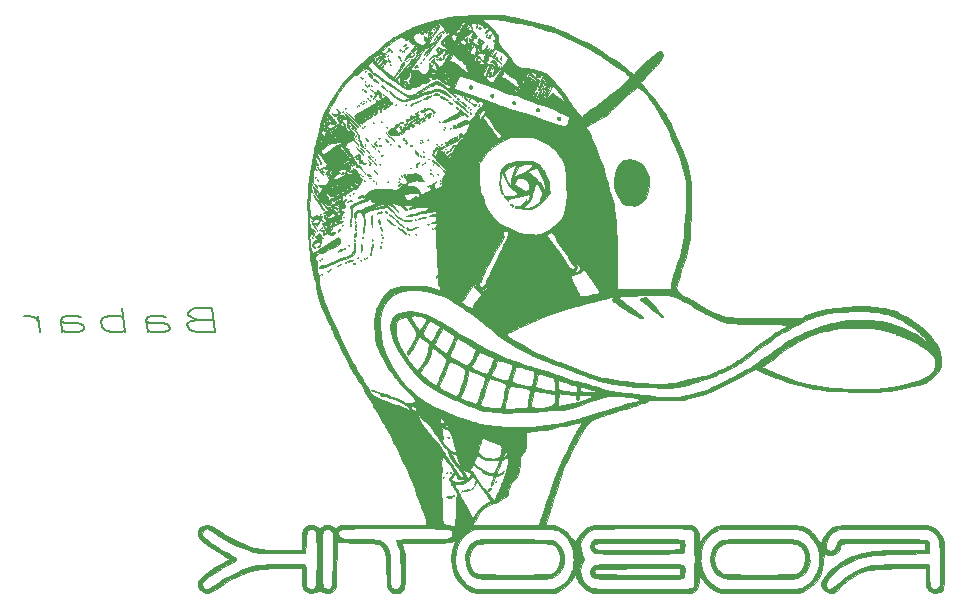
<source format=gbr>
G04 #@! TF.FileFunction,Legend,Bot*
%FSLAX46Y46*%
G04 Gerber Fmt 4.6, Leading zero omitted, Abs format (unit mm)*
G04 Created by KiCad (PCBNEW 4.0.7-e2-6376~58~ubuntu16.04.1) date Wed Feb  7 17:19:15 2018*
%MOMM*%
%LPD*%
G01*
G04 APERTURE LIST*
%ADD10C,0.050000*%
%ADD11C,0.200000*%
%ADD12C,0.010000*%
G04 APERTURE END LIST*
D10*
D11*
X108088096Y-63357143D02*
X107528572Y-63452381D01*
X107350000Y-63547619D01*
X107183334Y-63738095D01*
X107219048Y-64023810D01*
X107433334Y-64214286D01*
X107635714Y-64309524D01*
X108028572Y-64404762D01*
X109552381Y-64404762D01*
X109302381Y-62404762D01*
X107969048Y-62404762D01*
X107600000Y-62500000D01*
X107421429Y-62595238D01*
X107254762Y-62785714D01*
X107278572Y-62976190D01*
X107492857Y-63166667D01*
X107695238Y-63261905D01*
X108088096Y-63357143D01*
X109421429Y-63357143D01*
X103838095Y-64404762D02*
X103707143Y-63357143D01*
X103873810Y-63166667D01*
X104242858Y-63071429D01*
X105004763Y-63071429D01*
X105397619Y-63166667D01*
X103826190Y-64309524D02*
X104219048Y-64404762D01*
X105171429Y-64404762D01*
X105540476Y-64309524D01*
X105707143Y-64119048D01*
X105683333Y-63928571D01*
X105469048Y-63738095D01*
X105076191Y-63642857D01*
X104123810Y-63642857D01*
X103730952Y-63547619D01*
X101933333Y-64404762D02*
X101683333Y-62404762D01*
X101778571Y-63166667D02*
X101385715Y-63071429D01*
X100623810Y-63071429D01*
X100254762Y-63166667D01*
X100076190Y-63261905D01*
X99909524Y-63452381D01*
X99980952Y-64023810D01*
X100195238Y-64214286D01*
X100397619Y-64309524D01*
X100790476Y-64404762D01*
X101552381Y-64404762D01*
X101921428Y-64309524D01*
X96599999Y-64404762D02*
X96469047Y-63357143D01*
X96635714Y-63166667D01*
X97004762Y-63071429D01*
X97766667Y-63071429D01*
X98159523Y-63166667D01*
X96588094Y-64309524D02*
X96980952Y-64404762D01*
X97933333Y-64404762D01*
X98302380Y-64309524D01*
X98469047Y-64119048D01*
X98445237Y-63928571D01*
X98230952Y-63738095D01*
X97838095Y-63642857D01*
X96885714Y-63642857D01*
X96492856Y-63547619D01*
X94695237Y-64404762D02*
X94528571Y-63071429D01*
X94576190Y-63452381D02*
X94361904Y-63261905D01*
X94159523Y-63166667D01*
X93766666Y-63071429D01*
X93385714Y-63071429D01*
D12*
G36*
X132716210Y-37533218D02*
X132179759Y-37544216D01*
X131322155Y-37572510D01*
X130584947Y-37614698D01*
X129935346Y-37675255D01*
X129340564Y-37758658D01*
X128767811Y-37869383D01*
X128184299Y-38011907D01*
X127652266Y-38162316D01*
X127100175Y-38329765D01*
X126665751Y-38471629D01*
X126317926Y-38600168D01*
X126025631Y-38727641D01*
X125757798Y-38866307D01*
X125530326Y-38999591D01*
X125234723Y-39172108D01*
X124935434Y-39334351D01*
X124724586Y-39438317D01*
X124524032Y-39554793D01*
X124254270Y-39746285D01*
X123957175Y-39981913D01*
X123777040Y-40137135D01*
X123490572Y-40386215D01*
X123214426Y-40614788D01*
X122987524Y-40791179D01*
X122886741Y-40861664D01*
X122652664Y-41034886D01*
X122342593Y-41298362D01*
X121981922Y-41627128D01*
X121596047Y-41996223D01*
X121210362Y-42380685D01*
X120850263Y-42755553D01*
X120541145Y-43095865D01*
X120308403Y-43376658D01*
X120255587Y-43447919D01*
X119785778Y-44141470D01*
X119305004Y-44912533D01*
X118991709Y-45449896D01*
X118850685Y-45722778D01*
X118719835Y-46031621D01*
X118592602Y-46397796D01*
X118462427Y-46842674D01*
X118322750Y-47387626D01*
X118167015Y-48054023D01*
X118098606Y-48360047D01*
X118050566Y-48513531D01*
X118026729Y-48562733D01*
X117998310Y-48662091D01*
X117950585Y-48887047D01*
X117888145Y-49211601D01*
X117815581Y-49609747D01*
X117737483Y-50055483D01*
X117658442Y-50522806D01*
X117583048Y-50985713D01*
X117515892Y-51418200D01*
X117482084Y-51647931D01*
X117438463Y-52032545D01*
X117401883Y-52505195D01*
X117376681Y-53000469D01*
X117367576Y-53374517D01*
X117367265Y-53825370D01*
X117373191Y-54330192D01*
X117384414Y-54864445D01*
X117399991Y-55403592D01*
X117418982Y-55923095D01*
X117440444Y-56398417D01*
X117463435Y-56805022D01*
X117487015Y-57118370D01*
X117510242Y-57313925D01*
X117520410Y-57357190D01*
X117554079Y-57519562D01*
X117580062Y-57767623D01*
X117588720Y-57932719D01*
X117613379Y-58213749D01*
X117666655Y-58573517D01*
X117737933Y-58942385D01*
X117752470Y-59007039D01*
X117847227Y-59416600D01*
X117954682Y-59879730D01*
X118052589Y-60300559D01*
X118058327Y-60325168D01*
X118128536Y-60642468D01*
X118182214Y-60915924D01*
X118210958Y-61101433D01*
X118213596Y-61140095D01*
X118250268Y-61374870D01*
X118355492Y-61723578D01*
X118522077Y-62166672D01*
X118742835Y-62684601D01*
X118933615Y-63097772D01*
X119094016Y-63437322D01*
X119227345Y-63724046D01*
X119321280Y-63931105D01*
X119363496Y-64031657D01*
X119364653Y-64036480D01*
X119398363Y-64138089D01*
X119492169Y-64353751D01*
X119635088Y-64661497D01*
X119816136Y-65039359D01*
X120024327Y-65465368D01*
X120248679Y-65917555D01*
X120478208Y-66373952D01*
X120701928Y-66812589D01*
X120908856Y-67211499D01*
X121088008Y-67548712D01*
X121228400Y-67802259D01*
X121319048Y-67950173D01*
X121326646Y-67960551D01*
X121444662Y-68124988D01*
X121509191Y-68233783D01*
X121513293Y-68248083D01*
X121556128Y-68327979D01*
X121666298Y-68487859D01*
X121766015Y-68621990D01*
X121956034Y-68903444D01*
X122135475Y-69220308D01*
X122189722Y-69332473D01*
X122337257Y-69645714D01*
X122474587Y-69894042D01*
X122646510Y-70155821D01*
X122721711Y-70263097D01*
X122832389Y-70430014D01*
X122891503Y-70539634D01*
X122894562Y-70552387D01*
X122932336Y-70637878D01*
X123028718Y-70806169D01*
X123100367Y-70922008D01*
X123242568Y-71161585D01*
X123412958Y-71470296D01*
X123565194Y-71762785D01*
X123700305Y-72018564D01*
X123818132Y-72217822D01*
X123895808Y-72322261D01*
X123902159Y-72327125D01*
X123967089Y-72412816D01*
X124079764Y-72605279D01*
X124222193Y-72872604D01*
X124325021Y-73077119D01*
X124483131Y-73396521D01*
X124626946Y-73682934D01*
X124736035Y-73895861D01*
X124775925Y-73970785D01*
X124924905Y-74254813D01*
X125113144Y-74635111D01*
X125326361Y-75080578D01*
X125550277Y-75560110D01*
X125770612Y-76042606D01*
X125973084Y-76496963D01*
X126143416Y-76892078D01*
X126267327Y-77196850D01*
X126308519Y-77308852D01*
X126443454Y-77685778D01*
X126597003Y-78091249D01*
X126736629Y-78439415D01*
X126740549Y-78448760D01*
X126848365Y-78717951D01*
X126927070Y-78938610D01*
X126961252Y-79067161D01*
X126961632Y-79073891D01*
X126989177Y-79188384D01*
X127062162Y-79402406D01*
X127166109Y-79674190D01*
X127191580Y-79737306D01*
X127302346Y-80035299D01*
X127383953Y-80304709D01*
X127421022Y-80493742D01*
X127421792Y-80512628D01*
X127422055Y-80723655D01*
X123810363Y-80723655D01*
X122941302Y-80724205D01*
X122212704Y-80726389D01*
X121611560Y-80731015D01*
X121124864Y-80738888D01*
X120739605Y-80750814D01*
X120442776Y-80767598D01*
X120221368Y-80790047D01*
X120062373Y-80818966D01*
X119952781Y-80855161D01*
X119879585Y-80899438D01*
X119829776Y-80952602D01*
X119817050Y-80971013D01*
X119729578Y-80980154D01*
X119567806Y-80915900D01*
X119510102Y-80883075D01*
X119170506Y-80746930D01*
X118844179Y-80749982D01*
X118569261Y-80882699D01*
X118367070Y-81041743D01*
X118164878Y-80882699D01*
X117876036Y-80747124D01*
X117549474Y-80748746D01*
X117237256Y-80875036D01*
X117106756Y-80966133D01*
X117016050Y-81072082D01*
X116956916Y-81221986D01*
X116921132Y-81444949D01*
X116900476Y-81770074D01*
X116889795Y-82104924D01*
X116870695Y-82833927D01*
X115527795Y-82855795D01*
X114713910Y-82857932D01*
X114028305Y-82834027D01*
X113447649Y-82781873D01*
X112948609Y-82699265D01*
X112507856Y-82583999D01*
X112448291Y-82564738D01*
X111806470Y-82314362D01*
X111103855Y-81973488D01*
X110383824Y-81564327D01*
X109937292Y-81279153D01*
X109526014Y-81016397D01*
X109206114Y-80845304D01*
X108952119Y-80758037D01*
X108738557Y-80746760D01*
X108539955Y-80803635D01*
X108482129Y-80831443D01*
X108223246Y-81037851D01*
X108094375Y-81304442D01*
X108100767Y-81602012D01*
X108247674Y-81901360D01*
X108281966Y-81944387D01*
X108472330Y-82130271D01*
X108764927Y-82367187D01*
X109127527Y-82632181D01*
X109527897Y-82902303D01*
X109933807Y-83154601D01*
X110175378Y-83292699D01*
X110421191Y-83434314D01*
X110603865Y-83552299D01*
X110690459Y-83625043D01*
X110693354Y-83632497D01*
X110630579Y-83696482D01*
X110473449Y-83789730D01*
X110405590Y-83823181D01*
X110186233Y-83940956D01*
X109893045Y-84118625D01*
X109555488Y-84336013D01*
X109203027Y-84572943D01*
X108865127Y-84809242D01*
X108571250Y-85024732D01*
X108350862Y-85199239D01*
X108236652Y-85308361D01*
X108104460Y-85584261D01*
X108099936Y-85875435D01*
X108205820Y-86146652D01*
X108404855Y-86362681D01*
X108679781Y-86488291D01*
X108823307Y-86505920D01*
X108987185Y-86495673D01*
X109156344Y-86445644D01*
X109364198Y-86340465D01*
X109644161Y-86164768D01*
X109816704Y-86049015D01*
X110399542Y-85665207D01*
X110905968Y-85360226D01*
X111375211Y-85111996D01*
X111846502Y-84898442D01*
X111903414Y-84874775D01*
X112277519Y-84729185D01*
X112626260Y-84616519D01*
X112977888Y-84532788D01*
X113360651Y-84474005D01*
X113802800Y-84436183D01*
X114332584Y-84415332D01*
X114978253Y-84407466D01*
X115216810Y-84407039D01*
X116909064Y-84407039D01*
X116909064Y-85206892D01*
X116911764Y-85571696D01*
X116924418Y-85819340D01*
X116953854Y-85986105D01*
X117006900Y-86108274D01*
X117090386Y-86222129D01*
X117102981Y-86237202D01*
X117365794Y-86457140D01*
X117659340Y-86526953D01*
X117986398Y-86447158D01*
X118054086Y-86414331D01*
X118245184Y-86321695D01*
X118377024Y-86299766D01*
X118525452Y-86347826D01*
X118651451Y-86408687D01*
X119000543Y-86513806D01*
X119316451Y-86471008D01*
X119590939Y-86281767D01*
X119634736Y-86232951D01*
X119825076Y-86006744D01*
X119825076Y-84047624D01*
X119825641Y-83449325D01*
X119828128Y-82987711D01*
X119833727Y-82645998D01*
X119843628Y-82407398D01*
X119859019Y-82255124D01*
X119881092Y-82172391D01*
X119911035Y-82142412D01*
X119950037Y-82148400D01*
X119959366Y-82152597D01*
X120074224Y-82173818D01*
X120317330Y-82196057D01*
X120663477Y-82217787D01*
X121087460Y-82237486D01*
X121564073Y-82253626D01*
X121680606Y-82256729D01*
X122218367Y-82271355D01*
X122624957Y-82286075D01*
X122922661Y-82303380D01*
X123133763Y-82325759D01*
X123280547Y-82355703D01*
X123385299Y-82395703D01*
X123470302Y-82448248D01*
X123483930Y-82458263D01*
X123651364Y-82594670D01*
X123779410Y-82736850D01*
X123874039Y-82907706D01*
X123941225Y-83130141D01*
X123986939Y-83427058D01*
X124017155Y-83821359D01*
X124037844Y-84335947D01*
X124045620Y-84612172D01*
X124059759Y-85123401D01*
X124073724Y-85504181D01*
X124090534Y-85777502D01*
X124113208Y-85966357D01*
X124144764Y-86093738D01*
X124188222Y-86182636D01*
X124246601Y-86256042D01*
X124263924Y-86274713D01*
X124539191Y-86474442D01*
X124852139Y-86525708D01*
X125083012Y-86478467D01*
X125267172Y-86402496D01*
X125404591Y-86298444D01*
X125502613Y-86144207D01*
X125568579Y-85917681D01*
X125609832Y-85596762D01*
X125633715Y-85159344D01*
X125643641Y-84790725D01*
X125638293Y-83944923D01*
X125583607Y-83241931D01*
X125479303Y-82679133D01*
X125386926Y-82392689D01*
X125379300Y-82352422D01*
X125403190Y-82321096D01*
X125475142Y-82297596D01*
X125611702Y-82280808D01*
X125829416Y-82269615D01*
X126144830Y-82262902D01*
X126574490Y-82259555D01*
X127134943Y-82258458D01*
X127379287Y-82258399D01*
X128013379Y-82257154D01*
X128512590Y-82252755D01*
X128895495Y-82244201D01*
X129180672Y-82230493D01*
X129386698Y-82210631D01*
X129532150Y-82183615D01*
X129635605Y-82148446D01*
X129662429Y-82135538D01*
X129818122Y-82059848D01*
X129869182Y-82060542D01*
X129845916Y-82140891D01*
X129840125Y-82154722D01*
X129602803Y-82881825D01*
X129510409Y-83587394D01*
X129562713Y-84262562D01*
X129759487Y-84898458D01*
X129919106Y-85211135D01*
X130204765Y-85596966D01*
X130580200Y-85962507D01*
X130989224Y-86256480D01*
X131168695Y-86351490D01*
X131258186Y-86390982D01*
X131349870Y-86423650D01*
X131458469Y-86450140D01*
X131598705Y-86471100D01*
X131785298Y-86487176D01*
X132032970Y-86499015D01*
X132356442Y-86507265D01*
X132770436Y-86512571D01*
X133289672Y-86515582D01*
X133928873Y-86516943D01*
X134702759Y-86517302D01*
X134942296Y-86517311D01*
X138357100Y-86517311D01*
X138702417Y-86338096D01*
X139174502Y-86020397D01*
X139593846Y-85600160D01*
X139836979Y-85256202D01*
X140038094Y-84915940D01*
X140134166Y-85141097D01*
X140202982Y-85324074D01*
X140233694Y-85448233D01*
X140233699Y-85448363D01*
X140296028Y-85590107D01*
X140451065Y-85783342D01*
X140664117Y-85993978D01*
X140900493Y-86187930D01*
X141125498Y-86331108D01*
X141139027Y-86337906D01*
X141503324Y-86517311D01*
X145570393Y-86541243D01*
X146609870Y-86545936D01*
X147500188Y-86546849D01*
X148245619Y-86543922D01*
X148850432Y-86537096D01*
X149318899Y-86526310D01*
X149655290Y-86511506D01*
X149863876Y-86492623D01*
X149925537Y-86480517D01*
X150170863Y-86367647D01*
X150339468Y-86181333D01*
X150447272Y-85895236D01*
X150506666Y-85519003D01*
X150558309Y-85010589D01*
X150831240Y-85418633D01*
X151191067Y-85842399D01*
X151633899Y-86183504D01*
X152119630Y-86414412D01*
X152381263Y-86482793D01*
X152586195Y-86504383D01*
X152935084Y-86521542D01*
X153418470Y-86534118D01*
X154026895Y-86541957D01*
X154750900Y-86544907D01*
X155581026Y-86542815D01*
X155949541Y-86540467D01*
X156726915Y-86534405D01*
X157366322Y-86528283D01*
X157883265Y-86521277D01*
X158293249Y-86512563D01*
X158611778Y-86501317D01*
X158854357Y-86486714D01*
X159036490Y-86467931D01*
X159173682Y-86444143D01*
X159281437Y-86414527D01*
X159375260Y-86378259D01*
X159425349Y-86355729D01*
X159946344Y-86032775D01*
X160382076Y-85595547D01*
X160719913Y-85064970D01*
X160947221Y-84461972D01*
X161051368Y-83807479D01*
X161056553Y-83653658D01*
X161057820Y-83601299D01*
X160685795Y-83601299D01*
X160680705Y-83957545D01*
X160655486Y-84218817D01*
X160598558Y-84443378D01*
X160498342Y-84689489D01*
X160448046Y-84797524D01*
X160139022Y-85319219D01*
X159764457Y-85730769D01*
X159342584Y-86012426D01*
X159314104Y-86025701D01*
X159228723Y-86060380D01*
X159129677Y-86088994D01*
X159002197Y-86112130D01*
X158831517Y-86130376D01*
X158602869Y-86144318D01*
X158301488Y-86154544D01*
X157912604Y-86161642D01*
X157421453Y-86166198D01*
X156813265Y-86168799D01*
X156073274Y-86170034D01*
X155677963Y-86170309D01*
X152356530Y-86171994D01*
X151985114Y-85983783D01*
X151512011Y-85660702D01*
X151129563Y-85226794D01*
X150849767Y-84703020D01*
X150684622Y-84110340D01*
X150643280Y-83639668D01*
X150645666Y-83614441D01*
X150136254Y-83614441D01*
X150135447Y-84274380D01*
X150132433Y-84797808D01*
X150126320Y-85201683D01*
X150116217Y-85502964D01*
X150101234Y-85718607D01*
X150080479Y-85865571D01*
X150053062Y-85960813D01*
X150018091Y-86021293D01*
X150009255Y-86031661D01*
X149974776Y-86062317D01*
X149923152Y-86088163D01*
X149841974Y-86109609D01*
X149718835Y-86127063D01*
X149541327Y-86140933D01*
X149297043Y-86151628D01*
X148973575Y-86159556D01*
X148558515Y-86165126D01*
X148039456Y-86168746D01*
X147403990Y-86170825D01*
X146639709Y-86171772D01*
X145746532Y-86171994D01*
X144832349Y-86171582D01*
X144059088Y-86170110D01*
X143414197Y-86167224D01*
X142885125Y-86162568D01*
X142459321Y-86155787D01*
X142124233Y-86146528D01*
X141867311Y-86134434D01*
X141676002Y-86119151D01*
X141537757Y-86100324D01*
X141440022Y-86077598D01*
X141370248Y-86050619D01*
X141365223Y-86048128D01*
X141032415Y-85830617D01*
X140742423Y-85551891D01*
X140575627Y-85312512D01*
X140485590Y-85009429D01*
X140472285Y-84635498D01*
X140533018Y-84251195D01*
X140635305Y-83972491D01*
X140801524Y-83639668D01*
X139891843Y-83639668D01*
X139885608Y-84013326D01*
X139860938Y-84285570D01*
X139808882Y-84508164D01*
X139720491Y-84732876D01*
X139692241Y-84794227D01*
X139385296Y-85318488D01*
X139011174Y-85714990D01*
X138607195Y-85974990D01*
X138211861Y-86171994D01*
X131595995Y-86171994D01*
X131200661Y-85974990D01*
X130782546Y-85703925D01*
X130435889Y-85334039D01*
X130138379Y-84840699D01*
X130098116Y-84757709D01*
X129983441Y-84491973D01*
X129916813Y-84257036D01*
X129886194Y-83991324D01*
X129879526Y-83639668D01*
X129944512Y-82970653D01*
X130132078Y-82379037D01*
X130436834Y-81874948D01*
X130853394Y-81468512D01*
X130954755Y-81402830D01*
X129643390Y-81402830D01*
X129634301Y-81498510D01*
X129632560Y-81515833D01*
X129614206Y-81633971D01*
X129574309Y-81728479D01*
X129497235Y-81801995D01*
X129367353Y-81857157D01*
X129169027Y-81896602D01*
X128886626Y-81922969D01*
X128504516Y-81938894D01*
X128007063Y-81947017D01*
X127378634Y-81949975D01*
X127057553Y-81950319D01*
X126394316Y-81952139D01*
X125871194Y-81957229D01*
X125474851Y-81966186D01*
X125191949Y-81979606D01*
X125009154Y-81998086D01*
X124913129Y-82022224D01*
X124889767Y-82047371D01*
X124916760Y-82166760D01*
X124986530Y-82376189D01*
X125058428Y-82565347D01*
X125119517Y-82734295D01*
X125165255Y-82910281D01*
X125198562Y-83120684D01*
X125222358Y-83392879D01*
X125239566Y-83754244D01*
X125253104Y-84232156D01*
X125257502Y-84431332D01*
X125266992Y-84942641D01*
X125269841Y-85322986D01*
X125264588Y-85594785D01*
X125249771Y-85780461D01*
X125223928Y-85902434D01*
X125185598Y-85983127D01*
X125153686Y-86023628D01*
X124953412Y-86148915D01*
X124723152Y-86160028D01*
X124521870Y-86058887D01*
X124472025Y-86001445D01*
X124426526Y-85908790D01*
X124393721Y-85765507D01*
X124371789Y-85548944D01*
X124358908Y-85236454D01*
X124353256Y-84805386D01*
X124352568Y-84516521D01*
X124343740Y-83877229D01*
X124312944Y-83370381D01*
X124253715Y-82975732D01*
X124159587Y-82673035D01*
X124024093Y-82442046D01*
X123840767Y-82262520D01*
X123603144Y-82114210D01*
X123581791Y-82103187D01*
X123461268Y-82049127D01*
X123326047Y-82009479D01*
X123151063Y-81982039D01*
X122911253Y-81964605D01*
X122581549Y-81954973D01*
X122136888Y-81950941D01*
X121842483Y-81950319D01*
X121266422Y-81946860D01*
X120825414Y-81934627D01*
X120501101Y-81909306D01*
X120275128Y-81866584D01*
X120129136Y-81802148D01*
X120044770Y-81711684D01*
X120003671Y-81590879D01*
X119993422Y-81515833D01*
X119983682Y-81417719D01*
X119983626Y-81413864D01*
X119524677Y-81413864D01*
X119502218Y-83666165D01*
X119494558Y-84351910D01*
X119484967Y-84899663D01*
X119470797Y-85324906D01*
X119449399Y-85643120D01*
X119418125Y-85869786D01*
X119374327Y-86020386D01*
X119315356Y-86110401D01*
X119238563Y-86155312D01*
X119141300Y-86170599D01*
X119073535Y-86171994D01*
X118863971Y-86122412D01*
X118737614Y-86044995D01*
X118697432Y-85999265D01*
X118665710Y-85931682D01*
X118641456Y-85825188D01*
X118623680Y-85662723D01*
X118611392Y-85427228D01*
X118603601Y-85101644D01*
X118599318Y-84668912D01*
X118597551Y-84111972D01*
X118597281Y-83627774D01*
X118597309Y-83584224D01*
X118136858Y-83584224D01*
X118135826Y-84282496D01*
X118130925Y-84842516D01*
X118119448Y-85279501D01*
X118098686Y-85608669D01*
X118065932Y-85845237D01*
X118018479Y-86004424D01*
X117953619Y-86101448D01*
X117868644Y-86151525D01*
X117760848Y-86169873D01*
X117676435Y-86171994D01*
X117441058Y-86104411D01*
X117335470Y-86001445D01*
X117278581Y-85878004D01*
X117241809Y-85683649D01*
X117222003Y-85391098D01*
X117216013Y-84973065D01*
X117216012Y-84966955D01*
X117214956Y-84593021D01*
X117207822Y-84344652D01*
X117188662Y-84193940D01*
X117151529Y-84112976D01*
X117090475Y-84073851D01*
X117021486Y-84054192D01*
X116890245Y-84041734D01*
X116630461Y-84033902D01*
X116267000Y-84030821D01*
X115824726Y-84032617D01*
X115328505Y-84039416D01*
X115083873Y-84044372D01*
X114472882Y-84060297D01*
X113988268Y-84079031D01*
X113602934Y-84102881D01*
X113289784Y-84134149D01*
X113021722Y-84175142D01*
X112771651Y-84228164D01*
X112691862Y-84247831D01*
X111930121Y-84496761D01*
X111106249Y-84870901D01*
X110235500Y-85362921D01*
X109828105Y-85623705D01*
X109406952Y-85891437D01*
X109086967Y-86065784D01*
X108852144Y-86152482D01*
X108686478Y-86157269D01*
X108573966Y-86085880D01*
X108566022Y-86076072D01*
X108451636Y-85862407D01*
X108473725Y-85663331D01*
X108593849Y-85482558D01*
X108763786Y-85321219D01*
X109037373Y-85107180D01*
X109383528Y-84861241D01*
X109771170Y-84604200D01*
X110169219Y-84356856D01*
X110546593Y-84140007D01*
X110786944Y-84014978D01*
X111064730Y-83876587D01*
X111248190Y-83766731D01*
X111330907Y-83669205D01*
X111306468Y-83567806D01*
X111168457Y-83446331D01*
X110910458Y-83288574D01*
X110526057Y-83078333D01*
X110386405Y-83003290D01*
X109997387Y-82781099D01*
X109605591Y-82534266D01*
X109235102Y-82280507D01*
X108910007Y-82037540D01*
X108654393Y-81823081D01*
X108492346Y-81654847D01*
X108448355Y-81577759D01*
X108464995Y-81403316D01*
X108565279Y-81215297D01*
X108708631Y-81072588D01*
X108825399Y-81030604D01*
X108930719Y-81071450D01*
X109133867Y-81182905D01*
X109406398Y-81348346D01*
X109719869Y-81551149D01*
X109746341Y-81568809D01*
X110557309Y-82071266D01*
X111359949Y-82492202D01*
X112122535Y-82815955D01*
X112573414Y-82964492D01*
X112771754Y-83018548D01*
X112958433Y-83060291D01*
X113156856Y-83091300D01*
X113390425Y-83113155D01*
X113682543Y-83127435D01*
X114056615Y-83135722D01*
X114536042Y-83139595D01*
X115144228Y-83140634D01*
X115182478Y-83140640D01*
X117177644Y-83140876D01*
X117216012Y-82232161D01*
X117234699Y-81841550D01*
X117255910Y-81574172D01*
X117285927Y-81399831D01*
X117331032Y-81288331D01*
X117397509Y-81209477D01*
X117435541Y-81177025D01*
X117643560Y-81051443D01*
X117818836Y-81060430D01*
X117983384Y-81184078D01*
X118027579Y-81234865D01*
X118062374Y-81300368D01*
X118088890Y-81398109D01*
X118108247Y-81545607D01*
X118121565Y-81760384D01*
X118129965Y-82059960D01*
X118134566Y-82461857D01*
X118136490Y-82983593D01*
X118136858Y-83584224D01*
X118597309Y-83584224D01*
X118597716Y-82973522D01*
X118599745Y-82455411D01*
X118604457Y-82056112D01*
X118612941Y-81758293D01*
X118626286Y-81544622D01*
X118645578Y-81397769D01*
X118671908Y-81300402D01*
X118706363Y-81235190D01*
X118750033Y-81184802D01*
X118750756Y-81184078D01*
X118937727Y-81053118D01*
X119118342Y-81061645D01*
X119322322Y-81211608D01*
X119333048Y-81222234D01*
X119524677Y-81413864D01*
X119983626Y-81413864D01*
X119982452Y-81333801D01*
X120000741Y-81262972D01*
X120049561Y-81204121D01*
X120139922Y-81156141D01*
X120282834Y-81117923D01*
X120489309Y-81088359D01*
X120770355Y-81066341D01*
X121136984Y-81050758D01*
X121600207Y-81040504D01*
X122171033Y-81034470D01*
X122860473Y-81031547D01*
X123679537Y-81030626D01*
X124639237Y-81030599D01*
X124812991Y-81030604D01*
X125797111Y-81030590D01*
X126638767Y-81031285D01*
X127348970Y-81033799D01*
X127938731Y-81039240D01*
X128419060Y-81048717D01*
X128800967Y-81063337D01*
X129095463Y-81084210D01*
X129313558Y-81112445D01*
X129466264Y-81149148D01*
X129564589Y-81195430D01*
X129619545Y-81252399D01*
X129642142Y-81321163D01*
X129643390Y-81402830D01*
X130954755Y-81402830D01*
X131130030Y-81289253D01*
X131527493Y-81068973D01*
X134903928Y-81068973D01*
X135716870Y-81069341D01*
X136390709Y-81070815D01*
X136939817Y-81073954D01*
X137378565Y-81079312D01*
X137721322Y-81087448D01*
X137982461Y-81098917D01*
X138176352Y-81114276D01*
X138317366Y-81134083D01*
X138419873Y-81158893D01*
X138498246Y-81189264D01*
X138538534Y-81209771D01*
X138995906Y-81536438D01*
X139391963Y-81968676D01*
X139670424Y-82431251D01*
X139778676Y-82684553D01*
X139844917Y-82906496D01*
X139879065Y-83151213D01*
X139891040Y-83472837D01*
X139891843Y-83639668D01*
X140801524Y-83639668D01*
X140803237Y-83636239D01*
X140635305Y-83290583D01*
X140484708Y-82824603D01*
X140475615Y-82367754D01*
X140597597Y-81943396D01*
X140840226Y-81574892D01*
X141193071Y-81285603D01*
X141609403Y-81108572D01*
X141751187Y-81090950D01*
X142036702Y-81075246D01*
X142456218Y-81061636D01*
X143000000Y-81050297D01*
X143658316Y-81041408D01*
X144421434Y-81035147D01*
X145279621Y-81031689D01*
X145858158Y-81031032D01*
X146740527Y-81031097D01*
X147482222Y-81031814D01*
X148096042Y-81033658D01*
X148594787Y-81037104D01*
X148991257Y-81042628D01*
X149298251Y-81050704D01*
X149528569Y-81061806D01*
X149695010Y-81076411D01*
X149810376Y-81094992D01*
X149887464Y-81118025D01*
X149939075Y-81145985D01*
X149978009Y-81179347D01*
X149982780Y-81184078D01*
X150026710Y-81234525D01*
X150061358Y-81299583D01*
X150087823Y-81396642D01*
X150107203Y-81543090D01*
X150120595Y-81756315D01*
X150129098Y-82053707D01*
X150133811Y-82452654D01*
X150135830Y-82970544D01*
X150136254Y-83614441D01*
X150645666Y-83614441D01*
X150704617Y-82991268D01*
X150896603Y-82399542D01*
X151210129Y-81882021D01*
X151636085Y-81456240D01*
X151858176Y-81301610D01*
X152234425Y-81068973D01*
X155616911Y-81068973D01*
X156431828Y-81069366D01*
X157107707Y-81070911D01*
X157658984Y-81074157D01*
X158100095Y-81079653D01*
X158445474Y-81087947D01*
X158709557Y-81099588D01*
X158906780Y-81115125D01*
X159051578Y-81135106D01*
X159158386Y-81160081D01*
X159241640Y-81190597D01*
X159279087Y-81208175D01*
X159781621Y-81541619D01*
X160190998Y-81996063D01*
X160423281Y-82387439D01*
X160551600Y-82659359D01*
X160629486Y-82880671D01*
X160669466Y-83109306D01*
X160684070Y-83403195D01*
X160685795Y-83601299D01*
X161057820Y-83601299D01*
X161062891Y-83391864D01*
X161082662Y-83252953D01*
X161127530Y-83206342D01*
X161209157Y-83221449D01*
X161219952Y-83225234D01*
X161398091Y-83262603D01*
X161640706Y-83284391D01*
X161700230Y-83286072D01*
X162031694Y-83224495D01*
X162283213Y-83041718D01*
X162431800Y-82755794D01*
X162444507Y-82701576D01*
X162463989Y-82598012D01*
X162486150Y-82511949D01*
X162524269Y-82441776D01*
X162591629Y-82385883D01*
X162701509Y-82342657D01*
X162867193Y-82310487D01*
X163101960Y-82287763D01*
X163419091Y-82272873D01*
X163831868Y-82264205D01*
X164353573Y-82260149D01*
X164997485Y-82259093D01*
X165776886Y-82259426D01*
X166087795Y-82259574D01*
X166800674Y-82261228D01*
X167467828Y-82265491D01*
X168073264Y-82272064D01*
X168600985Y-82280647D01*
X169034995Y-82290943D01*
X169359299Y-82302651D01*
X169557902Y-82315475D01*
X169614453Y-82325453D01*
X169682449Y-82445113D01*
X169691191Y-82612042D01*
X169665861Y-82833927D01*
X167402115Y-82880065D01*
X166744842Y-82894083D01*
X166218332Y-82907646D01*
X165799892Y-82922665D01*
X165466828Y-82941052D01*
X165196448Y-82964716D01*
X164966057Y-82995570D01*
X164752964Y-83035525D01*
X164534475Y-83086491D01*
X164332629Y-83138562D01*
X163918249Y-83262062D01*
X163482929Y-83415064D01*
X163095324Y-83572596D01*
X162943839Y-83643761D01*
X162524915Y-83887011D01*
X162111844Y-84185648D01*
X161725917Y-84517941D01*
X161388424Y-84862157D01*
X161120657Y-85196564D01*
X160943906Y-85499429D01*
X160879462Y-85749021D01*
X160879457Y-85750943D01*
X160947521Y-86048080D01*
X161127209Y-86293126D01*
X161381765Y-86460044D01*
X161674433Y-86522795D01*
X161910046Y-86480981D01*
X162041350Y-86397654D01*
X162245594Y-86229982D01*
X162490637Y-86005481D01*
X162658200Y-85840462D01*
X163104770Y-85429086D01*
X163537177Y-85122981D01*
X163776327Y-84991417D01*
X164066669Y-84849339D01*
X164326623Y-84735032D01*
X164577970Y-84645155D01*
X164842490Y-84576367D01*
X165141963Y-84525328D01*
X165498171Y-84488696D01*
X165932892Y-84463130D01*
X166467909Y-84445289D01*
X167125000Y-84431833D01*
X167459668Y-84426421D01*
X169704230Y-84391682D01*
X169704230Y-85203890D01*
X169706336Y-85568682D01*
X169717448Y-85815589D01*
X169744759Y-85980186D01*
X169795463Y-86098053D01*
X169876750Y-86204766D01*
X169915257Y-86247711D01*
X170195351Y-86457268D01*
X170511172Y-86523660D01*
X170816919Y-86452301D01*
X170951761Y-86383376D01*
X171057443Y-86299648D01*
X171137494Y-86182852D01*
X171195444Y-86014719D01*
X171234821Y-85776986D01*
X171259155Y-85451384D01*
X171271619Y-85031585D01*
X170926778Y-85031585D01*
X170923845Y-85377928D01*
X170914623Y-85627781D01*
X170898115Y-85800130D01*
X170873324Y-85913956D01*
X170839252Y-85988243D01*
X170809951Y-86026219D01*
X170610598Y-86149843D01*
X170380497Y-86159676D01*
X170179502Y-86057900D01*
X170130636Y-86001445D01*
X170073747Y-85878004D01*
X170036975Y-85683649D01*
X170017170Y-85391098D01*
X170011179Y-84973065D01*
X170011179Y-84103014D01*
X169807317Y-84051849D01*
X169657351Y-84036150D01*
X169379344Y-84027525D01*
X168998534Y-84025301D01*
X168540158Y-84028806D01*
X168029455Y-84037368D01*
X167491662Y-84050314D01*
X166952017Y-84066972D01*
X166435759Y-84086669D01*
X165968123Y-84108734D01*
X165574350Y-84132494D01*
X165279675Y-84157277D01*
X165138369Y-84176226D01*
X164318770Y-84383522D01*
X163598219Y-84690283D01*
X162947334Y-85111949D01*
X162367429Y-85632341D01*
X162047161Y-85935957D01*
X161793807Y-86116844D01*
X161591972Y-86181810D01*
X161426259Y-86137661D01*
X161355227Y-86079909D01*
X161264952Y-85890808D01*
X161296988Y-85645645D01*
X161437834Y-85359838D01*
X161673988Y-85048803D01*
X161991949Y-84727957D01*
X162378215Y-84412717D01*
X162819284Y-84118500D01*
X163296677Y-83863067D01*
X163669428Y-83699794D01*
X164042853Y-83565642D01*
X164437843Y-83457443D01*
X164875294Y-83372030D01*
X165376098Y-83306236D01*
X165961148Y-83256896D01*
X166651337Y-83220841D01*
X167467559Y-83194906D01*
X167747432Y-83188469D01*
X169972810Y-83140876D01*
X169996081Y-82691011D01*
X170007591Y-82525280D01*
X170015370Y-82386235D01*
X170007204Y-82271545D01*
X169970877Y-82178880D01*
X169894175Y-82105909D01*
X169764884Y-82050300D01*
X169570787Y-82009723D01*
X169299672Y-81981846D01*
X168939321Y-81964340D01*
X168477522Y-81954872D01*
X167902059Y-81951113D01*
X167200717Y-81950730D01*
X166361282Y-81951394D01*
X166120571Y-81951450D01*
X162483961Y-81951450D01*
X162295606Y-82139805D01*
X162165002Y-82323779D01*
X162107390Y-82510560D01*
X162107251Y-82518009D01*
X162040344Y-82753522D01*
X161861191Y-82906646D01*
X161656694Y-82949033D01*
X161434801Y-82906284D01*
X161309299Y-82765245D01*
X161264982Y-82506730D01*
X161264405Y-82454078D01*
X161340040Y-82053661D01*
X161552726Y-81683282D01*
X161886091Y-81369045D01*
X161987046Y-81301899D01*
X162363796Y-81068973D01*
X169921221Y-81068973D01*
X170250283Y-81300246D01*
X170435312Y-81435131D01*
X170581000Y-81563005D01*
X170692324Y-81703798D01*
X170774261Y-81877438D01*
X170831786Y-82103854D01*
X170869875Y-82402976D01*
X170893504Y-82794732D01*
X170907650Y-83299052D01*
X170917288Y-83935864D01*
X170917765Y-83973500D01*
X170924419Y-84569770D01*
X170926778Y-85031585D01*
X171271619Y-85031585D01*
X171271974Y-85019648D01*
X171276807Y-84463513D01*
X171277342Y-84069154D01*
X171276004Y-83469355D01*
X171271085Y-83001309D01*
X171261223Y-82643312D01*
X171245059Y-82373660D01*
X171221234Y-82170649D01*
X171188386Y-82012572D01*
X171145157Y-81877727D01*
X171139017Y-81861583D01*
X170947764Y-81519979D01*
X170665274Y-81200778D01*
X170336365Y-80946351D01*
X170018824Y-80802451D01*
X169860202Y-80780109D01*
X169565392Y-80762321D01*
X169131516Y-80749045D01*
X168555695Y-80740235D01*
X167835053Y-80735848D01*
X166966709Y-80735839D01*
X165963984Y-80740068D01*
X165109757Y-80745219D01*
X164395217Y-80750210D01*
X163806575Y-80755692D01*
X163330047Y-80762316D01*
X162951846Y-80770735D01*
X162658184Y-80781601D01*
X162435277Y-80795565D01*
X162269336Y-80813280D01*
X162146577Y-80835397D01*
X162053212Y-80862569D01*
X161975456Y-80895447D01*
X161904469Y-80932036D01*
X161562669Y-81175536D01*
X161250123Y-81505629D01*
X161013141Y-81868801D01*
X160935630Y-82051509D01*
X160832464Y-82361007D01*
X160627720Y-82011638D01*
X160456499Y-81769239D01*
X160222423Y-81498804D01*
X160028578Y-81307670D01*
X159878171Y-81174867D01*
X159737973Y-81063604D01*
X159593447Y-80972073D01*
X159430054Y-80898468D01*
X159233257Y-80840983D01*
X158988518Y-80797811D01*
X158681299Y-80767146D01*
X158297064Y-80747181D01*
X157821274Y-80736110D01*
X157239391Y-80732126D01*
X156536878Y-80733422D01*
X155699198Y-80738193D01*
X155458483Y-80739773D01*
X154645179Y-80745569D01*
X153971010Y-80751643D01*
X153421638Y-80758634D01*
X152982723Y-80767179D01*
X152639928Y-80777914D01*
X152378914Y-80791478D01*
X152185341Y-80808507D01*
X152044871Y-80829640D01*
X151943167Y-80855512D01*
X151865888Y-80886763D01*
X151839072Y-80900655D01*
X151470949Y-81152830D01*
X151103697Y-81491144D01*
X150796209Y-81859652D01*
X150737264Y-81947289D01*
X150519940Y-82288446D01*
X150519512Y-81947289D01*
X150477101Y-81489908D01*
X150356082Y-81127549D01*
X150163908Y-80882421D01*
X150161631Y-80880620D01*
X150114500Y-80846429D01*
X150058812Y-80817601D01*
X149981917Y-80793677D01*
X149871165Y-80774202D01*
X149713906Y-80758718D01*
X149497492Y-80746768D01*
X149209270Y-80737894D01*
X148836593Y-80731640D01*
X148366810Y-80727549D01*
X147787271Y-80725162D01*
X147085326Y-80724023D01*
X146248325Y-80723676D01*
X145818343Y-80723655D01*
X144825452Y-80724697D01*
X143977057Y-80727949D01*
X143264195Y-80733599D01*
X142677900Y-80741839D01*
X142209208Y-80752857D01*
X141849155Y-80766844D01*
X141588777Y-80783988D01*
X141419108Y-80804479D01*
X141358752Y-80817966D01*
X141097194Y-80941738D01*
X140813144Y-81147050D01*
X140544211Y-81397891D01*
X140328001Y-81658249D01*
X140202122Y-81892113D01*
X140190182Y-81936945D01*
X140141165Y-82116677D01*
X140089564Y-82216071D01*
X140086520Y-82218279D01*
X140019331Y-82177245D01*
X139893298Y-82037849D01*
X139734709Y-81829429D01*
X139721969Y-81811456D01*
X139315553Y-81343002D01*
X138851727Y-80999704D01*
X138422364Y-80822389D01*
X131093069Y-80822389D01*
X131074398Y-80865273D01*
X130997131Y-80947654D01*
X130952711Y-80930755D01*
X130951964Y-80920027D01*
X131006469Y-80855122D01*
X131040558Y-80831433D01*
X131093069Y-80822389D01*
X138422364Y-80822389D01*
X138346983Y-80791259D01*
X137877493Y-80727024D01*
X137678242Y-80711531D01*
X137562870Y-80676554D01*
X137551360Y-80659592D01*
X137573123Y-80558514D01*
X137630102Y-80355950D01*
X137707616Y-80103247D01*
X137785272Y-79857534D01*
X137896581Y-79503928D01*
X138029416Y-79081024D01*
X138171649Y-78627416D01*
X138248129Y-78383172D01*
X138474925Y-77660430D01*
X138661719Y-77070245D01*
X138813377Y-76598403D01*
X138934764Y-76230691D01*
X139030744Y-75952896D01*
X139106182Y-75750805D01*
X139165944Y-75610205D01*
X139214894Y-75516883D01*
X139243920Y-75473918D01*
X139317020Y-75354505D01*
X139443830Y-75123061D01*
X139610716Y-74805464D01*
X139804042Y-74427593D01*
X139974193Y-74087974D01*
X140179488Y-73681639D01*
X140370872Y-73316351D01*
X140534535Y-73017441D01*
X140656668Y-72810238D01*
X140716768Y-72725890D01*
X140820032Y-72600611D01*
X140851876Y-72531964D01*
X140900807Y-72449688D01*
X141027342Y-72293155D01*
X141178009Y-72124721D01*
X141211651Y-72090725D01*
X140644482Y-72090725D01*
X140440821Y-72332014D01*
X140312548Y-72500955D01*
X140241920Y-72626954D01*
X140237161Y-72648808D01*
X140201885Y-72744875D01*
X140107141Y-72940812D01*
X139969553Y-73203203D01*
X139879976Y-73366734D01*
X139598777Y-73891038D01*
X139306299Y-74469156D01*
X139016289Y-75071005D01*
X138742494Y-75666506D01*
X138498661Y-76225577D01*
X138298538Y-76718137D01*
X138155872Y-77114107D01*
X138131013Y-77193746D01*
X138008040Y-77587616D01*
X137870605Y-78000906D01*
X137742711Y-78362137D01*
X137705853Y-78459909D01*
X137577000Y-78810340D01*
X137438305Y-79214223D01*
X137302866Y-79630435D01*
X137183781Y-80017850D01*
X137094147Y-80335347D01*
X137052390Y-80511660D01*
X137011762Y-80721719D01*
X134269627Y-80742872D01*
X133630374Y-80748268D01*
X133035671Y-80754176D01*
X132503967Y-80760346D01*
X132053712Y-80766527D01*
X131703356Y-80772467D01*
X131471348Y-80777916D01*
X131378846Y-80782209D01*
X131293072Y-80782101D01*
X131302082Y-80730929D01*
X131412238Y-80600511D01*
X131422371Y-80589365D01*
X131576437Y-80380815D01*
X131723293Y-80121521D01*
X131756548Y-80049506D01*
X131998969Y-79660554D01*
X132351410Y-79318377D01*
X132770899Y-79057562D01*
X133154426Y-78924297D01*
X133345627Y-78855125D01*
X133604004Y-78726338D01*
X133615438Y-78719554D01*
X132881794Y-78719554D01*
X132580591Y-78873216D01*
X132277631Y-79067835D01*
X131973529Y-79329631D01*
X131708804Y-79617645D01*
X131523974Y-79890916D01*
X131482963Y-79982795D01*
X131392416Y-80190954D01*
X131321443Y-80249100D01*
X131263426Y-80158443D01*
X131231215Y-80028823D01*
X131174519Y-79876548D01*
X131052854Y-79627022D01*
X130883171Y-79312779D01*
X130682421Y-78966351D01*
X130646936Y-78907444D01*
X130452668Y-78577887D01*
X130295587Y-78294182D01*
X130260771Y-78224765D01*
X130065480Y-78224765D01*
X130022454Y-78316875D01*
X129979730Y-78440387D01*
X129947088Y-78699326D01*
X129924042Y-79099546D01*
X129910106Y-79646901D01*
X129909713Y-79673188D01*
X129903203Y-80093008D01*
X129896847Y-80455779D01*
X129891166Y-80735183D01*
X129886678Y-80904901D01*
X129884615Y-80944079D01*
X129829892Y-80925899D01*
X129752128Y-80868490D01*
X129604878Y-80800306D01*
X129371174Y-80743786D01*
X129234153Y-80724804D01*
X128841692Y-80685287D01*
X128785187Y-80148127D01*
X128765259Y-79896519D01*
X128747112Y-79551442D01*
X128731114Y-79137343D01*
X128717635Y-78678671D01*
X128707046Y-78199875D01*
X128699716Y-77725404D01*
X128696014Y-77279705D01*
X128696311Y-76887228D01*
X128700976Y-76572421D01*
X128710379Y-76359732D01*
X128724890Y-76273611D01*
X128726574Y-76272900D01*
X128749017Y-76205430D01*
X128743970Y-76035502D01*
X128733605Y-75946767D01*
X128709969Y-75675262D01*
X128707559Y-75392907D01*
X128723752Y-75140791D01*
X128755927Y-74960005D01*
X128800946Y-74891631D01*
X128872708Y-74952041D01*
X128993194Y-75109194D01*
X129114542Y-75294501D01*
X129269172Y-75526360D01*
X129414278Y-75711435D01*
X129496885Y-75792093D01*
X129620831Y-75933085D01*
X129708222Y-76106663D01*
X129742423Y-76254949D01*
X129708451Y-76381730D01*
X129586830Y-76541698D01*
X129531416Y-76603161D01*
X129384201Y-76777526D01*
X129336369Y-76884193D01*
X129373786Y-76958751D01*
X129385965Y-76969437D01*
X129480191Y-77117329D01*
X129493958Y-77194932D01*
X129550796Y-77333791D01*
X129609064Y-77374971D01*
X129710764Y-77456998D01*
X129724170Y-77499811D01*
X129762433Y-77608117D01*
X129859452Y-77790756D01*
X129920619Y-77891677D01*
X130036165Y-78096127D01*
X130065480Y-78224765D01*
X130260771Y-78224765D01*
X130189270Y-78082208D01*
X130147292Y-77967842D01*
X130148532Y-77957383D01*
X130125495Y-77867752D01*
X130018906Y-77726903D01*
X129988548Y-77695312D01*
X129845175Y-77511583D01*
X129843208Y-77387318D01*
X129983200Y-77321229D01*
X130154544Y-77308852D01*
X130446934Y-77259389D01*
X130777530Y-77101230D01*
X130857706Y-77051457D01*
X131067734Y-76906472D01*
X131146838Y-76841205D01*
X130778521Y-76841205D01*
X130699759Y-76903264D01*
X130527847Y-76997098D01*
X130236531Y-77096659D01*
X129947725Y-77108937D01*
X129712112Y-77035576D01*
X129630720Y-76968032D01*
X129551298Y-76854437D01*
X129563210Y-76756127D01*
X129657604Y-76622715D01*
X129792513Y-76471625D01*
X129888728Y-76448368D01*
X129987270Y-76557503D01*
X130052189Y-76666577D01*
X130150928Y-76816019D01*
X130256626Y-76874163D01*
X130431108Y-76866390D01*
X130509731Y-76854421D01*
X130715517Y-76827594D01*
X130778521Y-76841205D01*
X131146838Y-76841205D01*
X131212967Y-76786644D01*
X131258913Y-76725324D01*
X131309182Y-76658877D01*
X131417271Y-76670918D01*
X131519102Y-76746687D01*
X131543488Y-76790876D01*
X131608503Y-76924273D01*
X131639873Y-76963535D01*
X131710602Y-77046052D01*
X131838800Y-77215187D01*
X132000024Y-77436492D01*
X132169830Y-77675524D01*
X132323776Y-77897838D01*
X132437419Y-78068987D01*
X132486317Y-78154528D01*
X132486707Y-78156905D01*
X132529165Y-78240155D01*
X132635626Y-78395434D01*
X132684250Y-78460562D01*
X132881794Y-78719554D01*
X133615438Y-78719554D01*
X133854319Y-78577826D01*
X134095506Y-78414952D01*
X134237578Y-78287751D01*
X134313312Y-78153417D01*
X134355484Y-77969145D01*
X134364415Y-77911654D01*
X134417350Y-77631294D01*
X134495568Y-77415522D01*
X134626890Y-77210631D01*
X134839134Y-76962917D01*
X134877547Y-76921049D01*
X135086047Y-76662557D01*
X135220639Y-76400507D01*
X135295333Y-76090973D01*
X135324144Y-75690027D01*
X135325982Y-75515336D01*
X135330209Y-75242573D01*
X134328399Y-75242573D01*
X134308271Y-75488215D01*
X134254178Y-75798488D01*
X134175559Y-76140562D01*
X134081854Y-76481604D01*
X133982502Y-76788784D01*
X133886941Y-77029269D01*
X133804610Y-77170229D01*
X133767526Y-77193458D01*
X133738940Y-77241497D01*
X133750941Y-77267362D01*
X133756262Y-77388200D01*
X133722711Y-77478389D01*
X133656035Y-77613932D01*
X133549230Y-77842689D01*
X133424272Y-78117523D01*
X133412086Y-78144694D01*
X133290441Y-78411550D01*
X133209339Y-78559675D01*
X133146612Y-78610414D01*
X133080089Y-78585112D01*
X133013597Y-78528380D01*
X132884421Y-78384856D01*
X132718299Y-78164637D01*
X132593573Y-77980302D01*
X132448106Y-77769757D01*
X132327482Y-77623958D01*
X132265029Y-77577432D01*
X132182732Y-77518355D01*
X132066940Y-77371974D01*
X132038240Y-77328036D01*
X131896472Y-77111398D01*
X131720672Y-76854349D01*
X131646975Y-76749790D01*
X131514602Y-76554469D01*
X131457845Y-76458221D01*
X131182176Y-76458221D01*
X131137640Y-76573374D01*
X131043734Y-76690216D01*
X130969504Y-76733323D01*
X130899904Y-76685917D01*
X130888901Y-76675725D01*
X130560306Y-76675725D01*
X130511261Y-76725611D01*
X130443264Y-76719766D01*
X130339585Y-76648360D01*
X130183017Y-76483355D01*
X130005649Y-76258951D01*
X129987983Y-76234532D01*
X129826875Y-76003132D01*
X129707724Y-75819088D01*
X129653615Y-75718273D01*
X129652575Y-75713317D01*
X129603933Y-75609229D01*
X129551511Y-75537995D01*
X129428110Y-75389812D01*
X129378852Y-75330207D01*
X129288595Y-75195748D01*
X129194628Y-75028540D01*
X129101632Y-74894809D01*
X129024938Y-74858713D01*
X129022849Y-74859867D01*
X128989697Y-74839171D01*
X129004007Y-74781158D01*
X128986809Y-74656201D01*
X128933317Y-74618146D01*
X128827789Y-74515531D01*
X128768153Y-74378259D01*
X128698293Y-74241235D01*
X128548156Y-74024817D01*
X128341915Y-73762057D01*
X128168868Y-73558887D01*
X127930380Y-73287332D01*
X127719865Y-73045651D01*
X127564358Y-72864993D01*
X127501145Y-72789590D01*
X127374924Y-72636462D01*
X127210552Y-72440511D01*
X127172659Y-72395774D01*
X127041402Y-72223384D01*
X126967554Y-72091901D01*
X126961632Y-72065796D01*
X126925269Y-71952225D01*
X126834908Y-71771146D01*
X126804561Y-71718177D01*
X126710209Y-71514033D01*
X126713110Y-71413413D01*
X126792456Y-71421778D01*
X126927443Y-71544589D01*
X127017452Y-71662300D01*
X127156765Y-71842386D01*
X127271791Y-71954564D01*
X127309883Y-71972707D01*
X127402184Y-72031903D01*
X127554189Y-72183643D01*
X127737284Y-72394956D01*
X127922854Y-72632870D01*
X128078293Y-72858097D01*
X128203938Y-73031412D01*
X128314181Y-73144461D01*
X128321874Y-73149674D01*
X128405892Y-73271763D01*
X128419638Y-73352491D01*
X128474389Y-73493805D01*
X128534744Y-73538113D01*
X128636114Y-73643739D01*
X128649849Y-73708729D01*
X128702624Y-73828765D01*
X128838314Y-74002467D01*
X128960079Y-74127350D01*
X129139298Y-74317710D01*
X129264877Y-74491336D01*
X129299545Y-74571336D01*
X129381843Y-74805250D01*
X129549194Y-75129868D01*
X129786327Y-75519747D01*
X130077972Y-75949448D01*
X130339286Y-76303493D01*
X130503773Y-76538192D01*
X130560306Y-76675725D01*
X130888901Y-76675725D01*
X130814374Y-76606695D01*
X130677167Y-76435396D01*
X130594194Y-76299746D01*
X130540164Y-76168657D01*
X130582933Y-76123418D01*
X130652266Y-76119426D01*
X130828561Y-76160535D01*
X131012816Y-76259444D01*
X131147740Y-76379523D01*
X131182176Y-76458221D01*
X131457845Y-76458221D01*
X131429536Y-76410215D01*
X131412387Y-76365378D01*
X131355050Y-76285817D01*
X131263645Y-76216927D01*
X131168881Y-76140933D01*
X131161913Y-76048618D01*
X131229320Y-75895108D01*
X130316969Y-75895108D01*
X130291515Y-75884753D01*
X130226766Y-75778032D01*
X130225561Y-75775860D01*
X130124639Y-75608941D01*
X130049765Y-75510585D01*
X130045809Y-75507280D01*
X129966236Y-75416009D01*
X129895722Y-75313686D01*
X129784385Y-75140430D01*
X129651223Y-74936671D01*
X129649167Y-74933554D01*
X129556311Y-74778148D01*
X129521139Y-74688788D01*
X129522911Y-74683625D01*
X129606009Y-74680447D01*
X129770818Y-74705281D01*
X129900032Y-74747673D01*
X129990687Y-74836704D01*
X130069071Y-75009509D01*
X130137833Y-75223790D01*
X130242102Y-75577045D01*
X130301156Y-75796678D01*
X130316969Y-75895108D01*
X131229320Y-75895108D01*
X131230896Y-75891519D01*
X131319041Y-75734789D01*
X131380662Y-75660041D01*
X131384759Y-75659003D01*
X131463803Y-75701260D01*
X131615536Y-75806911D01*
X131674146Y-75850846D01*
X131851694Y-75971894D01*
X131985773Y-76038330D01*
X132009172Y-76042689D01*
X132098607Y-76105849D01*
X132137694Y-76184518D01*
X132261815Y-76342490D01*
X132496024Y-76454751D01*
X132799326Y-76502586D01*
X132835635Y-76503112D01*
X133035163Y-76537332D01*
X133104487Y-76647077D01*
X133049329Y-76842972D01*
X133034676Y-76872658D01*
X132974960Y-77036341D01*
X132920440Y-77256155D01*
X132918131Y-77268085D01*
X132900195Y-77434356D01*
X132928162Y-77472383D01*
X132990583Y-77396279D01*
X133076011Y-77220155D01*
X133172995Y-76958124D01*
X133175307Y-76951090D01*
X133267531Y-76707644D01*
X133351769Y-76586848D01*
X133448224Y-76560489D01*
X133454463Y-76561243D01*
X133605362Y-76527816D01*
X133792733Y-76420090D01*
X133829608Y-76391344D01*
X133950269Y-76273263D01*
X133976073Y-76205217D01*
X133958416Y-76198923D01*
X133824858Y-76246684D01*
X133741908Y-76311269D01*
X133580452Y-76407425D01*
X133482339Y-76426374D01*
X133406074Y-76416341D01*
X133387005Y-76364432D01*
X133428634Y-76237938D01*
X133525440Y-76023504D01*
X133628826Y-75783588D01*
X133698310Y-75588308D01*
X133716193Y-75505529D01*
X133791990Y-75299997D01*
X133809198Y-75286361D01*
X133613995Y-75286361D01*
X133613903Y-75303814D01*
X133572273Y-75420017D01*
X133499475Y-75629368D01*
X133436608Y-75812477D01*
X133345736Y-76051249D01*
X133261253Y-76228139D01*
X133215710Y-76290909D01*
X133029302Y-76344878D01*
X132762767Y-76317379D01*
X132534407Y-76243376D01*
X132362756Y-76154765D01*
X132116007Y-76008185D01*
X131843754Y-75835145D01*
X131595592Y-75667153D01*
X131422787Y-75537133D01*
X131437107Y-75461188D01*
X131504360Y-75292795D01*
X131563457Y-75165178D01*
X131732096Y-74816816D01*
X131998812Y-75020251D01*
X132141129Y-75118524D01*
X132281069Y-75178629D01*
X132461450Y-75209517D01*
X132725088Y-75220141D01*
X132956283Y-75220445D01*
X133314797Y-75225987D01*
X133530661Y-75247531D01*
X133613995Y-75286361D01*
X133809198Y-75286361D01*
X133980768Y-75150411D01*
X134117372Y-75106452D01*
X134269769Y-75096168D01*
X134323833Y-75167513D01*
X134328399Y-75242573D01*
X135330209Y-75242573D01*
X135330609Y-75216794D01*
X135355183Y-75020082D01*
X135415741Y-74873604D01*
X135497574Y-74766142D01*
X134285698Y-74766142D01*
X134209802Y-74906936D01*
X134032457Y-74968211D01*
X134021412Y-74968368D01*
X133939235Y-74956326D01*
X133929667Y-74893431D01*
X133990500Y-74739530D01*
X134006845Y-74703280D01*
X134088729Y-74536618D01*
X134145105Y-74493994D01*
X134210758Y-74558314D01*
X134234359Y-74591471D01*
X134285698Y-74766142D01*
X135497574Y-74766142D01*
X135528322Y-74725765D01*
X135594562Y-74651315D01*
X135696146Y-74535576D01*
X135770137Y-74429858D01*
X135817898Y-74316103D01*
X134174925Y-74316103D01*
X134136556Y-74354471D01*
X134098188Y-74316103D01*
X134136556Y-74277734D01*
X134174925Y-74316103D01*
X135817898Y-74316103D01*
X135821302Y-74307997D01*
X135841598Y-74207343D01*
X133814746Y-74207343D01*
X133794042Y-74458807D01*
X133733394Y-74723576D01*
X133645653Y-74939348D01*
X133577551Y-75025921D01*
X133392031Y-75097215D01*
X133110648Y-75123503D01*
X132783524Y-75107140D01*
X132460780Y-75050480D01*
X132203695Y-74961382D01*
X131938408Y-74781214D01*
X131822928Y-74584683D01*
X129935641Y-74584683D01*
X129730384Y-74584683D01*
X129501645Y-74508551D01*
X129336884Y-74352065D01*
X129182042Y-74164669D01*
X129049466Y-74010511D01*
X129035716Y-73995226D01*
X128874889Y-73774493D01*
X128793296Y-73569606D01*
X128805728Y-73429735D01*
X128826372Y-73289288D01*
X128793434Y-73139033D01*
X128752934Y-72953556D01*
X128763147Y-72835137D01*
X128756058Y-72685945D01*
X128716975Y-72616304D01*
X128658414Y-72500559D01*
X128715771Y-72461154D01*
X128865528Y-72510308D01*
X128892673Y-72525034D01*
X129082948Y-72603575D01*
X129213854Y-72627172D01*
X129319991Y-72698987D01*
X129443220Y-72896890D01*
X129573089Y-73195988D01*
X129699144Y-73571385D01*
X129810934Y-73998190D01*
X129834389Y-74105075D01*
X129935641Y-74584683D01*
X131822928Y-74584683D01*
X131814997Y-74571186D01*
X131838736Y-74341266D01*
X131856144Y-74304066D01*
X131915278Y-74149667D01*
X131985633Y-73911391D01*
X132023694Y-73760191D01*
X132083511Y-73529253D01*
X132140080Y-73416182D01*
X132220758Y-73388455D01*
X132321599Y-73405996D01*
X132520261Y-73476987D01*
X132640182Y-73547134D01*
X132813380Y-73649551D01*
X133063006Y-73757731D01*
X133323447Y-73846922D01*
X133529088Y-73892375D01*
X133559881Y-73894048D01*
X133717126Y-73955648D01*
X133782657Y-74031486D01*
X133814746Y-74207343D01*
X135841598Y-74207343D01*
X135854406Y-74143829D01*
X135874215Y-73911191D01*
X135885495Y-73583918D01*
X135892276Y-73179745D01*
X132445644Y-73179745D01*
X132362683Y-73184533D01*
X132244399Y-73139304D01*
X132242810Y-73017250D01*
X132282151Y-72922068D01*
X132319122Y-72973030D01*
X132319820Y-72975181D01*
X132403581Y-73111642D01*
X132439693Y-73142464D01*
X132445644Y-73179745D01*
X135892276Y-73179745D01*
X135893013Y-73135848D01*
X135894850Y-73002810D01*
X135907336Y-72926711D01*
X135961243Y-72875515D01*
X136085011Y-72841017D01*
X136307081Y-72815007D01*
X136628298Y-72791137D01*
X137049953Y-72747222D01*
X137533653Y-72673498D01*
X137994228Y-72583528D01*
X138126889Y-72552519D01*
X138469183Y-72472148D01*
X138772013Y-72408304D01*
X138993994Y-72369340D01*
X139074191Y-72361321D01*
X139237016Y-72338404D01*
X139490660Y-72280277D01*
X139779094Y-72199849D01*
X140066101Y-72123153D01*
X140315452Y-72074899D01*
X140473513Y-72065449D01*
X140474274Y-72065559D01*
X140644482Y-72090725D01*
X141211651Y-72090725D01*
X141328745Y-71972402D01*
X141476478Y-71855470D01*
X141655281Y-71756396D01*
X141899230Y-71657654D01*
X142242397Y-71541718D01*
X142424170Y-71483726D01*
X142804504Y-71361601D01*
X143156188Y-71245426D01*
X143439691Y-71148462D01*
X143613596Y-71084727D01*
X143849336Y-71007574D01*
X144148251Y-70931930D01*
X144304230Y-70900142D01*
X144618950Y-70825302D01*
X144975138Y-70715447D01*
X145186707Y-70637384D01*
X145463694Y-70531632D01*
X145713206Y-70446639D01*
X145852791Y-70407712D01*
X146053375Y-70331663D01*
X146175092Y-70247269D01*
X146237149Y-70205375D01*
X146340027Y-70177029D01*
X146505763Y-70161258D01*
X146756395Y-70157089D01*
X147113960Y-70163548D01*
X147600497Y-70179661D01*
X147657649Y-70181787D01*
X148151831Y-70199274D01*
X148524406Y-70207841D01*
X148807098Y-70205196D01*
X149031631Y-70189046D01*
X149229729Y-70157099D01*
X149433115Y-70107062D01*
X149673515Y-70036643D01*
X149675831Y-70035944D01*
X150028211Y-69932863D01*
X150377292Y-69836309D01*
X150659020Y-69763876D01*
X150708542Y-69752253D01*
X151022935Y-69658276D01*
X151347754Y-69528414D01*
X151437545Y-69484780D01*
X151935510Y-69228214D01*
X152334567Y-69027239D01*
X152670802Y-68864437D01*
X152980302Y-68722388D01*
X153299156Y-68583675D01*
X153343002Y-68565053D01*
X153668761Y-68416456D01*
X153973703Y-68259183D01*
X154204581Y-68121204D01*
X154250893Y-68088173D01*
X154494566Y-67925443D01*
X154782045Y-67764225D01*
X154881002Y-67716053D01*
X155239275Y-67551274D01*
X155661330Y-67738397D01*
X155956084Y-67869004D01*
X156249206Y-67998768D01*
X156390333Y-68061182D01*
X156660036Y-68165241D01*
X156972558Y-68265337D01*
X157080967Y-68294970D01*
X157369474Y-68381893D01*
X157645539Y-68485586D01*
X157733233Y-68525314D01*
X157987965Y-68623679D01*
X158281798Y-68701333D01*
X158347130Y-68713284D01*
X158645099Y-68780888D01*
X158960541Y-68880344D01*
X159037765Y-68910118D01*
X159310202Y-69006379D01*
X159577235Y-69077796D01*
X159651662Y-69091593D01*
X159902304Y-69136412D01*
X160192507Y-69197769D01*
X160265559Y-69214824D01*
X160572896Y-69269729D01*
X161006481Y-69320922D01*
X161539107Y-69367348D01*
X162143572Y-69407953D01*
X162792671Y-69441682D01*
X163459200Y-69467478D01*
X164115954Y-69484288D01*
X164735729Y-69491056D01*
X165291320Y-69486726D01*
X165755523Y-69470244D01*
X166097583Y-69441021D01*
X166669309Y-69364728D01*
X167125550Y-69299099D01*
X167503318Y-69237473D01*
X167839622Y-69173187D01*
X168171470Y-69099580D01*
X168535874Y-69009990D01*
X168640189Y-68983341D01*
X169084431Y-68868305D01*
X169411206Y-68777338D01*
X169651640Y-68696093D01*
X169836855Y-68610221D01*
X169997974Y-68505378D01*
X170166120Y-68367214D01*
X170364737Y-68188371D01*
X170679628Y-67864008D01*
X170879749Y-67549120D01*
X170981434Y-67200109D01*
X170991241Y-66986442D01*
X170530877Y-66986442D01*
X170528796Y-67346138D01*
X170432141Y-67635458D01*
X170222262Y-67887053D01*
X169880506Y-68133574D01*
X169872954Y-68138214D01*
X169430984Y-68385177D01*
X169025087Y-68552294D01*
X168583377Y-68668804D01*
X168553173Y-68675025D01*
X168336860Y-68721139D01*
X168017530Y-68791856D01*
X167641601Y-68876803D01*
X167325378Y-68949406D01*
X166752173Y-69066143D01*
X166159765Y-69152799D01*
X165527474Y-69210047D01*
X164834619Y-69238562D01*
X164060518Y-69239016D01*
X163184491Y-69212084D01*
X162185857Y-69158439D01*
X161761934Y-69130644D01*
X160683570Y-69014876D01*
X159656049Y-68821773D01*
X158709920Y-68558419D01*
X157875734Y-68231897D01*
X157865601Y-68227193D01*
X157599567Y-68109464D01*
X157380283Y-68023403D01*
X157250818Y-67985756D01*
X157243428Y-67985287D01*
X157129311Y-67951582D01*
X156922275Y-67862592D01*
X156664145Y-67736509D01*
X156625877Y-67716707D01*
X156362669Y-67586696D01*
X156143303Y-67491312D01*
X156010256Y-67448817D01*
X156001071Y-67448127D01*
X155902375Y-67422440D01*
X155891541Y-67402874D01*
X155951407Y-67310486D01*
X156101158Y-67179474D01*
X156296025Y-67044854D01*
X156468628Y-66951504D01*
X156685837Y-66821760D01*
X156852314Y-66678423D01*
X157034292Y-66505836D01*
X157299658Y-66288046D01*
X157601265Y-66060567D01*
X157891968Y-65858913D01*
X158124619Y-65718598D01*
X158130684Y-65715463D01*
X158360065Y-65583943D01*
X158562951Y-65446409D01*
X158568571Y-65442059D01*
X158729716Y-65339908D01*
X158994791Y-65196180D01*
X159326311Y-65028922D01*
X159686785Y-64856179D01*
X160038725Y-64695997D01*
X160344644Y-64566421D01*
X160534139Y-64495902D01*
X160772987Y-64429170D01*
X161090006Y-64355914D01*
X161378248Y-64299128D01*
X161678169Y-64240451D01*
X161941772Y-64179689D01*
X162107251Y-64131541D01*
X162260690Y-64104625D01*
X162538900Y-64084941D01*
X162913359Y-64072313D01*
X163355544Y-64066566D01*
X163836931Y-64067525D01*
X164328997Y-64075015D01*
X164803218Y-64088860D01*
X165231071Y-64108886D01*
X165584033Y-64134917D01*
X165752266Y-64153929D01*
X166095209Y-64214289D01*
X166424828Y-64294388D01*
X166674520Y-64377821D01*
X166691460Y-64385233D01*
X166914318Y-64474324D01*
X167094195Y-64526479D01*
X167140592Y-64532115D01*
X167260657Y-64566947D01*
X167491465Y-64663747D01*
X167809040Y-64810966D01*
X168189404Y-64997055D01*
X168608578Y-65210469D01*
X169042586Y-65439657D01*
X169183716Y-65516096D01*
X169470456Y-65697210D01*
X169790327Y-65936353D01*
X170056988Y-66166280D01*
X170280409Y-66385559D01*
X170414600Y-66550369D01*
X170486223Y-66706857D01*
X170521943Y-66901167D01*
X170530877Y-66986442D01*
X170991241Y-66986442D01*
X171001022Y-66773379D01*
X170986204Y-66529857D01*
X170960222Y-66277661D01*
X170920462Y-66073177D01*
X170851481Y-65877170D01*
X170737837Y-65650406D01*
X170564088Y-65353648D01*
X170522270Y-65285237D01*
X169860133Y-65285237D01*
X169797250Y-65261206D01*
X169646677Y-65136829D01*
X169416629Y-64941045D01*
X169178490Y-64758787D01*
X168968892Y-64616059D01*
X168824464Y-64538862D01*
X168794809Y-64532115D01*
X168688873Y-64499857D01*
X168496047Y-64416788D01*
X168335507Y-64339368D01*
X168018347Y-64194318D01*
X167603528Y-64024668D01*
X167140598Y-63849233D01*
X166679102Y-63686828D01*
X166289426Y-63562426D01*
X166000531Y-63503152D01*
X165594431Y-63455639D01*
X165107003Y-63420665D01*
X164574124Y-63399011D01*
X164031669Y-63391454D01*
X163515516Y-63398775D01*
X163061541Y-63421751D01*
X162705620Y-63461163D01*
X162596457Y-63482232D01*
X162267267Y-63554285D01*
X161941207Y-63618685D01*
X161723565Y-63655972D01*
X161473343Y-63711654D01*
X161152997Y-63807669D01*
X160841088Y-63919751D01*
X160116951Y-64208377D01*
X159522128Y-64450934D01*
X159041849Y-64654202D01*
X158661339Y-64824964D01*
X158365828Y-64970001D01*
X158140542Y-65096095D01*
X157970709Y-65210027D01*
X157890615Y-65274221D01*
X157658464Y-65457381D01*
X157352690Y-65676471D01*
X157032029Y-65889729D01*
X156969769Y-65928947D01*
X156491078Y-66233622D01*
X156091212Y-66505256D01*
X155713789Y-66783425D01*
X155385576Y-67040896D01*
X155145913Y-67212487D01*
X154817339Y-67420847D01*
X154449024Y-67635746D01*
X154190578Y-67775602D01*
X153860971Y-67947546D01*
X153569503Y-68100158D01*
X153350231Y-68215571D01*
X153244109Y-68272136D01*
X153111027Y-68341186D01*
X152878582Y-68458549D01*
X152585184Y-68604914D01*
X152400000Y-68696578D01*
X152064885Y-68862936D01*
X151744984Y-69023417D01*
X151489491Y-69153275D01*
X151402417Y-69198386D01*
X151179799Y-69292295D01*
X150843304Y-69406073D01*
X150429505Y-69529273D01*
X149974975Y-69651444D01*
X149516287Y-69762136D01*
X149177040Y-69834202D01*
X148812297Y-69880071D01*
X148333123Y-69901927D01*
X147776574Y-69900381D01*
X147179705Y-69876042D01*
X146579571Y-69829519D01*
X146184290Y-69784977D01*
X145696291Y-69723135D01*
X145141502Y-69654811D01*
X144605259Y-69590442D01*
X144342599Y-69559750D01*
X143646785Y-69475002D01*
X143577196Y-69465299D01*
X141864087Y-69465299D01*
X141779547Y-69497923D01*
X141545717Y-69509050D01*
X141242629Y-69503970D01*
X140904474Y-69490833D01*
X140688196Y-69471502D01*
X140562208Y-69438010D01*
X140494922Y-69382386D01*
X140458171Y-69306063D01*
X140445279Y-69221622D01*
X140160423Y-69221622D01*
X140154376Y-69420535D01*
X140113228Y-69503433D01*
X140002472Y-69507773D01*
X139911028Y-69492338D01*
X139702124Y-69461129D01*
X139409362Y-69424941D01*
X139279957Y-69411072D01*
X136226753Y-69411072D01*
X136213735Y-69500707D01*
X136127939Y-69931274D01*
X136068681Y-70237178D01*
X136031441Y-70444053D01*
X136011699Y-70577533D01*
X136004935Y-70663255D01*
X136004785Y-70685791D01*
X135984783Y-70756348D01*
X135908855Y-70807702D01*
X135756164Y-70843391D01*
X135505872Y-70866955D01*
X135137140Y-70881932D01*
X134808006Y-70889018D01*
X134098188Y-70901299D01*
X134101880Y-70690272D01*
X134120385Y-70526577D01*
X134167179Y-70257371D01*
X134234242Y-69926262D01*
X134281826Y-69711873D01*
X134363378Y-69366622D01*
X134425387Y-69145360D01*
X134480486Y-69022013D01*
X134541309Y-68970507D01*
X134620488Y-68964766D01*
X134642635Y-68967180D01*
X135124205Y-69028118D01*
X135478812Y-69077774D01*
X135732169Y-69120493D01*
X135909991Y-69160623D01*
X136037990Y-69202511D01*
X136040430Y-69203481D01*
X136191097Y-69288951D01*
X136226753Y-69411072D01*
X139279957Y-69411072D01*
X139143656Y-69396464D01*
X138625680Y-69345362D01*
X138617154Y-69087379D01*
X138611594Y-68877160D01*
X138318732Y-68877160D01*
X138318732Y-69366556D01*
X138069336Y-69363735D01*
X137863407Y-69347482D01*
X137574014Y-69307909D01*
X137297875Y-69259888D01*
X136959429Y-69184944D01*
X136752508Y-69107113D01*
X136655930Y-69008134D01*
X136648519Y-68869750D01*
X136687218Y-68733424D01*
X136762493Y-68478834D01*
X136824889Y-68203984D01*
X136827125Y-68191712D01*
X136878777Y-67999384D01*
X136949986Y-67935946D01*
X136996936Y-67944398D01*
X137128798Y-67985066D01*
X137358783Y-68047356D01*
X137620614Y-68113678D01*
X137892472Y-68187628D01*
X138110254Y-68260010D01*
X138222810Y-68312835D01*
X138280136Y-68436893D01*
X138312956Y-68682763D01*
X138318732Y-68877160D01*
X138611594Y-68877160D01*
X138611098Y-68858440D01*
X138608627Y-68675921D01*
X138612380Y-68534402D01*
X138617154Y-68489439D01*
X138687504Y-68498839D01*
X138868005Y-68552246D01*
X139125246Y-68639401D01*
X139241787Y-68681282D01*
X139542899Y-68784920D01*
X139803274Y-68863306D01*
X139978649Y-68903470D01*
X140009158Y-68906133D01*
X140107221Y-68931856D01*
X140151254Y-69035487D01*
X140160423Y-69221622D01*
X140445279Y-69221622D01*
X140436680Y-69165305D01*
X140510178Y-69093332D01*
X140691248Y-69088595D01*
X140992473Y-69149545D01*
X141219921Y-69212255D01*
X141584477Y-69325085D01*
X141799131Y-69408560D01*
X141864087Y-69465299D01*
X143577196Y-69465299D01*
X143087033Y-69396955D01*
X142667695Y-69326339D01*
X142393121Y-69263879D01*
X142271304Y-69213587D01*
X142166027Y-69166164D01*
X141947651Y-69092657D01*
X141651892Y-69004523D01*
X141425819Y-68942354D01*
X141093263Y-68850932D01*
X140809081Y-68767402D01*
X140610977Y-68703140D01*
X140545700Y-68676811D01*
X140412555Y-68630719D01*
X140180840Y-68572305D01*
X139930212Y-68520034D01*
X139602224Y-68436619D01*
X139221208Y-68308517D01*
X138869476Y-68163409D01*
X138868466Y-68162938D01*
X138518529Y-68017216D01*
X138097773Y-67867477D01*
X137685524Y-67741514D01*
X137658995Y-67734450D01*
X136592145Y-67734450D01*
X136584235Y-68003848D01*
X136556535Y-68246936D01*
X136496440Y-68535944D01*
X136469189Y-68636089D01*
X136362054Y-68998932D01*
X135824834Y-68946747D01*
X135626310Y-68917415D01*
X134174925Y-68917415D01*
X134157999Y-69034821D01*
X134112814Y-69263964D01*
X134047762Y-69567544D01*
X133971231Y-69908263D01*
X133891613Y-70248823D01*
X133817298Y-70551925D01*
X133756676Y-70780271D01*
X133752986Y-70793099D01*
X133669241Y-70831550D01*
X133472986Y-70848765D01*
X133203384Y-70846935D01*
X132899602Y-70828251D01*
X132600805Y-70794903D01*
X132346157Y-70749084D01*
X132204268Y-70706462D01*
X131960198Y-70606632D01*
X132101298Y-70235989D01*
X132187362Y-70000046D01*
X132302486Y-69671128D01*
X132428273Y-69302213D01*
X132496488Y-69097976D01*
X132601961Y-68780527D01*
X132688294Y-68522738D01*
X132742926Y-68361903D01*
X132426528Y-68361903D01*
X132406882Y-68498485D01*
X132345633Y-68711523D01*
X132237633Y-69029428D01*
X132185081Y-69178507D01*
X132016855Y-69651229D01*
X131890257Y-69997416D01*
X131796496Y-70235492D01*
X131726783Y-70383880D01*
X131672327Y-70461001D01*
X131624339Y-70485280D01*
X131574028Y-70475138D01*
X131567644Y-70472576D01*
X131440518Y-70424339D01*
X131215238Y-70342368D01*
X130938502Y-70243638D01*
X130913596Y-70234837D01*
X130644151Y-70134879D01*
X130432194Y-70047302D01*
X130319270Y-69989405D01*
X130314442Y-69985365D01*
X130316582Y-69892551D01*
X130386287Y-69714427D01*
X130475563Y-69547129D01*
X130643742Y-69206717D01*
X130774705Y-68806358D01*
X130879975Y-68307451D01*
X130918889Y-68062024D01*
X130956415Y-67841876D01*
X130991784Y-67689740D01*
X131003242Y-67659917D01*
X131083971Y-67659402D01*
X131255313Y-67718988D01*
X131397260Y-67784752D01*
X131658231Y-67902638D01*
X131907339Y-67993662D01*
X131999143Y-68018550D01*
X132210447Y-68097388D01*
X132361610Y-68204458D01*
X132409721Y-68273364D01*
X132426528Y-68361903D01*
X132742926Y-68361903D01*
X132744994Y-68355816D01*
X132761803Y-68308943D01*
X132833125Y-68323521D01*
X133011199Y-68381932D01*
X133259821Y-68472171D01*
X133301319Y-68487846D01*
X133587216Y-68593119D01*
X133836944Y-68679345D01*
X133998211Y-68728496D01*
X134002266Y-68729480D01*
X134145149Y-68821268D01*
X134174925Y-68917415D01*
X135626310Y-68917415D01*
X135493782Y-68897834D01*
X135171959Y-68822986D01*
X134961481Y-68751188D01*
X134768894Y-68661441D01*
X134651807Y-68597079D01*
X134635348Y-68581655D01*
X134658744Y-68501248D01*
X134719520Y-68318850D01*
X134788822Y-68118834D01*
X134872231Y-67856010D01*
X134927971Y-67631510D01*
X134942296Y-67524373D01*
X134965509Y-67403678D01*
X135030672Y-67355286D01*
X134712862Y-67355286D01*
X134688003Y-67535741D01*
X134622483Y-67798324D01*
X134542911Y-68049312D01*
X134448476Y-68307004D01*
X134375916Y-68448959D01*
X134298380Y-68504970D01*
X134189015Y-68504834D01*
X134139265Y-68497202D01*
X133940580Y-68450212D01*
X133666777Y-68368017D01*
X133445922Y-68292764D01*
X133194818Y-68195809D01*
X133001179Y-68109523D01*
X132915698Y-68059000D01*
X132911926Y-67956687D01*
X132994926Y-67772471D01*
X133052843Y-67678768D01*
X133203211Y-67421193D01*
X133328894Y-67155356D01*
X133356982Y-67080956D01*
X133434970Y-66904122D01*
X133509629Y-66814471D01*
X133526785Y-66811520D01*
X133646206Y-66844995D01*
X133829608Y-66902961D01*
X134056817Y-66972231D01*
X134327982Y-67047826D01*
X134385952Y-67063041D01*
X134592775Y-67129674D01*
X134688191Y-67211038D01*
X134712749Y-67343385D01*
X134712862Y-67355286D01*
X135030672Y-67355286D01*
X135048769Y-67341847D01*
X135212516Y-67338554D01*
X135477184Y-67393477D01*
X135863212Y-67506290D01*
X135873818Y-67509606D01*
X136592145Y-67734450D01*
X137658995Y-67734450D01*
X137602303Y-67719355D01*
X137255017Y-67624810D01*
X136930340Y-67527344D01*
X136680978Y-67443100D01*
X136613794Y-67416579D01*
X136389210Y-67337065D01*
X136198307Y-67296134D01*
X136170243Y-67294652D01*
X136020015Y-67265638D01*
X135783543Y-67189889D01*
X135534697Y-67093051D01*
X135214335Y-66969581D01*
X134827069Y-66837117D01*
X134454942Y-66723670D01*
X134443505Y-66720473D01*
X134366915Y-66695389D01*
X133127015Y-66695389D01*
X133079992Y-66890537D01*
X132992289Y-67142668D01*
X132878209Y-67411802D01*
X132752056Y-67657959D01*
X132720688Y-67710608D01*
X132556716Y-67975921D01*
X132233947Y-67876955D01*
X131961845Y-67780722D01*
X131656781Y-67654958D01*
X131546677Y-67604607D01*
X131515577Y-67587792D01*
X130720233Y-67587792D01*
X130689707Y-67901921D01*
X130620980Y-68265525D01*
X130523903Y-68648841D01*
X130408329Y-69022111D01*
X130284108Y-69355573D01*
X130161093Y-69619466D01*
X130049134Y-69784031D01*
X129979870Y-69824347D01*
X129864450Y-69794097D01*
X129665506Y-69713692D01*
X129519447Y-69645725D01*
X129228528Y-69506306D01*
X128929000Y-69366915D01*
X128824488Y-69319592D01*
X128592023Y-69171386D01*
X128491256Y-69003161D01*
X128530918Y-68833415D01*
X128571945Y-68784520D01*
X128625691Y-68691150D01*
X128721174Y-68490121D01*
X128843427Y-68216388D01*
X128977481Y-67904909D01*
X129108371Y-67590638D01*
X129221129Y-67308532D01*
X129300787Y-67093546D01*
X129316650Y-67045257D01*
X129406758Y-66931345D01*
X129474277Y-66910967D01*
X129588732Y-66945154D01*
X129786741Y-67034161D01*
X130030869Y-67157651D01*
X130283681Y-67295290D01*
X130507743Y-67426742D01*
X130665620Y-67531672D01*
X130720233Y-67587792D01*
X131515577Y-67587792D01*
X131341592Y-67493725D01*
X131209375Y-67396649D01*
X131182176Y-67354832D01*
X131227811Y-67251069D01*
X131340685Y-67091118D01*
X131372176Y-67052636D01*
X131512959Y-66841333D01*
X131649167Y-66568260D01*
X131697137Y-66446845D01*
X131784893Y-66233447D01*
X131864552Y-66095588D01*
X131900948Y-66066858D01*
X132007323Y-66103418D01*
X132178958Y-66193200D01*
X132209070Y-66211026D01*
X132448206Y-66331994D01*
X132720041Y-66439139D01*
X132755287Y-66450507D01*
X132960508Y-66521747D01*
X133098869Y-66583474D01*
X133119052Y-66597204D01*
X133127015Y-66695389D01*
X134366915Y-66695389D01*
X134084117Y-66602770D01*
X133718266Y-66454565D01*
X133421781Y-66306752D01*
X133407553Y-66298392D01*
X133127124Y-66143406D01*
X132846830Y-66007229D01*
X132686196Y-65941300D01*
X132643196Y-65921965D01*
X131596748Y-65921965D01*
X131564104Y-66115398D01*
X131472735Y-66361868D01*
X131340565Y-66627454D01*
X131185515Y-66878239D01*
X131025510Y-67080303D01*
X130878471Y-67199726D01*
X130811706Y-67217915D01*
X130712012Y-67185145D01*
X130511679Y-67097457D01*
X130246207Y-66970786D01*
X130112501Y-66904072D01*
X129929128Y-66806361D01*
X129110272Y-66806361D01*
X129076088Y-66979726D01*
X128988601Y-67219924D01*
X128918429Y-67371390D01*
X128811773Y-67596134D01*
X128742119Y-67770278D01*
X128726587Y-67833936D01*
X128695364Y-67939957D01*
X128612923Y-68142566D01*
X128496102Y-68400793D01*
X128477488Y-68440045D01*
X128228389Y-68962192D01*
X127921143Y-68718469D01*
X127691619Y-68543887D01*
X127471048Y-68387809D01*
X127397806Y-68340035D01*
X127117611Y-68145829D01*
X126940361Y-67980520D01*
X126884895Y-67870246D01*
X126928140Y-67771070D01*
X127041085Y-67591546D01*
X127186604Y-67387777D01*
X127381304Y-67090287D01*
X127560470Y-66749426D01*
X127703497Y-66411657D01*
X127789778Y-66123440D01*
X127805741Y-65991771D01*
X127846438Y-65834426D01*
X127970936Y-65800750D01*
X128182840Y-65890349D01*
X128264786Y-65941732D01*
X128664022Y-66231340D01*
X128941304Y-66489015D01*
X129088160Y-66706094D01*
X129110272Y-66806361D01*
X129929128Y-66806361D01*
X129758842Y-66715624D01*
X129533228Y-66563945D01*
X129421320Y-66428523D01*
X129408779Y-66288849D01*
X129481265Y-66124411D01*
X129522302Y-66059861D01*
X129649222Y-65839183D01*
X129789597Y-65551077D01*
X129872709Y-65357039D01*
X129968215Y-65127023D01*
X130041440Y-64967400D01*
X130073571Y-64915800D01*
X130144781Y-64953693D01*
X130317741Y-65056054D01*
X130564120Y-65205906D01*
X130774478Y-65335792D01*
X131067412Y-65517377D01*
X131317926Y-65672047D01*
X131493228Y-65779589D01*
X131552744Y-65815488D01*
X131596748Y-65921965D01*
X132643196Y-65921965D01*
X132475964Y-65846769D01*
X132195691Y-65694468D01*
X131900910Y-65514864D01*
X131858444Y-65487169D01*
X131595580Y-65318649D01*
X131369278Y-65181918D01*
X131219672Y-65100999D01*
X131198533Y-65092153D01*
X131002426Y-65002456D01*
X130722815Y-64850369D01*
X130595506Y-64775370D01*
X129771753Y-64775370D01*
X129746526Y-64912984D01*
X129671807Y-65150191D01*
X129652050Y-65209042D01*
X129528639Y-65530534D01*
X129389435Y-65823636D01*
X129252689Y-66055815D01*
X129136650Y-66194542D01*
X129085259Y-66219382D01*
X128997760Y-66176063D01*
X128825029Y-66060793D01*
X128601996Y-65897098D01*
X128567284Y-65870530D01*
X128347887Y-65692134D01*
X128186605Y-65542745D01*
X128116529Y-65454212D01*
X127635208Y-65454212D01*
X127631055Y-65625214D01*
X127614463Y-65744519D01*
X127553219Y-66035147D01*
X127459655Y-66361200D01*
X127413386Y-66494468D01*
X127294430Y-66753971D01*
X127134399Y-67027618D01*
X126958049Y-67281077D01*
X126790135Y-67480019D01*
X126655415Y-67590113D01*
X126615011Y-67601601D01*
X126518204Y-67544473D01*
X126373792Y-67398015D01*
X126274987Y-67275468D01*
X125945347Y-66831057D01*
X125694469Y-66480891D01*
X125505938Y-66198815D01*
X125363337Y-65958676D01*
X125250253Y-65734321D01*
X125150270Y-65499595D01*
X125133231Y-65456358D01*
X124989665Y-65020577D01*
X124889625Y-64576734D01*
X124838334Y-64163640D01*
X124841010Y-63820109D01*
X124886215Y-63619750D01*
X125055154Y-63389683D01*
X125317000Y-63221193D01*
X125613197Y-63151117D01*
X125631653Y-63150846D01*
X125780894Y-63174334D01*
X125886969Y-63270066D01*
X125991598Y-63475131D01*
X126135743Y-63752157D01*
X126315152Y-64028422D01*
X126355017Y-64080887D01*
X126489346Y-64280095D01*
X126567710Y-64453696D01*
X126576125Y-64504789D01*
X126537575Y-64692472D01*
X126437569Y-64968858D01*
X126294609Y-65291652D01*
X126127200Y-65618557D01*
X125980149Y-65867056D01*
X125828196Y-66136125D01*
X125785417Y-66302736D01*
X125850929Y-66371396D01*
X125880933Y-66373807D01*
X125954033Y-66310914D01*
X126076582Y-66144230D01*
X126228427Y-65906749D01*
X126389412Y-65631462D01*
X126539384Y-65351363D01*
X126655350Y-65106087D01*
X126813016Y-64738267D01*
X127021614Y-64928163D01*
X127233859Y-65102708D01*
X127448931Y-65253950D01*
X127580944Y-65349555D01*
X127635208Y-65454212D01*
X128116529Y-65454212D01*
X128114033Y-65451059D01*
X128112689Y-65444129D01*
X128146998Y-65338844D01*
X128236497Y-65140375D01*
X128361046Y-64887509D01*
X128500505Y-64619035D01*
X128634734Y-64373739D01*
X128743594Y-64190411D01*
X128806361Y-64108183D01*
X128899448Y-64127591D01*
X129068955Y-64220993D01*
X129210602Y-64318812D01*
X129426423Y-64475691D01*
X129609676Y-64602230D01*
X129681712Y-64647924D01*
X129749483Y-64699600D01*
X129771753Y-64775370D01*
X130595506Y-64775370D01*
X130402017Y-64661385D01*
X130082350Y-64460995D01*
X129806133Y-64274691D01*
X129660486Y-64165658D01*
X129427135Y-63998612D01*
X129374159Y-63965391D01*
X128573112Y-63965391D01*
X128535513Y-64037911D01*
X128438462Y-64199746D01*
X128342901Y-64352630D01*
X128215784Y-64566968D01*
X128132176Y-64734587D01*
X128112689Y-64798644D01*
X128068527Y-64940873D01*
X127965878Y-65081167D01*
X127849499Y-65169189D01*
X127781306Y-65171344D01*
X127670703Y-65092730D01*
X127494883Y-64955732D01*
X127404254Y-64882296D01*
X127234952Y-64720867D01*
X127131439Y-64578936D01*
X127116489Y-64530369D01*
X127151886Y-64412791D01*
X127244183Y-64218042D01*
X127370207Y-63986111D01*
X127506786Y-63756987D01*
X127630747Y-63570660D01*
X127718917Y-63467118D01*
X127738015Y-63457794D01*
X127824683Y-63494099D01*
X127990603Y-63585292D01*
X128192039Y-63704787D01*
X128385255Y-63826001D01*
X128526514Y-63922349D01*
X128573112Y-63965391D01*
X129374159Y-63965391D01*
X129116885Y-63804057D01*
X128791435Y-63620390D01*
X128746720Y-63596980D01*
X128457761Y-63444072D01*
X128235898Y-63321377D01*
X127422055Y-63321377D01*
X127383248Y-63449712D01*
X127284933Y-63643931D01*
X127154267Y-63861040D01*
X127018407Y-64058046D01*
X126904512Y-64191956D01*
X126851165Y-64225166D01*
X126762966Y-64165477D01*
X126621948Y-64007970D01*
X126456615Y-63784982D01*
X126434742Y-63752750D01*
X126234771Y-63435087D01*
X126135168Y-63216909D01*
X126135421Y-63082039D01*
X126235018Y-63014304D01*
X126410802Y-62997371D01*
X126644552Y-63019352D01*
X126906109Y-63075969D01*
X127151819Y-63153235D01*
X127338031Y-63237166D01*
X127421089Y-63313773D01*
X127422055Y-63321377D01*
X128235898Y-63321377D01*
X128205206Y-63304404D01*
X128033147Y-63202532D01*
X128005346Y-63184088D01*
X127860698Y-63110657D01*
X127613537Y-63011876D01*
X127308735Y-62905199D01*
X127192526Y-62867908D01*
X126612012Y-62725065D01*
X126060170Y-62662610D01*
X125565333Y-62680418D01*
X125155833Y-62778363D01*
X124959399Y-62877833D01*
X124644724Y-63170953D01*
X124452627Y-63546754D01*
X124382023Y-63997025D01*
X124431827Y-64513553D01*
X124600954Y-65088126D01*
X124888319Y-65712532D01*
X125292837Y-66378558D01*
X125452039Y-66606339D01*
X125630895Y-66856380D01*
X125788283Y-67079962D01*
X125887312Y-67224504D01*
X126186464Y-67619321D01*
X126574355Y-68047575D01*
X127007074Y-68465510D01*
X127440710Y-68829369D01*
X127651021Y-68982024D01*
X127941900Y-69164406D01*
X128328339Y-69385872D01*
X128765774Y-69622898D01*
X129209642Y-69851958D01*
X129615380Y-70049529D01*
X129938425Y-70192085D01*
X129958013Y-70199877D01*
X130168215Y-70287009D01*
X130451831Y-70410055D01*
X130711184Y-70526010D01*
X130971084Y-70637446D01*
X131184727Y-70717083D01*
X131306202Y-70747822D01*
X131306733Y-70747825D01*
X131438030Y-70777893D01*
X131643874Y-70853727D01*
X131739356Y-70894963D01*
X132015292Y-70990258D01*
X132341881Y-71063210D01*
X132486707Y-71082732D01*
X132771863Y-71112935D01*
X133136837Y-71155339D01*
X133509367Y-71201504D01*
X133561028Y-71208180D01*
X133976600Y-71247006D01*
X134406959Y-71252347D01*
X134908003Y-71224000D01*
X135148661Y-71202417D01*
X135530740Y-71170114D01*
X135873856Y-71149666D01*
X136139764Y-71142808D01*
X136287700Y-71150771D01*
X136462646Y-71160887D01*
X136733973Y-71151276D01*
X137046156Y-71124076D01*
X137078919Y-71120301D01*
X137439134Y-71085081D01*
X137872999Y-71053292D01*
X138300708Y-71030570D01*
X138403475Y-71026764D01*
X138716263Y-71010442D01*
X139010113Y-70978774D01*
X139310471Y-70925211D01*
X139642782Y-70843208D01*
X140032492Y-70726216D01*
X140505047Y-70567690D01*
X141085892Y-70361082D01*
X141316691Y-70277215D01*
X141927471Y-70068335D01*
X142446507Y-69926469D01*
X142906380Y-69846460D01*
X141506509Y-69846460D01*
X141433577Y-69916597D01*
X141212588Y-70014346D01*
X140843093Y-70144089D01*
X140800373Y-70158198D01*
X140348529Y-70296136D01*
X139864834Y-70425889D01*
X139393012Y-70537179D01*
X138976786Y-70619728D01*
X138659879Y-70663258D01*
X138647752Y-70664201D01*
X138599003Y-70623051D01*
X138582631Y-70475901D01*
X138596712Y-70201765D01*
X138600910Y-70153112D01*
X138621350Y-69946588D01*
X138364830Y-69946588D01*
X138327425Y-70310954D01*
X138191938Y-70559110D01*
X137955946Y-70694859D01*
X137877302Y-70712299D01*
X137669572Y-70750301D01*
X137527014Y-70782177D01*
X137512991Y-70786419D01*
X137378787Y-70806557D01*
X137156382Y-70816772D01*
X136891905Y-70817804D01*
X136631488Y-70810389D01*
X136421259Y-70795265D01*
X136307348Y-70773171D01*
X136299521Y-70767009D01*
X136299073Y-70670452D01*
X136326304Y-70462149D01*
X136375806Y-70180218D01*
X136400257Y-70057190D01*
X136451448Y-69793782D01*
X136496038Y-69609493D01*
X136559135Y-69494119D01*
X136665851Y-69437461D01*
X136841297Y-69429314D01*
X137110582Y-69459478D01*
X137498819Y-69517750D01*
X137666466Y-69542754D01*
X138357100Y-69644144D01*
X138364830Y-69946588D01*
X138621350Y-69946588D01*
X138627025Y-69889258D01*
X138651206Y-69694127D01*
X138668246Y-69609696D01*
X138668328Y-69609594D01*
X138748432Y-69607625D01*
X138946663Y-69623093D01*
X139229038Y-69652983D01*
X139426380Y-69676797D01*
X139765127Y-69721150D01*
X139978943Y-69758214D01*
X140095282Y-69798953D01*
X140141597Y-69854334D01*
X140145343Y-69935320D01*
X140142631Y-69962870D01*
X140160074Y-70136874D01*
X140233254Y-70188843D01*
X140318911Y-70114017D01*
X140362458Y-69987048D01*
X140397163Y-69852806D01*
X140459722Y-69783097D01*
X140591686Y-69758043D01*
X140834601Y-69757770D01*
X140841466Y-69757891D01*
X141210004Y-69771490D01*
X141431835Y-69799552D01*
X141506509Y-69846460D01*
X142906380Y-69846460D01*
X142916548Y-69844691D01*
X143380337Y-69816074D01*
X143880622Y-69833692D01*
X143997281Y-69842868D01*
X144452184Y-69887587D01*
X144864001Y-69939503D01*
X145210115Y-69994599D01*
X145467913Y-70048858D01*
X145614778Y-70098263D01*
X145635146Y-70133780D01*
X145531702Y-70181565D01*
X145324301Y-70247755D01*
X145071602Y-70314557D01*
X144534649Y-70449729D01*
X144102386Y-70569997D01*
X143791096Y-70670581D01*
X143635900Y-70735887D01*
X143498404Y-70788180D01*
X143255353Y-70861472D01*
X142950861Y-70942799D01*
X142831080Y-70972422D01*
X142435291Y-71080090D01*
X142008902Y-71214764D01*
X141637954Y-71349088D01*
X141606105Y-71361903D01*
X141314870Y-71471901D01*
X141059028Y-71553208D01*
X140886981Y-71590730D01*
X140869201Y-71591670D01*
X140665926Y-71621948D01*
X140562252Y-71659675D01*
X140313087Y-71756685D01*
X139936169Y-71864525D01*
X139456414Y-71978327D01*
X138898740Y-72093227D01*
X138288063Y-72204360D01*
X137649299Y-72306861D01*
X137007366Y-72395864D01*
X136477040Y-72457353D01*
X136212556Y-72472167D01*
X135830370Y-72476953D01*
X135365855Y-72472739D01*
X134854385Y-72460554D01*
X134331333Y-72441430D01*
X133832072Y-72416394D01*
X133633200Y-72402875D01*
X129255581Y-72402875D01*
X129232099Y-72430143D01*
X129144123Y-72433602D01*
X128957229Y-72390016D01*
X128837175Y-72323377D01*
X128734752Y-72238998D01*
X128758234Y-72211730D01*
X128846210Y-72208271D01*
X129033104Y-72251856D01*
X129153158Y-72318496D01*
X129255581Y-72402875D01*
X133633200Y-72402875D01*
X133391976Y-72386477D01*
X133100605Y-72359086D01*
X132724174Y-72309892D01*
X132367868Y-72251399D01*
X132082765Y-72192541D01*
X131967378Y-72160849D01*
X131757353Y-72099588D01*
X131611052Y-72071033D01*
X131582131Y-72071992D01*
X131481515Y-72056351D01*
X131455562Y-72047649D01*
X128936956Y-72047649D01*
X128819264Y-72104891D01*
X128764955Y-72111497D01*
X128637080Y-72104705D01*
X128583541Y-72027107D01*
X128573112Y-71851600D01*
X128573112Y-71575825D01*
X128763629Y-71756538D01*
X128918420Y-71933873D01*
X128936956Y-72047649D01*
X131455562Y-72047649D01*
X131297821Y-71994761D01*
X131218982Y-71963236D01*
X130990668Y-71876983D01*
X130680101Y-71771142D01*
X130352693Y-71667965D01*
X130338067Y-71663578D01*
X130047586Y-71569106D01*
X129806186Y-71476870D01*
X129659510Y-71404574D01*
X129647432Y-71395668D01*
X129509264Y-71318802D01*
X129285646Y-71229758D01*
X129148641Y-71185107D01*
X128728585Y-71038894D01*
X128678447Y-71016405D01*
X127191843Y-71016405D01*
X127153475Y-71054773D01*
X126654683Y-71054773D01*
X126600355Y-71125464D01*
X126472438Y-71118885D01*
X126323536Y-71045117D01*
X126249683Y-70977159D01*
X126133907Y-70802370D01*
X126150917Y-70703962D01*
X126300577Y-70682440D01*
X126328550Y-70685175D01*
X126485741Y-70734812D01*
X126517029Y-70843746D01*
X126534721Y-70956361D01*
X126574582Y-70978036D01*
X126651802Y-71034409D01*
X126654683Y-71054773D01*
X127153475Y-71054773D01*
X127115106Y-71016405D01*
X127153475Y-70978036D01*
X127191843Y-71016405D01*
X128678447Y-71016405D01*
X128307768Y-70850141D01*
X127473213Y-70850141D01*
X127462679Y-70895761D01*
X127422055Y-70901299D01*
X127358891Y-70873222D01*
X127370897Y-70850141D01*
X127461966Y-70840957D01*
X127473213Y-70850141D01*
X128307768Y-70850141D01*
X128289591Y-70841988D01*
X127941107Y-70653946D01*
X127110280Y-70653946D01*
X127041164Y-70669653D01*
X127023713Y-70669912D01*
X126884964Y-70630810D01*
X126846526Y-70594350D01*
X126840334Y-70526563D01*
X126931836Y-70537829D01*
X127038369Y-70594350D01*
X127110280Y-70653946D01*
X127941107Y-70653946D01*
X127804542Y-70580256D01*
X127246317Y-70239565D01*
X126890483Y-70008255D01*
X126725648Y-69881143D01*
X126488103Y-69675606D01*
X126208570Y-69420769D01*
X125917774Y-69145760D01*
X125646436Y-68879704D01*
X125425280Y-68651729D01*
X125285029Y-68490960D01*
X125273414Y-68475214D01*
X124707823Y-67628744D01*
X124261620Y-66846557D01*
X123926719Y-66107472D01*
X123695030Y-65390307D01*
X123558467Y-64673883D01*
X123508941Y-63937018D01*
X123508460Y-63853146D01*
X123524939Y-63309971D01*
X123583014Y-62873323D01*
X123695644Y-62498949D01*
X123875787Y-62142598D01*
X124111531Y-61793659D01*
X124326232Y-61522522D01*
X124519799Y-61341445D01*
X124745866Y-61206458D01*
X124924475Y-61127205D01*
X125463495Y-60965504D01*
X126083944Y-60879747D01*
X126731896Y-60873539D01*
X127353425Y-60950482D01*
X127405478Y-60961445D01*
X128017670Y-61104737D01*
X128510325Y-61244984D01*
X128916497Y-61395587D01*
X129269239Y-61569948D01*
X129601607Y-61781468D01*
X129811950Y-61937159D01*
X129987418Y-62066038D01*
X130109483Y-62143347D01*
X130135418Y-62153263D01*
X130238112Y-62197636D01*
X130438870Y-62320286D01*
X130714422Y-62505507D01*
X131041498Y-62737592D01*
X131396830Y-63000835D01*
X131442851Y-63035740D01*
X131728314Y-63252379D01*
X131990523Y-63450554D01*
X132190230Y-63600637D01*
X132256076Y-63649637D01*
X132421320Y-63779601D01*
X132650020Y-63969229D01*
X132878175Y-64164919D01*
X133176859Y-64423847D01*
X133438554Y-64643394D01*
X133682926Y-64835913D01*
X133929639Y-65013758D01*
X134198359Y-65189281D01*
X134508752Y-65374835D01*
X134880483Y-65582774D01*
X135333218Y-65825450D01*
X135886622Y-66115217D01*
X136438671Y-66401465D01*
X136865123Y-66606000D01*
X137332489Y-66803967D01*
X137783279Y-66972463D01*
X138160004Y-67088589D01*
X138169911Y-67091113D01*
X138427627Y-67171636D01*
X138652079Y-67266925D01*
X138707071Y-67297801D01*
X138882271Y-67384031D01*
X139141167Y-67484365D01*
X139354683Y-67554460D01*
X139635157Y-67649199D01*
X139882109Y-67750392D01*
X140006949Y-67815384D01*
X140185330Y-67903416D01*
X140446867Y-68003538D01*
X140659215Y-68071390D01*
X140956315Y-68162412D01*
X141326910Y-68282795D01*
X141700258Y-68409453D01*
X141771904Y-68434516D01*
X142451041Y-68638002D01*
X143231012Y-68804109D01*
X144123388Y-68934433D01*
X145139743Y-69030568D01*
X146291646Y-69094111D01*
X146644713Y-69106424D01*
X147179429Y-69121735D01*
X147594961Y-69128888D01*
X147925478Y-69125778D01*
X148205153Y-69110297D01*
X148468155Y-69080339D01*
X148748656Y-69033795D01*
X149080825Y-68968559D01*
X149167188Y-68950882D01*
X149570545Y-68862181D01*
X149948724Y-68768556D01*
X150260543Y-68680864D01*
X150464821Y-68609964D01*
X150471720Y-68606945D01*
X150712758Y-68515754D01*
X151032185Y-68415671D01*
X151339194Y-68333822D01*
X151633102Y-68248002D01*
X151876688Y-68149149D01*
X152020376Y-68057479D01*
X152022538Y-68055147D01*
X152148226Y-67943856D01*
X152226373Y-67908550D01*
X152355414Y-67875137D01*
X152578772Y-67787540D01*
X152855841Y-67664723D01*
X153146014Y-67525646D01*
X153408687Y-67389274D01*
X153603254Y-67274568D01*
X153641859Y-67247526D01*
X153815299Y-67130475D01*
X153941845Y-67067774D01*
X153960389Y-67064441D01*
X154061276Y-67018478D01*
X154248255Y-66895946D01*
X154490653Y-66719880D01*
X154757799Y-66513313D01*
X155019021Y-66299281D01*
X155243647Y-66100818D01*
X155244273Y-66100234D01*
X155433881Y-65938167D01*
X155672374Y-65754726D01*
X155924168Y-65574692D01*
X156153679Y-65422848D01*
X156325324Y-65323977D01*
X156394056Y-65299486D01*
X156473193Y-65252469D01*
X156629660Y-65130094D01*
X156800612Y-64984105D01*
X157068031Y-64779941D01*
X157397800Y-64571750D01*
X157656496Y-64435097D01*
X157937526Y-64297344D01*
X158188057Y-64163977D01*
X158348487Y-64067314D01*
X158690720Y-63856565D01*
X158788893Y-63804808D01*
X158182563Y-63804808D01*
X158133651Y-63850041D01*
X157973306Y-63942674D01*
X157729986Y-64066989D01*
X157563851Y-64146572D01*
X157266427Y-64293125D01*
X157017151Y-64429162D01*
X156853012Y-64533896D01*
X156814856Y-64567508D01*
X156712930Y-64661024D01*
X156524960Y-64809927D01*
X156282585Y-64991556D01*
X156017443Y-65183247D01*
X155761172Y-65362339D01*
X155545412Y-65506168D01*
X155401800Y-65592074D01*
X155364431Y-65606435D01*
X155272500Y-65658110D01*
X155155247Y-65770258D01*
X155020670Y-65902205D01*
X154818165Y-66079485D01*
X154579781Y-66276609D01*
X154337563Y-66468090D01*
X154123559Y-66628439D01*
X153969816Y-66732169D01*
X153913979Y-66757492D01*
X153819844Y-66798950D01*
X153644124Y-66906521D01*
X153468889Y-67026072D01*
X153245143Y-67170541D01*
X153054807Y-67268040D01*
X152961119Y-67294652D01*
X152824258Y-67331677D01*
X152787146Y-67365791D01*
X152690978Y-67433054D01*
X152507897Y-67510365D01*
X152456484Y-67527512D01*
X152195778Y-67634699D01*
X151931820Y-67778944D01*
X151898935Y-67800408D01*
X151673979Y-67910996D01*
X151336162Y-68024970D01*
X150925208Y-68129211D01*
X150862983Y-68142515D01*
X150480815Y-68225915D01*
X150101808Y-68314666D01*
X149785651Y-68394563D01*
X149675831Y-68424992D01*
X149084265Y-68578843D01*
X148508282Y-68685830D01*
X148025982Y-68746884D01*
X147685096Y-68781411D01*
X147396820Y-68803466D01*
X147123761Y-68813093D01*
X146828522Y-68810340D01*
X146473709Y-68795251D01*
X146021927Y-68767872D01*
X145749156Y-68749668D01*
X145263431Y-68710029D01*
X144760027Y-68657514D01*
X144291935Y-68598346D01*
X143912146Y-68538751D01*
X143843807Y-68525827D01*
X143448662Y-68454086D01*
X143036132Y-68389493D01*
X142678370Y-68343074D01*
X142587467Y-68333879D01*
X142268961Y-68287577D01*
X141969472Y-68215118D01*
X141781727Y-68144599D01*
X141542776Y-68039333D01*
X141243117Y-67928220D01*
X141081269Y-67875917D01*
X140862597Y-67807080D01*
X140640333Y-67729524D01*
X140382848Y-67631001D01*
X140058514Y-67499259D01*
X139635703Y-67322049D01*
X139469789Y-67251764D01*
X139175571Y-67135020D01*
X138882831Y-67031547D01*
X138740786Y-66987970D01*
X138507836Y-66911518D01*
X138205843Y-66796461D01*
X137935046Y-66682779D01*
X137589538Y-66533153D01*
X137196366Y-66367428D01*
X136899396Y-66245385D01*
X136573954Y-66100078D01*
X136250963Y-65933477D01*
X136016918Y-65792300D01*
X135773215Y-65635144D01*
X135459797Y-65445633D01*
X135142442Y-65263489D01*
X135127384Y-65255139D01*
X134702465Y-65009413D01*
X134413458Y-64815185D01*
X134254405Y-64665409D01*
X134219351Y-64553035D01*
X134302338Y-64471016D01*
X134428118Y-64427728D01*
X134579564Y-64370002D01*
X134817033Y-64258292D01*
X135093419Y-64114972D01*
X135139633Y-64089762D01*
X135761129Y-63778182D01*
X136529428Y-63445464D01*
X137439601Y-63093522D01*
X138486719Y-62724274D01*
X139546526Y-62377344D01*
X139822121Y-62290505D01*
X140036575Y-62223955D01*
X140151832Y-62189474D01*
X140160423Y-62187295D01*
X140253332Y-62169058D01*
X140438246Y-62132800D01*
X140505741Y-62119570D01*
X140720705Y-62071673D01*
X141028816Y-61995911D01*
X141375452Y-61905871D01*
X141503324Y-61871444D01*
X142073566Y-61716944D01*
X142513786Y-61599910D01*
X142841780Y-61516520D01*
X143075342Y-61462954D01*
X143232267Y-61435393D01*
X143330352Y-61430017D01*
X143387391Y-61443005D01*
X143412953Y-61461503D01*
X143426253Y-61522999D01*
X143321994Y-61539365D01*
X143183988Y-61585811D01*
X143153173Y-61692840D01*
X143201154Y-61817828D01*
X143268278Y-61846314D01*
X143409306Y-61896565D01*
X143520781Y-61980604D01*
X143689534Y-62122938D01*
X143933558Y-62301218D01*
X144219742Y-62494461D01*
X144514973Y-62681681D01*
X144786140Y-62841893D01*
X145000132Y-62954112D01*
X145123834Y-62997354D01*
X145125128Y-62997371D01*
X145298043Y-63046178D01*
X145371668Y-63104185D01*
X145520126Y-63214451D01*
X145611276Y-63250475D01*
X145733540Y-63243867D01*
X145758715Y-63163844D01*
X145688401Y-63054532D01*
X145601972Y-62993738D01*
X145451228Y-62892209D01*
X145249779Y-62731438D01*
X145246748Y-62728791D01*
X144918127Y-62728791D01*
X144879759Y-62767160D01*
X144841390Y-62728791D01*
X144879759Y-62690423D01*
X144918127Y-62728791D01*
X145246748Y-62728791D01*
X145146613Y-62641366D01*
X144898976Y-62432041D01*
X144631822Y-62226781D01*
X144548755Y-62168093D01*
X144348179Y-62021860D01*
X144128362Y-61847652D01*
X143990564Y-61731208D01*
X143843807Y-61731208D01*
X143805438Y-61769577D01*
X143767070Y-61731208D01*
X143805438Y-61692840D01*
X143843807Y-61731208D01*
X143990564Y-61731208D01*
X143923191Y-61674276D01*
X143766550Y-61530542D01*
X143692326Y-61445257D01*
X143690333Y-61438278D01*
X143762933Y-61417631D01*
X143964278Y-61394544D01*
X144269683Y-61370282D01*
X144654461Y-61346110D01*
X145093928Y-61323293D01*
X145563398Y-61303095D01*
X146038187Y-61286782D01*
X146493609Y-61275617D01*
X146904979Y-61270867D01*
X146959280Y-61270785D01*
X147482991Y-61277405D01*
X147892891Y-61296640D01*
X148175072Y-61327552D01*
X148302180Y-61361335D01*
X148463209Y-61438465D01*
X148711099Y-61555005D01*
X148993273Y-61686243D01*
X149003827Y-61691123D01*
X149343992Y-61863612D01*
X149721487Y-62077842D01*
X150026575Y-62269220D01*
X150521119Y-62571251D01*
X151130563Y-62889638D01*
X151868191Y-63231042D01*
X152395847Y-63457246D01*
X152651550Y-63540215D01*
X152992983Y-63608558D01*
X153431529Y-63663157D01*
X153978574Y-63704899D01*
X154645499Y-63734668D01*
X155443688Y-63753350D01*
X156309589Y-63761531D01*
X156824776Y-63765177D01*
X157287136Y-63771136D01*
X157675135Y-63778910D01*
X157967239Y-63788003D01*
X158141912Y-63797917D01*
X158182563Y-63804808D01*
X158788893Y-63804808D01*
X159130102Y-63624923D01*
X159616917Y-63396060D01*
X160101454Y-63193650D01*
X160440520Y-63071109D01*
X160904649Y-62946262D01*
X161466082Y-62840218D01*
X162096309Y-62754367D01*
X162766819Y-62690096D01*
X163449101Y-62648794D01*
X164114644Y-62631850D01*
X164734937Y-62640652D01*
X165281471Y-62676588D01*
X165725733Y-62741048D01*
X165956578Y-62802476D01*
X166205560Y-62874981D01*
X166426925Y-62916515D01*
X166481269Y-62920178D01*
X166630381Y-62953272D01*
X166867102Y-63038716D01*
X167151812Y-63158317D01*
X167444889Y-63293880D01*
X167706713Y-63427211D01*
X167897662Y-63540116D01*
X167974239Y-63605759D01*
X168066933Y-63680805D01*
X168254769Y-63790717D01*
X168438899Y-63883567D01*
X168832986Y-64133238D01*
X169263891Y-64525478D01*
X169355308Y-64622061D01*
X169579281Y-64874035D01*
X169743305Y-65077793D01*
X169839537Y-65219480D01*
X169860133Y-65285237D01*
X170522270Y-65285237D01*
X170449470Y-65166145D01*
X170256167Y-64907282D01*
X169970882Y-64594264D01*
X169628098Y-64259887D01*
X169262300Y-63936947D01*
X168907973Y-63658239D01*
X168745016Y-63545150D01*
X168556288Y-63416981D01*
X168427183Y-63320842D01*
X168399698Y-63295485D01*
X168313153Y-63241960D01*
X168128166Y-63153070D01*
X167939275Y-63071081D01*
X167680337Y-62951080D01*
X167460546Y-62828218D01*
X167363014Y-62758459D01*
X167200824Y-62667533D01*
X166953521Y-62583796D01*
X166787485Y-62546458D01*
X166480726Y-62486445D01*
X166179327Y-62419228D01*
X166059215Y-62389009D01*
X165418944Y-62267744D01*
X164653463Y-62211601D01*
X163776790Y-62221131D01*
X163056990Y-62271497D01*
X162114885Y-62373128D01*
X161316003Y-62491131D01*
X160650767Y-62627535D01*
X160109596Y-62784368D01*
X159682914Y-62963660D01*
X159613293Y-63000822D01*
X159229608Y-63213991D01*
X156390333Y-63239971D01*
X155530592Y-63246883D01*
X154804719Y-63248050D01*
X154193123Y-63239736D01*
X153676209Y-63218207D01*
X153234386Y-63179728D01*
X152848061Y-63120563D01*
X152497641Y-63036977D01*
X152163533Y-62925235D01*
X151826145Y-62781601D01*
X151465884Y-62602341D01*
X151063157Y-62383719D01*
X150635046Y-62142769D01*
X150345310Y-61976582D01*
X150077597Y-61819380D01*
X149884487Y-61702089D01*
X149867674Y-61691430D01*
X149630534Y-61554156D01*
X149376039Y-61426066D01*
X149368883Y-61422815D01*
X149100681Y-61265915D01*
X148860122Y-61063483D01*
X148747302Y-60928762D01*
X142048145Y-60928762D01*
X142024429Y-61073556D01*
X141872680Y-61152650D01*
X141793496Y-61160011D01*
X141572408Y-61191061D01*
X141326168Y-61260513D01*
X141311481Y-61265961D01*
X141050109Y-61335915D01*
X140759327Y-61374927D01*
X140718901Y-61376736D01*
X140525507Y-61374230D01*
X140408983Y-61329223D01*
X140351895Y-61249043D01*
X132101051Y-61249043D01*
X132053726Y-61331628D01*
X131930392Y-61483260D01*
X131829567Y-61594360D01*
X131646856Y-61789051D01*
X131491495Y-61955801D01*
X131438798Y-62012950D01*
X131359661Y-62198715D01*
X131372107Y-62300714D01*
X131400369Y-62412234D01*
X131372879Y-62448695D01*
X131263187Y-62410254D01*
X131055137Y-62302566D01*
X130821498Y-62168197D01*
X130614841Y-62034192D01*
X130579335Y-62008341D01*
X130398549Y-61871761D01*
X130597667Y-61656909D01*
X130737362Y-61478884D01*
X130909775Y-61221418D01*
X131072161Y-60949639D01*
X131347536Y-60457222D01*
X131723308Y-60825635D01*
X131911903Y-61017730D01*
X132047433Y-61169480D01*
X132101016Y-61248512D01*
X132101051Y-61249043D01*
X140351895Y-61249043D01*
X140321592Y-61206483D01*
X140237441Y-61021390D01*
X140122133Y-60766833D01*
X140065323Y-60651306D01*
X132563445Y-60651306D01*
X132503690Y-60780029D01*
X132429154Y-60842584D01*
X132254772Y-60918135D01*
X132182287Y-60881405D01*
X132179759Y-60857557D01*
X132237506Y-60771269D01*
X132371602Y-60663945D01*
X132506775Y-60586564D01*
X132557835Y-60601164D01*
X132563445Y-60651306D01*
X140065323Y-60651306D01*
X140010818Y-60540467D01*
X139970023Y-60465045D01*
X139734562Y-59982662D01*
X139653925Y-59732658D01*
X139638590Y-59599708D01*
X139712092Y-59550291D01*
X139833705Y-59544199D01*
X140100419Y-59514586D01*
X140348000Y-59438572D01*
X140524467Y-59335394D01*
X140573917Y-59270257D01*
X140656987Y-59170882D01*
X140784901Y-59202432D01*
X140964140Y-59368378D01*
X141121378Y-59563384D01*
X141407437Y-59950405D01*
X141615472Y-60246626D01*
X141738757Y-60442146D01*
X141771904Y-60521060D01*
X141819239Y-60606012D01*
X141933265Y-60742017D01*
X141935086Y-60743959D01*
X142048145Y-60928762D01*
X148747302Y-60928762D01*
X148682428Y-60851295D01*
X148602823Y-60665129D01*
X148601511Y-60643388D01*
X148628520Y-60456553D01*
X148695053Y-60221651D01*
X148710518Y-60178834D01*
X148790878Y-59929900D01*
X148872620Y-59622291D01*
X148907664Y-59467462D01*
X148986072Y-59170638D01*
X149086797Y-58888425D01*
X149139751Y-58773894D01*
X149259348Y-58492477D01*
X149385265Y-58101456D01*
X149505921Y-57643653D01*
X149609734Y-57161890D01*
X149668176Y-56820030D01*
X149714306Y-56435021D01*
X149757891Y-55932907D01*
X149797292Y-55350052D01*
X149830872Y-54722823D01*
X149856993Y-54087586D01*
X149874018Y-53480707D01*
X149880308Y-52938551D01*
X149874225Y-52497485D01*
X149868627Y-52369275D01*
X149860280Y-52270260D01*
X149434911Y-52270260D01*
X149432969Y-52588683D01*
X149421369Y-52994530D01*
X149400492Y-53511872D01*
X149379492Y-53976395D01*
X149334196Y-54858095D01*
X149284841Y-55606288D01*
X149228566Y-56240937D01*
X149162508Y-56782005D01*
X149083804Y-57249455D01*
X148989592Y-57663250D01*
X148877010Y-58043353D01*
X148744131Y-58407368D01*
X148661075Y-58635962D01*
X148609661Y-58814468D01*
X148601511Y-58868927D01*
X148567232Y-58998008D01*
X148482060Y-59191906D01*
X148453604Y-59246906D01*
X148385506Y-59427592D01*
X148309730Y-59708927D01*
X148237157Y-60039210D01*
X148178665Y-60366741D01*
X148145135Y-60639822D01*
X148141088Y-60732000D01*
X148067506Y-60738085D01*
X147859369Y-60742855D01*
X147535592Y-60746197D01*
X147115091Y-60747997D01*
X146616779Y-60748141D01*
X146059573Y-60746515D01*
X145877466Y-60745632D01*
X143613845Y-60733625D01*
X143612719Y-59812779D01*
X143606551Y-58966119D01*
X143605900Y-58931262D01*
X140448566Y-58931262D01*
X140443251Y-59110197D01*
X140333082Y-59231104D01*
X140184939Y-59288824D01*
X140031501Y-59312485D01*
X139937303Y-59294476D01*
X139930212Y-59278609D01*
X139980158Y-59206875D01*
X140096758Y-59088068D01*
X140207724Y-58971006D01*
X140209158Y-58900852D01*
X139976967Y-58900852D01*
X139960129Y-59039650D01*
X139919239Y-59092009D01*
X139803986Y-59089302D01*
X139628060Y-58964186D01*
X139531106Y-58871401D01*
X139369320Y-58693219D01*
X139264694Y-58549254D01*
X139243342Y-58496667D01*
X139228642Y-58446252D01*
X139180561Y-58358406D01*
X139088421Y-58217772D01*
X138941543Y-58008993D01*
X138729249Y-57716712D01*
X138440860Y-57325571D01*
X138250906Y-57069426D01*
X138096622Y-56874468D01*
X137973737Y-56742201D01*
X137919277Y-56704924D01*
X137863876Y-56643221D01*
X137858309Y-56599215D01*
X137804171Y-56464731D01*
X137743203Y-56397976D01*
X137641372Y-56276327D01*
X137671459Y-56165009D01*
X137819768Y-56045714D01*
X137961845Y-55967295D01*
X138057430Y-55988779D01*
X138162892Y-56101498D01*
X138287847Y-56290345D01*
X138412101Y-56536746D01*
X138441107Y-56606486D01*
X138570528Y-56854938D01*
X138758209Y-57125433D01*
X138865356Y-57252336D01*
X139028098Y-57444056D01*
X139136151Y-57600932D01*
X139162840Y-57668697D01*
X139224491Y-57775646D01*
X139277946Y-57806995D01*
X139380042Y-57910469D01*
X139393052Y-57970324D01*
X139431960Y-58097944D01*
X139528255Y-58282748D01*
X139651295Y-58476691D01*
X139770436Y-58631730D01*
X139855034Y-58699819D01*
X139858501Y-58700090D01*
X139939229Y-58762743D01*
X139976967Y-58900852D01*
X140209158Y-58900852D01*
X140209474Y-58885403D01*
X140123233Y-58778130D01*
X140051409Y-58663179D01*
X140085709Y-58620405D01*
X140194614Y-58654107D01*
X140327040Y-58750352D01*
X140448566Y-58931262D01*
X143605900Y-58931262D01*
X143590763Y-58121173D01*
X143566344Y-57293997D01*
X143534282Y-56500648D01*
X143495567Y-55757182D01*
X143451186Y-55079657D01*
X143402128Y-54484129D01*
X143349383Y-53986654D01*
X143293938Y-53603290D01*
X143236782Y-53350093D01*
X143210678Y-53282722D01*
X143131568Y-53086958D01*
X143036960Y-52779653D01*
X143036369Y-52777407D01*
X139300475Y-52777407D01*
X139262463Y-53449778D01*
X139177899Y-54031020D01*
X139072191Y-54458970D01*
X138922396Y-54750253D01*
X138645870Y-55073608D01*
X138261256Y-55411896D01*
X137787196Y-55747981D01*
X137446485Y-55953429D01*
X137257988Y-56055023D01*
X137099114Y-56118037D01*
X136926358Y-56149543D01*
X136696217Y-56156612D01*
X136365184Y-56146318D01*
X136281846Y-56142745D01*
X135902456Y-56120811D01*
X135619211Y-56085035D01*
X135477425Y-56048528D01*
X134372803Y-56048528D01*
X134353658Y-56204011D01*
X134265108Y-56437309D01*
X134103010Y-56771780D01*
X134038680Y-56896767D01*
X133809971Y-57343211D01*
X133586235Y-57790215D01*
X133380097Y-58211568D01*
X133204181Y-58581059D01*
X133071112Y-58872475D01*
X132993517Y-59059606D01*
X132985270Y-59083776D01*
X132918149Y-59255255D01*
X132806524Y-59501606D01*
X132705820Y-59707166D01*
X132590660Y-59948937D01*
X132511300Y-60144155D01*
X132486707Y-60238284D01*
X132432068Y-60381327D01*
X132306980Y-60527744D01*
X132169684Y-60613862D01*
X132138893Y-60618519D01*
X132014942Y-60564899D01*
X131950358Y-60504391D01*
X131914864Y-60419462D01*
X131691639Y-60419462D01*
X131676687Y-60471970D01*
X131582383Y-60539188D01*
X131502146Y-60499423D01*
X131490299Y-60445861D01*
X131530188Y-60296841D01*
X131556357Y-60247584D01*
X131619116Y-60191912D01*
X131670537Y-60273693D01*
X131691639Y-60419462D01*
X131914864Y-60419462D01*
X131896235Y-60374888D01*
X131911397Y-60250900D01*
X131979494Y-60188643D01*
X132037830Y-60203601D01*
X132096686Y-60201922D01*
X132084839Y-60096854D01*
X132081834Y-60021526D01*
X132108461Y-59906019D01*
X132171175Y-59736292D01*
X132276431Y-59498306D01*
X132430685Y-59178020D01*
X132640392Y-58761395D01*
X132912008Y-58234390D01*
X133159016Y-57760577D01*
X133325513Y-57457825D01*
X133491628Y-57181631D01*
X133627581Y-56980882D01*
X133655345Y-56945847D01*
X133836575Y-56693952D01*
X133953516Y-56457775D01*
X133993410Y-56271001D01*
X133949036Y-56170436D01*
X133891231Y-56086618D01*
X133938253Y-55949623D01*
X134020922Y-55841342D01*
X134132904Y-55842152D01*
X134219447Y-55877582D01*
X134326685Y-55947504D01*
X134372803Y-56048528D01*
X135477425Y-56048528D01*
X135374783Y-56022100D01*
X135111841Y-55918693D01*
X134900578Y-55821929D01*
X134573302Y-55669446D01*
X134253719Y-55523047D01*
X134000446Y-55409529D01*
X133957196Y-55390655D01*
X133690865Y-55229635D01*
X133395947Y-54977767D01*
X133096523Y-54665068D01*
X132816676Y-54321555D01*
X132580489Y-53977245D01*
X132412044Y-53662155D01*
X132335423Y-53406303D01*
X132333233Y-53366495D01*
X132300032Y-53235700D01*
X132214333Y-53023445D01*
X132204583Y-53002990D01*
X126843515Y-53002990D01*
X126756999Y-53015482D01*
X126612449Y-52985533D01*
X126561835Y-52934840D01*
X126492853Y-52921651D01*
X126351146Y-53009665D01*
X126306045Y-53047520D01*
X126050214Y-53212296D01*
X125827548Y-53231951D01*
X125645206Y-53106335D01*
X125612999Y-53061930D01*
X125534255Y-52913866D01*
X125551747Y-52816054D01*
X125577503Y-52786333D01*
X125408074Y-52786333D01*
X125397578Y-52791329D01*
X125327548Y-52737308D01*
X125311783Y-52714592D01*
X125292229Y-52642851D01*
X125302725Y-52637855D01*
X125372754Y-52691876D01*
X125388520Y-52714592D01*
X125408074Y-52786333D01*
X125577503Y-52786333D01*
X125597691Y-52763038D01*
X125756276Y-52687212D01*
X126034193Y-52638880D01*
X126399054Y-52622392D01*
X126606080Y-52627549D01*
X126760075Y-52654713D01*
X126796785Y-52735532D01*
X126786885Y-52787650D01*
X126791958Y-52924768D01*
X126835488Y-52973435D01*
X126843515Y-53002990D01*
X132204583Y-53002990D01*
X132129902Y-52846331D01*
X132078758Y-52740171D01*
X128547533Y-52740171D01*
X128536999Y-52785791D01*
X128496375Y-52791329D01*
X128433212Y-52763252D01*
X128445217Y-52740171D01*
X128536286Y-52730987D01*
X128547533Y-52740171D01*
X132078758Y-52740171D01*
X132052119Y-52684877D01*
X131996926Y-52536089D01*
X131960234Y-52369152D01*
X131937958Y-52153252D01*
X131926008Y-51857573D01*
X131920298Y-51451300D01*
X131918875Y-51255415D01*
X131911179Y-50064818D01*
X132191496Y-49682303D01*
X132598310Y-49193055D01*
X133062903Y-48743816D01*
X133545709Y-48369215D01*
X133981216Y-48115893D01*
X134516509Y-47863980D01*
X135604786Y-47892120D01*
X136063915Y-47907582D01*
X136393519Y-47928423D01*
X136617527Y-47957588D01*
X136759870Y-47998019D01*
X136834447Y-48043374D01*
X137023218Y-48158958D01*
X137173172Y-48213189D01*
X137416231Y-48311552D01*
X137712616Y-48488440D01*
X138012803Y-48708459D01*
X138267269Y-48936218D01*
X138395469Y-49086699D01*
X138578202Y-49324480D01*
X138778240Y-49551432D01*
X138807946Y-49581696D01*
X138959976Y-49790363D01*
X139080629Y-50089813D01*
X139172726Y-50493982D01*
X139239088Y-51016810D01*
X139282537Y-51672233D01*
X139294479Y-51985589D01*
X139300475Y-52777407D01*
X143036369Y-52777407D01*
X142923434Y-52348479D01*
X142787571Y-51781110D01*
X142755142Y-51640272D01*
X142680444Y-51365460D01*
X142592324Y-51108633D01*
X142569314Y-51053146D01*
X142494312Y-50834466D01*
X142462545Y-50644896D01*
X142462538Y-50642931D01*
X142426799Y-50449468D01*
X142355605Y-50270843D01*
X142218228Y-49992339D01*
X142076509Y-49677592D01*
X141946080Y-49364923D01*
X141842574Y-49092653D01*
X141781624Y-48899103D01*
X141771904Y-48839987D01*
X141734691Y-48691202D01*
X141640810Y-48479817D01*
X141589362Y-48385684D01*
X141462286Y-48128910D01*
X141367603Y-47870337D01*
X141362352Y-47849484D01*
X133758121Y-47849484D01*
X133716369Y-47916270D01*
X133578904Y-48022043D01*
X133451785Y-47983807D01*
X133434584Y-47958758D01*
X130560095Y-47958758D01*
X130541527Y-48025627D01*
X130492418Y-48033625D01*
X130364802Y-48086884D01*
X130220602Y-48208522D01*
X130121411Y-48341328D01*
X130107855Y-48390825D01*
X130044700Y-48483086D01*
X129908460Y-48548338D01*
X129788673Y-48550683D01*
X129708178Y-48591468D01*
X129594856Y-48716248D01*
X129487430Y-48873241D01*
X129424619Y-49010665D01*
X129420293Y-49043312D01*
X129451914Y-49059085D01*
X129524807Y-48959309D01*
X129533082Y-48944386D01*
X129650273Y-48782933D01*
X129760221Y-48697398D01*
X129861339Y-48690737D01*
X129861179Y-48763466D01*
X129759970Y-48879864D01*
X129759046Y-48880632D01*
X129676060Y-48999601D01*
X129674105Y-49066770D01*
X129635881Y-49154352D01*
X129497347Y-49247479D01*
X129485755Y-49252750D01*
X129329923Y-49346363D01*
X129261977Y-49435084D01*
X129300965Y-49487590D01*
X129340484Y-49491631D01*
X129414272Y-49432639D01*
X129417221Y-49410365D01*
X129463759Y-49363525D01*
X129490607Y-49374454D01*
X129532064Y-49469867D01*
X129489076Y-49586242D01*
X129392029Y-49642715D01*
X129389827Y-49642681D01*
X129278590Y-49593990D01*
X129190383Y-49530000D01*
X128649849Y-49530000D01*
X128611481Y-49568368D01*
X128573112Y-49530000D01*
X128611481Y-49491631D01*
X128649849Y-49530000D01*
X129190383Y-49530000D01*
X129117617Y-49477212D01*
X129086646Y-49450698D01*
X128956036Y-49302608D01*
X128920119Y-49186659D01*
X128925844Y-49172686D01*
X128934935Y-49119348D01*
X128903222Y-49131999D01*
X128811047Y-49129730D01*
X128686178Y-49075330D01*
X128586483Y-49002246D01*
X128569833Y-48943922D01*
X128573233Y-48941283D01*
X128637393Y-48906560D01*
X128404000Y-48906560D01*
X128402862Y-49008158D01*
X128318685Y-49209534D01*
X128299399Y-49248653D01*
X128233284Y-49436473D01*
X128230982Y-49576212D01*
X128235853Y-49586575D01*
X128230515Y-49615096D01*
X128138650Y-49548784D01*
X128136644Y-49547032D01*
X128039577Y-49447003D01*
X128023850Y-49348889D01*
X128084356Y-49189540D01*
X128104269Y-49146661D01*
X128207359Y-48974990D01*
X128306056Y-48884319D01*
X128323716Y-48880233D01*
X128404000Y-48906560D01*
X128637393Y-48906560D01*
X128655457Y-48896784D01*
X128838687Y-48802171D01*
X129086722Y-48676098D01*
X129143907Y-48647244D01*
X129473845Y-48476052D01*
X129815442Y-48291030D01*
X130079187Y-48141241D01*
X130297673Y-48007126D01*
X130402420Y-47919637D01*
X130414149Y-47851410D01*
X130355242Y-47776739D01*
X130286348Y-47678478D01*
X130318923Y-47649939D01*
X130423822Y-47710179D01*
X130488841Y-47798369D01*
X130560095Y-47958758D01*
X133434584Y-47958758D01*
X133323768Y-47797384D01*
X133307538Y-47764283D01*
X133180453Y-47552844D01*
X132994554Y-47304043D01*
X132871271Y-47160989D01*
X132705241Y-46964388D01*
X132593477Y-46800497D01*
X132563445Y-46723395D01*
X132508185Y-46609060D01*
X132373075Y-46466614D01*
X132352417Y-46449446D01*
X132217458Y-46329740D01*
X132192145Y-46249186D01*
X132263020Y-46155287D01*
X132274099Y-46143937D01*
X132372753Y-46060383D01*
X132458105Y-46069976D01*
X132589715Y-46180573D01*
X132595908Y-46186386D01*
X132770175Y-46387693D01*
X132910040Y-46604118D01*
X133077337Y-46918271D01*
X133196944Y-47122877D01*
X133286982Y-47247036D01*
X133346805Y-47305517D01*
X133464130Y-47416096D01*
X133616416Y-47577337D01*
X133629843Y-47592339D01*
X133745859Y-47744985D01*
X133758121Y-47849484D01*
X141362352Y-47849484D01*
X141350748Y-47803414D01*
X141264588Y-47559628D01*
X141126436Y-47312293D01*
X141103485Y-47280398D01*
X140991170Y-47118088D01*
X140938490Y-47015789D01*
X140939230Y-47002098D01*
X141014733Y-46960885D01*
X141199952Y-46866627D01*
X141466651Y-46733535D01*
X141771904Y-46583023D01*
X142260621Y-46324316D01*
X142622930Y-46087120D01*
X142881523Y-45856551D01*
X142884593Y-45853215D01*
X143085251Y-45646428D01*
X143371118Y-45367373D01*
X143711593Y-45044495D01*
X144076078Y-44706239D01*
X144433971Y-44381048D01*
X144754672Y-44097366D01*
X144973327Y-43911636D01*
X145297108Y-43644975D01*
X145757010Y-44044986D01*
X146075575Y-44363563D01*
X146402985Y-44778030D01*
X146756946Y-45310108D01*
X146956654Y-45633597D01*
X147123002Y-45909842D01*
X147240857Y-46113198D01*
X147295089Y-46218024D01*
X147296979Y-46225242D01*
X147335961Y-46309556D01*
X147438786Y-46485591D01*
X147584272Y-46717297D01*
X147603928Y-46747649D01*
X147753822Y-46988719D01*
X147863073Y-47184232D01*
X147910188Y-47295437D01*
X147910656Y-47300696D01*
X147940715Y-47424766D01*
X148022647Y-47656148D01*
X148143594Y-47962995D01*
X148290698Y-48313464D01*
X148451100Y-48675710D01*
X148562917Y-48916103D01*
X148699904Y-49224175D01*
X148817219Y-49524046D01*
X148890337Y-49752841D01*
X148892137Y-49760211D01*
X148966574Y-50034734D01*
X149060792Y-50337675D01*
X149086250Y-50412477D01*
X149160826Y-50657743D01*
X149246960Y-50988291D01*
X149327735Y-51338594D01*
X149338461Y-51389358D01*
X149378970Y-51598809D01*
X149408293Y-51799395D01*
X149426813Y-52015188D01*
X149434911Y-52270260D01*
X149860280Y-52270260D01*
X149828977Y-51898976D01*
X149763663Y-51398614D01*
X149679714Y-50905382D01*
X149584159Y-50456473D01*
X149484028Y-50089080D01*
X149393185Y-49853607D01*
X149314480Y-49668731D01*
X149215936Y-49398406D01*
X149129031Y-49133167D01*
X149013742Y-48806616D01*
X148857665Y-48424206D01*
X148693193Y-48064981D01*
X148681925Y-48042189D01*
X148524334Y-47712059D01*
X148375629Y-47377946D01*
X148264719Y-47105139D01*
X148253441Y-47074411D01*
X148148286Y-46822145D01*
X148035320Y-46610306D01*
X147983480Y-46537251D01*
X147865650Y-46371256D01*
X147732655Y-46144224D01*
X147695193Y-46072202D01*
X147600076Y-45908797D01*
X147445228Y-45670093D01*
X147253049Y-45387723D01*
X147045942Y-45093320D01*
X146846309Y-44818517D01*
X146676552Y-44594946D01*
X146559074Y-44454239D01*
X146530058Y-44426979D01*
X146460327Y-44355375D01*
X146315814Y-44194327D01*
X146121032Y-43971417D01*
X145994930Y-43824936D01*
X145512223Y-43261262D01*
X145924170Y-42866191D01*
X144690201Y-42866191D01*
X144171083Y-43336770D01*
X143628179Y-43818222D01*
X143091893Y-44273863D01*
X142581864Y-44688239D01*
X142117729Y-45045892D01*
X141719129Y-45331368D01*
X141405701Y-45529210D01*
X141340569Y-45564396D01*
X141086238Y-45725860D01*
X140848235Y-45923632D01*
X140817517Y-45954694D01*
X140673374Y-46100247D01*
X140579102Y-46183976D01*
X140564440Y-46191933D01*
X140549861Y-46180416D01*
X139499163Y-46180416D01*
X139497665Y-46341409D01*
X139467301Y-46546174D01*
X139414358Y-46742712D01*
X139379677Y-46825015D01*
X139301171Y-46915895D01*
X139170409Y-46950198D01*
X138962092Y-46926698D01*
X138650921Y-46844172D01*
X138447367Y-46779905D01*
X137412798Y-46442746D01*
X136515047Y-46149888D01*
X135744936Y-45898309D01*
X135352288Y-45769774D01*
X132372105Y-45769774D01*
X132293298Y-45952239D01*
X132229108Y-46039404D01*
X132095715Y-46249875D01*
X132082226Y-46405038D01*
X132105266Y-46492921D01*
X132048718Y-46468472D01*
X131997350Y-46427839D01*
X131900787Y-46273253D01*
X131911442Y-46120890D01*
X131991799Y-45899665D01*
X132104346Y-45707196D01*
X132217954Y-45591872D01*
X132260673Y-45578036D01*
X132362100Y-45632327D01*
X132372105Y-45769774D01*
X135352288Y-45769774D01*
X135093286Y-45684989D01*
X134550920Y-45506907D01*
X134108658Y-45361041D01*
X133757323Y-45244372D01*
X133487736Y-45153877D01*
X133290718Y-45086537D01*
X133157092Y-45039329D01*
X133138973Y-45032703D01*
X132924802Y-44953900D01*
X132255448Y-44953900D01*
X132225512Y-45122430D01*
X132161211Y-45275698D01*
X132090836Y-45347547D01*
X132086991Y-45347825D01*
X131959572Y-45395490D01*
X131817922Y-45505806D01*
X131715585Y-45629753D01*
X131697510Y-45704402D01*
X131661498Y-45812428D01*
X131519273Y-46019574D01*
X131275788Y-46319147D01*
X131059238Y-46567370D01*
X130987476Y-46551449D01*
X130922220Y-46506040D01*
X130817911Y-46462415D01*
X130668891Y-46498312D01*
X130518632Y-46571842D01*
X130317662Y-46669251D01*
X130166545Y-46724428D01*
X130136386Y-46729094D01*
X130035772Y-46790975D01*
X130000052Y-46852842D01*
X129934935Y-46932906D01*
X129847329Y-46889252D01*
X129749064Y-46848067D01*
X129694763Y-46925254D01*
X129652940Y-47070790D01*
X129647432Y-47117137D01*
X129712209Y-47156755D01*
X129886268Y-47139637D01*
X130139204Y-47072620D01*
X130440615Y-46962543D01*
X130558367Y-46912256D01*
X130783562Y-46814199D01*
X130944922Y-46747730D01*
X130999606Y-46729094D01*
X131030276Y-46789670D01*
X131002937Y-46943997D01*
X130932846Y-47150968D01*
X130835264Y-47369479D01*
X130725448Y-47558424D01*
X130662060Y-47638376D01*
X130551231Y-47701331D01*
X130454395Y-47650954D01*
X130313671Y-47597928D01*
X130222660Y-47665697D01*
X130223527Y-47805198D01*
X130205335Y-47955036D01*
X130111543Y-48031652D01*
X129987447Y-48081251D01*
X129963835Y-48032673D01*
X130035091Y-47872762D01*
X130039872Y-47863795D01*
X130042252Y-47820914D01*
X129957491Y-47878897D01*
X129845471Y-47983945D01*
X129671618Y-48143673D01*
X129534171Y-48245007D01*
X129487121Y-48263837D01*
X129486242Y-48220588D01*
X129580364Y-48112795D01*
X129623969Y-48072470D01*
X129839275Y-47881103D01*
X129518613Y-48052138D01*
X129327043Y-48173457D01*
X129271002Y-48258447D01*
X129288402Y-48280698D01*
X129290661Y-48321124D01*
X129165257Y-48340268D01*
X129148641Y-48340574D01*
X129004683Y-48353140D01*
X129000230Y-48391798D01*
X129031313Y-48414314D01*
X129109766Y-48487314D01*
X129108050Y-48513101D01*
X128886132Y-48659572D01*
X128709816Y-48735664D01*
X128613398Y-48726868D01*
X128610954Y-48723407D01*
X128505246Y-48650132D01*
X128482450Y-48647523D01*
X128450682Y-48690907D01*
X128496375Y-48762628D01*
X128544956Y-48858226D01*
X128510300Y-48877734D01*
X128396921Y-48821504D01*
X128381269Y-48800997D01*
X128282344Y-48727150D01*
X128187503Y-48795206D01*
X128150704Y-48878848D01*
X128090386Y-48988066D01*
X128046871Y-48999588D01*
X127995478Y-49031290D01*
X127981365Y-49094395D01*
X127957567Y-49287654D01*
X127945737Y-49359353D01*
X127990379Y-49483678D01*
X128148132Y-49694584D01*
X128411975Y-49983142D01*
X128531576Y-50104313D01*
X128770005Y-50351084D01*
X128954722Y-50560017D01*
X129065986Y-50707525D01*
X129087120Y-50768157D01*
X129002815Y-50755538D01*
X128854765Y-50659208D01*
X128783339Y-50598887D01*
X128534744Y-50374430D01*
X128784139Y-50646503D01*
X128947792Y-50831840D01*
X129016526Y-50947548D01*
X129000834Y-51035541D01*
X128911210Y-51137735D01*
X128907942Y-51141005D01*
X128820586Y-51306755D01*
X128770338Y-51563079D01*
X128766030Y-51626094D01*
X128752586Y-51885743D01*
X128734802Y-52027646D01*
X128701501Y-52087379D01*
X128641511Y-52100520D01*
X128616962Y-52100695D01*
X128477899Y-52151240D01*
X128384611Y-52223421D01*
X128265422Y-52302613D01*
X128152934Y-52255695D01*
X128148918Y-52252394D01*
X128044897Y-52094459D01*
X128090633Y-51914081D01*
X128189426Y-51793746D01*
X128284577Y-51677123D01*
X128263902Y-51645248D01*
X128141750Y-51701571D01*
X128051743Y-51760628D01*
X127939141Y-51868701D01*
X127919668Y-51945315D01*
X127892316Y-51980447D01*
X127805846Y-51969483D01*
X127680044Y-51974531D01*
X127652266Y-52053376D01*
X127709889Y-52160744D01*
X127767372Y-52177432D01*
X127869675Y-52204092D01*
X127882478Y-52226525D01*
X127818581Y-52321321D01*
X127654447Y-52449233D01*
X127431406Y-52584111D01*
X127190792Y-52699807D01*
X127057553Y-52748410D01*
X126927872Y-52764595D01*
X126886648Y-52674407D01*
X126884895Y-52618034D01*
X126850988Y-52509960D01*
X125554784Y-52509960D01*
X125544250Y-52555580D01*
X125503626Y-52561118D01*
X125440462Y-52533041D01*
X125452468Y-52509960D01*
X125171098Y-52509960D01*
X125160564Y-52555580D01*
X125119940Y-52561118D01*
X125056777Y-52533041D01*
X125068782Y-52509960D01*
X125159851Y-52500776D01*
X125171098Y-52509960D01*
X125452468Y-52509960D01*
X125543537Y-52500776D01*
X125554784Y-52509960D01*
X126850988Y-52509960D01*
X126841394Y-52479384D01*
X126712606Y-52479384D01*
X126702109Y-52484381D01*
X126632080Y-52430359D01*
X126616315Y-52407643D01*
X126596760Y-52335902D01*
X126607257Y-52330906D01*
X126677286Y-52384928D01*
X126693052Y-52407643D01*
X126712606Y-52479384D01*
X126841394Y-52479384D01*
X126813091Y-52389176D01*
X126610545Y-52207108D01*
X126296549Y-52086325D01*
X126139127Y-52057759D01*
X125909313Y-52021538D01*
X125802938Y-51980586D01*
X125790533Y-51916970D01*
X125815694Y-51860918D01*
X125948754Y-51743297D01*
X126062670Y-51714568D01*
X126262142Y-51666261D01*
X126378224Y-51601921D01*
X126521691Y-51535134D01*
X126605619Y-51542269D01*
X126734400Y-51584748D01*
X126933557Y-51618048D01*
X126942887Y-51619032D01*
X127198354Y-51645240D01*
X127101438Y-51457825D01*
X126961632Y-51457825D01*
X126924304Y-51480794D01*
X126822292Y-51382218D01*
X126813817Y-51371692D01*
X126194260Y-51371692D01*
X126155892Y-51410060D01*
X126117523Y-51371692D01*
X126155892Y-51333323D01*
X126194260Y-51371692D01*
X126813817Y-51371692D01*
X126798369Y-51352507D01*
X126732003Y-51261613D01*
X126771741Y-51280668D01*
X126827342Y-51323535D01*
X126933620Y-51418198D01*
X126961632Y-51457825D01*
X127101438Y-51457825D01*
X127087849Y-51431548D01*
X126959773Y-51233471D01*
X126835198Y-51094568D01*
X126678042Y-50992205D01*
X126511108Y-50929290D01*
X126385070Y-50919840D01*
X126347735Y-50959726D01*
X126283348Y-51010528D01*
X126175076Y-51017344D01*
X125917437Y-51010335D01*
X125791739Y-51049251D01*
X125781976Y-51139198D01*
X125783158Y-51142350D01*
X125784494Y-51223317D01*
X125704453Y-51211047D01*
X125619853Y-51139276D01*
X125623158Y-51095950D01*
X125604005Y-51060326D01*
X125543778Y-51074677D01*
X125480953Y-51121723D01*
X125501423Y-51209096D01*
X125614447Y-51372866D01*
X125623299Y-51384501D01*
X125758849Y-51615229D01*
X125763672Y-51775652D01*
X125638951Y-51859905D01*
X125525218Y-51871658D01*
X125389916Y-51883078D01*
X125392599Y-51922495D01*
X125426889Y-51947220D01*
X125497434Y-52006689D01*
X125424908Y-52022535D01*
X125407704Y-52022783D01*
X125293688Y-52052269D01*
X125273414Y-52084150D01*
X125213942Y-52159922D01*
X125068697Y-52265020D01*
X125048128Y-52277421D01*
X124877353Y-52356368D01*
X124701451Y-52370748D01*
X124460862Y-52329380D01*
X124051647Y-52273998D01*
X123607140Y-52272794D01*
X123176930Y-52321035D01*
X122810601Y-52413987D01*
X122614788Y-52505595D01*
X122333261Y-52704318D01*
X122187335Y-52858202D01*
X122180522Y-52963164D01*
X122203928Y-52983172D01*
X122240327Y-53068133D01*
X122174805Y-53169000D01*
X122046325Y-53240803D01*
X121971225Y-53251752D01*
X121834645Y-53288467D01*
X121618907Y-53383816D01*
X121415803Y-53491981D01*
X120997555Y-53732211D01*
X121018128Y-54188321D01*
X121036226Y-54439353D01*
X121062081Y-54623251D01*
X121084155Y-54689884D01*
X121117058Y-54657751D01*
X121136739Y-54507410D01*
X121140474Y-54273766D01*
X121131984Y-54076950D01*
X121166412Y-53877014D01*
X121270762Y-53710609D01*
X121407625Y-53635753D01*
X121416662Y-53635438D01*
X121521641Y-53604410D01*
X121707985Y-53526059D01*
X121802122Y-53481964D01*
X122029484Y-53387749D01*
X122222835Y-53333601D01*
X122272429Y-53328489D01*
X122420872Y-53294070D01*
X122472508Y-53251752D01*
X122583208Y-53181915D01*
X122635040Y-53175015D01*
X122714550Y-53208214D01*
X122709654Y-53240531D01*
X122735397Y-53314138D01*
X122853779Y-53388275D01*
X123006144Y-53437708D01*
X123133835Y-53437203D01*
X123149708Y-53429840D01*
X123186954Y-53428363D01*
X123138656Y-53500669D01*
X122992327Y-53607121D01*
X122803048Y-53677052D01*
X122566160Y-53753945D01*
X122328743Y-53865337D01*
X122075805Y-53977718D01*
X121820242Y-54050131D01*
X121610037Y-54100014D01*
X121459546Y-54156903D01*
X121451691Y-54161575D01*
X121365017Y-54290481D01*
X121320905Y-54494750D01*
X121329745Y-54699679D01*
X121364161Y-54790893D01*
X121413436Y-54830176D01*
X121433862Y-54732315D01*
X121435381Y-54667553D01*
X121486818Y-54413243D01*
X121637100Y-54275557D01*
X121790874Y-54249335D01*
X121917478Y-54288381D01*
X122020939Y-54426751D01*
X122088496Y-54583120D01*
X122160426Y-54815083D01*
X122177236Y-55032236D01*
X122143195Y-55309183D01*
X122133212Y-55364585D01*
X122083588Y-55668858D01*
X122059981Y-55888349D01*
X122060658Y-56008882D01*
X122083882Y-56016283D01*
X122127920Y-55896377D01*
X122175155Y-55707341D01*
X122249525Y-55095489D01*
X122183955Y-54522586D01*
X122160991Y-54434776D01*
X122153194Y-54366971D01*
X122187898Y-54310466D01*
X122287466Y-54255535D01*
X122474259Y-54192449D01*
X122770637Y-54111480D01*
X123092180Y-54029675D01*
X124068384Y-53784451D01*
X124657000Y-54357260D01*
X124968075Y-54649213D01*
X125211909Y-54843021D01*
X125422972Y-54955473D01*
X125635734Y-55003354D01*
X125884666Y-55003453D01*
X125970204Y-54996794D01*
X126158993Y-54979241D01*
X126213432Y-54968806D01*
X126127119Y-54961447D01*
X125901451Y-54953376D01*
X125646475Y-54936185D01*
X125442100Y-54890900D01*
X125255728Y-54798247D01*
X125054760Y-54638951D01*
X124806598Y-54393739D01*
X124619892Y-54195642D01*
X124081476Y-53617437D01*
X123583940Y-53747437D01*
X123307264Y-53824957D01*
X123077061Y-53898748D01*
X122953156Y-53948280D01*
X122765868Y-54005514D01*
X122646208Y-54015756D01*
X122567442Y-54001788D01*
X122620271Y-53959557D01*
X122760272Y-53900650D01*
X123039629Y-53792177D01*
X123322830Y-53682211D01*
X123335801Y-53677175D01*
X123753393Y-53568638D01*
X124130724Y-53592352D01*
X124488669Y-53754302D01*
X124848105Y-54060474D01*
X124912662Y-54129270D01*
X125031424Y-54246383D01*
X125068977Y-54252077D01*
X125054060Y-54210967D01*
X124952846Y-54059814D01*
X124792446Y-53874788D01*
X124745494Y-53827281D01*
X124573319Y-53643728D01*
X124519464Y-53536739D01*
X124580630Y-53489268D01*
X124678701Y-53482250D01*
X124899829Y-53537608D01*
X125171041Y-53685497D01*
X125445390Y-53899541D01*
X125481233Y-53933147D01*
X125625880Y-54049033D01*
X125730629Y-54095861D01*
X125807492Y-54055521D01*
X125778329Y-53964046D01*
X125657295Y-53865754D01*
X125657100Y-53865649D01*
X125509774Y-53754649D01*
X125502706Y-53669255D01*
X125623024Y-53624849D01*
X125849679Y-53635550D01*
X126117556Y-53687243D01*
X126234801Y-53739179D01*
X126204246Y-53793324D01*
X126123306Y-53825445D01*
X125996265Y-53894303D01*
X125964049Y-53947558D01*
X125993627Y-54012661D01*
X126102062Y-53988116D01*
X126197960Y-53940407D01*
X126363771Y-53886143D01*
X126608249Y-53844326D01*
X126885589Y-53817863D01*
X127149983Y-53809663D01*
X127355627Y-53822632D01*
X127456714Y-53859680D01*
X127457217Y-53860462D01*
X127560247Y-53910454D01*
X127600016Y-53899423D01*
X127613986Y-53909966D01*
X127529630Y-53995328D01*
X127509475Y-54013277D01*
X127326636Y-54128302D01*
X127160321Y-54172598D01*
X126992363Y-54199873D01*
X126919426Y-54236981D01*
X126809636Y-54286120D01*
X126598921Y-54348120D01*
X126386103Y-54397929D01*
X126112280Y-54461537D01*
X125881487Y-54525919D01*
X125772206Y-54565239D01*
X125731107Y-54601725D01*
X125806841Y-54612035D01*
X125965836Y-54600536D01*
X126174524Y-54571597D01*
X126399331Y-54529586D01*
X126606687Y-54478870D01*
X126719795Y-54441945D01*
X126940443Y-54376029D01*
X127246148Y-54307347D01*
X127560250Y-54252446D01*
X127839500Y-54210080D01*
X128056738Y-54174763D01*
X128169586Y-54153421D01*
X128174148Y-54152112D01*
X128245529Y-54187855D01*
X128246979Y-54191782D01*
X128255784Y-54346654D01*
X128145490Y-54405628D01*
X128131874Y-54406271D01*
X127969642Y-54440772D01*
X127767824Y-54518894D01*
X127767372Y-54519109D01*
X127634818Y-54584599D01*
X127615884Y-54610682D01*
X127724779Y-54604936D01*
X127891346Y-54585219D01*
X128108248Y-54565304D01*
X128218623Y-54587287D01*
X128267557Y-54669240D01*
X128283882Y-54742564D01*
X128288988Y-54876951D01*
X128219026Y-54974757D01*
X128041500Y-55077152D01*
X128006433Y-55094092D01*
X127861842Y-55170714D01*
X127833815Y-55203385D01*
X127882478Y-55196095D01*
X128117844Y-55148263D01*
X128246067Y-55163709D01*
X128303254Y-55250634D01*
X128312256Y-55293693D01*
X128272778Y-55459572D01*
X128168116Y-55537896D01*
X128071300Y-55601167D01*
X128114276Y-55625410D01*
X128172416Y-55656077D01*
X128209399Y-55759555D01*
X128230160Y-55962454D01*
X128239637Y-56291386D01*
X128239779Y-56302054D01*
X128250378Y-56705751D01*
X128270056Y-57141263D01*
X128294742Y-57520034D01*
X128297130Y-57549033D01*
X128324051Y-57923054D01*
X128348631Y-58358524D01*
X128365700Y-58763444D01*
X128366126Y-58776828D01*
X128382175Y-59086808D01*
X128407035Y-59342381D01*
X128436174Y-59501067D01*
X128446007Y-59525015D01*
X128448229Y-59606784D01*
X128385798Y-59620936D01*
X128282414Y-59682981D01*
X128266164Y-59745438D01*
X128288452Y-59826509D01*
X128374935Y-59779667D01*
X128437216Y-59747786D01*
X128461420Y-59807857D01*
X128453897Y-59985721D01*
X128446073Y-60069231D01*
X128438351Y-60320659D01*
X128469510Y-60474776D01*
X128490776Y-60499953D01*
X128548196Y-60590477D01*
X128574002Y-60725534D01*
X128559320Y-60830638D01*
X128532323Y-60848731D01*
X128443960Y-60826001D01*
X128252897Y-60766592D01*
X128016545Y-60688719D01*
X127699542Y-60611692D01*
X127294793Y-60557594D01*
X126831401Y-60525668D01*
X126338471Y-60515160D01*
X125845105Y-60525313D01*
X125380409Y-60555372D01*
X124973486Y-60604583D01*
X124653440Y-60672188D01*
X124449374Y-60757434D01*
X124419201Y-60782098D01*
X124290989Y-60889692D01*
X124215344Y-60925468D01*
X124107890Y-60989550D01*
X123952994Y-61162467D01*
X123770727Y-61415232D01*
X123581162Y-61718855D01*
X123404373Y-62044345D01*
X123324257Y-62212392D01*
X123208356Y-62473743D01*
X123129040Y-62679184D01*
X123079530Y-62868431D01*
X123053043Y-63081201D01*
X123042798Y-63357208D01*
X123042013Y-63736171D01*
X123042548Y-63862241D01*
X123060435Y-64454958D01*
X123106479Y-64965145D01*
X123177668Y-65374020D01*
X123270992Y-65662800D01*
X123351050Y-65786669D01*
X123420404Y-65927765D01*
X123431722Y-66013524D01*
X123473032Y-66157783D01*
X123578749Y-66367388D01*
X123663450Y-66503061D01*
X123824500Y-66762881D01*
X123966292Y-67026623D01*
X124012838Y-67128088D01*
X124140146Y-67370653D01*
X124293128Y-67585255D01*
X124307772Y-67601601D01*
X124437575Y-67759429D01*
X124615217Y-67997440D01*
X124804725Y-68267249D01*
X124825707Y-68298210D01*
X125019602Y-68554944D01*
X125290231Y-68872895D01*
X125600603Y-69210220D01*
X125891062Y-69503264D01*
X126199695Y-69808240D01*
X126403314Y-70027297D01*
X126513293Y-70174559D01*
X126541006Y-70264144D01*
X126526787Y-70292519D01*
X126385923Y-70361985D01*
X126161908Y-70409566D01*
X125917744Y-70428900D01*
X125716433Y-70413623D01*
X125638535Y-70382226D01*
X125299119Y-70166088D01*
X124839714Y-69963555D01*
X124293801Y-69789315D01*
X124275831Y-69784517D01*
X123921929Y-69683076D01*
X123573757Y-69570787D01*
X123296195Y-69468825D01*
X123252702Y-69450600D01*
X123016532Y-69358938D01*
X122822845Y-69302354D01*
X122753910Y-69293187D01*
X122732928Y-69317306D01*
X122834533Y-69373633D01*
X122894562Y-69397717D01*
X123220802Y-69523528D01*
X123424704Y-69611604D01*
X123529021Y-69674235D01*
X123556506Y-69723713D01*
X123546917Y-69750098D01*
X123576952Y-69804447D01*
X123727070Y-69826925D01*
X123736842Y-69826979D01*
X123975510Y-69867597D01*
X124160051Y-69948699D01*
X124316362Y-70022805D01*
X124417647Y-70026027D01*
X124523254Y-70033415D01*
X124723977Y-70099984D01*
X124982115Y-70208014D01*
X125259966Y-70339785D01*
X125519829Y-70477578D01*
X125724002Y-70603674D01*
X125824635Y-70687299D01*
X125934169Y-70855376D01*
X125945289Y-70963457D01*
X125873313Y-70984070D01*
X125733558Y-70889742D01*
X125719449Y-70875948D01*
X125589211Y-70804106D01*
X125524102Y-70804947D01*
X125397290Y-70787809D01*
X125258317Y-70715192D01*
X125068868Y-70622604D01*
X124926370Y-70594350D01*
X124761270Y-70565508D01*
X124694049Y-70529719D01*
X124591596Y-70476146D01*
X124382591Y-70390033D01*
X124106145Y-70287175D01*
X124007251Y-70252409D01*
X123517157Y-70068747D01*
X123151658Y-69894793D01*
X122884346Y-69712839D01*
X122688811Y-69505176D01*
X122548700Y-69274388D01*
X122409670Y-69017637D01*
X122268597Y-68787950D01*
X122202850Y-68695490D01*
X122096391Y-68539153D01*
X122050494Y-68430123D01*
X122050454Y-68428374D01*
X122009134Y-68332813D01*
X121900649Y-68151852D01*
X121748213Y-67924133D01*
X121743505Y-67917413D01*
X121590442Y-67690952D01*
X121480452Y-67512473D01*
X121436609Y-67419494D01*
X121436556Y-67418270D01*
X121395658Y-67321170D01*
X121294335Y-67158033D01*
X121264112Y-67114655D01*
X121029023Y-66747192D01*
X120771875Y-66284019D01*
X120517658Y-65775513D01*
X120291358Y-65272051D01*
X120117965Y-64824008D01*
X120097289Y-64762326D01*
X119984123Y-64468489D01*
X119848417Y-64187486D01*
X119776771Y-64066969D01*
X119664594Y-63871624D01*
X119513477Y-63571307D01*
X119340368Y-63203978D01*
X119162216Y-62807600D01*
X118995970Y-62420136D01*
X118858580Y-62079549D01*
X118766994Y-61823801D01*
X118751060Y-61769577D01*
X118587940Y-61151011D01*
X118466571Y-60663839D01*
X118384009Y-60292632D01*
X118337308Y-60021961D01*
X118323523Y-59836399D01*
X118339710Y-59720517D01*
X118354119Y-59689895D01*
X118405766Y-59577705D01*
X118352397Y-59544636D01*
X118334873Y-59544199D01*
X118267725Y-59475286D01*
X118207045Y-59299815D01*
X118161196Y-59064693D01*
X118138540Y-58816825D01*
X118147438Y-58603116D01*
X118157870Y-58551292D01*
X118144305Y-58409580D01*
X118090010Y-58362138D01*
X117995755Y-58259905D01*
X118002052Y-58100984D01*
X118101559Y-57937833D01*
X118156043Y-57890184D01*
X118262454Y-57806408D01*
X118254173Y-57780014D01*
X118114781Y-57796442D01*
X118060121Y-57805119D01*
X117791541Y-57848029D01*
X118045618Y-57720760D01*
X118225505Y-57644973D01*
X118323287Y-57651391D01*
X118361584Y-57693632D01*
X118426697Y-57729853D01*
X118557132Y-57701303D01*
X118777984Y-57600284D01*
X118934357Y-57517928D01*
X119200619Y-57383747D01*
X119429155Y-57285627D01*
X119575008Y-57242634D01*
X119584854Y-57242084D01*
X119736514Y-57194261D01*
X119915000Y-57078182D01*
X119926396Y-57068572D01*
X120061383Y-56923186D01*
X120098777Y-56765712D01*
X120082594Y-56613252D01*
X120044640Y-56433517D01*
X119991275Y-56377071D01*
X119890968Y-56414578D01*
X119877324Y-56422263D01*
X119686291Y-56548422D01*
X119584763Y-56628187D01*
X119431459Y-56737045D01*
X119216539Y-56863920D01*
X119158802Y-56894573D01*
X118945379Y-57015126D01*
X118666010Y-57186517D01*
X118380714Y-57371909D01*
X118377332Y-57374181D01*
X118136177Y-57530981D01*
X117942730Y-57647039D01*
X117832900Y-57701026D01*
X117824595Y-57702507D01*
X117755084Y-57631050D01*
X117684423Y-57437288D01*
X117620306Y-57152137D01*
X117570430Y-56806509D01*
X117552374Y-56609003D01*
X117535849Y-56334393D01*
X117541784Y-56178966D01*
X117577954Y-56109133D01*
X117652132Y-56091307D01*
X117672274Y-56091027D01*
X117805905Y-56144713D01*
X117832913Y-56225317D01*
X117859497Y-56251945D01*
X117922701Y-56155587D01*
X117949970Y-56096762D01*
X118007887Y-55874545D01*
X117952549Y-55748410D01*
X117788642Y-55726398D01*
X117739730Y-55736026D01*
X117648126Y-55725510D01*
X117656849Y-55647699D01*
X117663155Y-55567823D01*
X117631923Y-55571795D01*
X117592479Y-55525126D01*
X117558575Y-55359498D01*
X117537917Y-55120669D01*
X117527806Y-54856406D01*
X117535585Y-54717736D01*
X117570637Y-54677014D01*
X117642341Y-54706597D01*
X117672207Y-54724926D01*
X117797567Y-54845779D01*
X117835303Y-54939244D01*
X117847762Y-55016227D01*
X117888377Y-54949802D01*
X117892856Y-54939970D01*
X117989093Y-54851585D01*
X118140414Y-54804861D01*
X118285911Y-54807070D01*
X118364675Y-54865483D01*
X118367070Y-54883349D01*
X118316913Y-55024838D01*
X118274985Y-55078097D01*
X118145869Y-55144268D01*
X117974619Y-55167765D01*
X117823157Y-55148284D01*
X117753408Y-55085521D01*
X117753173Y-55080654D01*
X117722858Y-55028526D01*
X117703574Y-55040726D01*
X117715594Y-55123101D01*
X117790313Y-55279304D01*
X117898109Y-55460559D01*
X118009362Y-55618091D01*
X118094450Y-55703125D01*
X118108404Y-55707341D01*
X118104221Y-55652534D01*
X118031388Y-55519536D01*
X118024447Y-55508840D01*
X117943941Y-55345685D01*
X117948465Y-55262640D01*
X118023881Y-55284496D01*
X118104973Y-55367626D01*
X118178319Y-55447283D01*
X118181211Y-55427379D01*
X118202038Y-55322218D01*
X118306389Y-55162893D01*
X118362384Y-55098460D01*
X118474313Y-54946650D01*
X118552269Y-54785091D01*
X118584951Y-54652671D01*
X118561060Y-54588277D01*
X118506201Y-54603517D01*
X118400133Y-54599803D01*
X118396590Y-54598378D01*
X118181689Y-54598378D01*
X118174684Y-54633900D01*
X118092608Y-54697512D01*
X118004652Y-54708188D01*
X117983384Y-54679600D01*
X118043577Y-54630316D01*
X118102475Y-54603741D01*
X118181689Y-54598378D01*
X118396590Y-54598378D01*
X118285535Y-54553716D01*
X118128359Y-54509709D01*
X117990143Y-54588536D01*
X117816398Y-54701238D01*
X117685314Y-54682327D01*
X117594950Y-54527659D01*
X117543364Y-54233090D01*
X117528614Y-53794478D01*
X117531687Y-53610194D01*
X117545780Y-53163940D01*
X117563088Y-52852450D01*
X117587344Y-52657016D01*
X117622279Y-52558927D01*
X117671627Y-52539475D01*
X117737477Y-52578600D01*
X117804595Y-52623591D01*
X117784288Y-52568181D01*
X117726167Y-52475554D01*
X117640249Y-52284666D01*
X117664283Y-52095640D01*
X117674946Y-52066245D01*
X117716386Y-51888282D01*
X117702765Y-51774266D01*
X117706838Y-51723486D01*
X117780728Y-51740610D01*
X117868517Y-51756346D01*
X117848396Y-51675411D01*
X117836419Y-51652435D01*
X117806043Y-51507566D01*
X117805642Y-51283159D01*
X117829236Y-51029051D01*
X117870846Y-50795077D01*
X117924490Y-50631070D01*
X117964512Y-50585032D01*
X118012038Y-50500968D01*
X118003802Y-50405530D01*
X117998548Y-50288871D01*
X118031132Y-50264822D01*
X118163513Y-50269154D01*
X118213596Y-50265650D01*
X118279875Y-50240735D01*
X118220392Y-50172489D01*
X118191687Y-50150189D01*
X118053913Y-49963507D01*
X118009044Y-49726622D01*
X118032681Y-49605928D01*
X118086902Y-49562864D01*
X118188157Y-49636843D01*
X118259637Y-49716967D01*
X118370046Y-49889303D01*
X118405175Y-50032455D01*
X118400689Y-50051865D01*
X118402452Y-50177657D01*
X118434114Y-50214644D01*
X118494919Y-50208895D01*
X118497063Y-50100840D01*
X118448620Y-49926377D01*
X118357667Y-49721402D01*
X118300764Y-49621885D01*
X118189418Y-49409724D01*
X118171243Y-49294785D01*
X118240951Y-49288791D01*
X118393258Y-49403465D01*
X118397476Y-49407414D01*
X118537826Y-49512897D01*
X118608161Y-49494449D01*
X118613302Y-49481938D01*
X118656283Y-49445008D01*
X118697425Y-49518681D01*
X118710459Y-49610269D01*
X118673140Y-49606194D01*
X118596772Y-49588556D01*
X118593886Y-49654583D01*
X118648607Y-49763156D01*
X118745063Y-49873158D01*
X118789124Y-49906629D01*
X118916405Y-50039827D01*
X118979382Y-50200959D01*
X118970882Y-50341031D01*
X118883736Y-50411046D01*
X118863162Y-50412477D01*
X118714112Y-50452604D01*
X118562617Y-50532212D01*
X118425715Y-50608088D01*
X118349112Y-50586717D01*
X118299070Y-50513028D01*
X118235267Y-50432035D01*
X118215929Y-50446721D01*
X118257151Y-50561059D01*
X118361697Y-50732088D01*
X118494144Y-50911561D01*
X118619071Y-51051229D01*
X118697831Y-51103112D01*
X118705652Y-51055977D01*
X118623076Y-50939693D01*
X118596756Y-50910709D01*
X118480445Y-50777136D01*
X118464972Y-50698882D01*
X118544464Y-50620963D01*
X118564195Y-50605921D01*
X118715384Y-50531994D01*
X118808309Y-50529744D01*
X118963459Y-50590061D01*
X119031924Y-50617361D01*
X119118672Y-50630438D01*
X119104676Y-50579871D01*
X119101961Y-50522747D01*
X119173244Y-50538368D01*
X119230389Y-50585848D01*
X119190033Y-50668963D01*
X119042940Y-50811967D01*
X118920474Y-50935557D01*
X118892321Y-50997439D01*
X118922244Y-50996761D01*
X119066857Y-51022103D01*
X119135971Y-51105969D01*
X119177515Y-51225167D01*
X119121794Y-51256586D01*
X119066156Y-51279098D01*
X119119094Y-51348671D01*
X119200937Y-51484688D01*
X119211179Y-51540513D01*
X119145406Y-51697867D01*
X118984298Y-51845820D01*
X118782168Y-51940923D01*
X118693203Y-51954870D01*
X118482176Y-51962519D01*
X118674019Y-52023958D01*
X118865861Y-52085396D01*
X118670182Y-52093046D01*
X118477302Y-52063011D01*
X118366934Y-52004773D01*
X118298955Y-51949644D01*
X118329271Y-52000737D01*
X118360983Y-52043142D01*
X118487400Y-52152027D01*
X118568309Y-52177432D01*
X118659782Y-52198291D01*
X118642882Y-52273728D01*
X118511967Y-52423038D01*
X118490024Y-52445140D01*
X118350732Y-52601004D01*
X118266316Y-52725523D01*
X118264633Y-52729416D01*
X118208324Y-52775476D01*
X118112010Y-52691532D01*
X118104103Y-52681825D01*
X118023098Y-52545068D01*
X118044591Y-52491098D01*
X118154621Y-52544557D01*
X118173373Y-52559579D01*
X118273221Y-52624637D01*
X118286468Y-52590547D01*
X118222687Y-52477767D01*
X118091447Y-52306754D01*
X118012527Y-52215800D01*
X117870108Y-52065405D01*
X117821504Y-52036135D01*
X117859329Y-52115858D01*
X117933603Y-52295007D01*
X117939691Y-52432218D01*
X117962729Y-52555522D01*
X118077644Y-52775280D01*
X118273367Y-53074116D01*
X118538835Y-53434650D01*
X118741266Y-53691033D01*
X119000357Y-54011289D01*
X119531000Y-53744061D01*
X119793775Y-53623487D01*
X120008799Y-53546332D01*
X120136568Y-53526271D01*
X120148243Y-53530356D01*
X120203735Y-53530761D01*
X120190440Y-53468164D01*
X120191575Y-53386590D01*
X120307079Y-53383386D01*
X120324081Y-53386486D01*
X120499398Y-53363555D01*
X120588355Y-53259399D01*
X120643555Y-53126216D01*
X120605668Y-53113406D01*
X120484635Y-53217053D01*
X120349032Y-53294129D01*
X120213921Y-53254514D01*
X120067901Y-53218085D01*
X119893581Y-53278001D01*
X119822102Y-53319079D01*
X119674112Y-53431243D01*
X119671040Y-53499005D01*
X119684464Y-53505772D01*
X119694748Y-53535780D01*
X119579292Y-53552382D01*
X119571151Y-53552643D01*
X119430177Y-53576298D01*
X119395874Y-53623873D01*
X119365994Y-53701296D01*
X119238716Y-53794709D01*
X119099285Y-53853653D01*
X118996279Y-53827687D01*
X118867929Y-53698778D01*
X118853714Y-53682314D01*
X118744267Y-53530482D01*
X118708663Y-53428149D01*
X118714207Y-53416196D01*
X118783649Y-53432283D01*
X118837061Y-53501787D01*
X118973878Y-53606414D01*
X119119070Y-53627789D01*
X119261129Y-53619899D01*
X119255246Y-53602042D01*
X119140131Y-53568119D01*
X118984349Y-53487040D01*
X118919511Y-53403110D01*
X118911415Y-53331561D01*
X118982330Y-53381914D01*
X118986722Y-53386042D01*
X119144026Y-53465039D01*
X119257711Y-53481964D01*
X119379808Y-53454697D01*
X119390741Y-53344305D01*
X119382530Y-53309305D01*
X119363357Y-53192316D01*
X119413962Y-53200673D01*
X119455406Y-53232797D01*
X119555043Y-53279136D01*
X119682202Y-53244239D01*
X119846589Y-53143130D01*
X120023921Y-53034148D01*
X120118559Y-53014739D01*
X120164041Y-53071028D01*
X120242068Y-53144339D01*
X120288683Y-53134678D01*
X120327249Y-53051325D01*
X120287267Y-52985302D01*
X120278608Y-52959787D01*
X119653851Y-52959787D01*
X119653569Y-52960641D01*
X119558244Y-53058030D01*
X119478827Y-53087370D01*
X119302129Y-53164999D01*
X119230309Y-53221660D01*
X119110557Y-53318465D01*
X119072350Y-53285761D01*
X119098359Y-53167813D01*
X119096455Y-53105434D01*
X118707964Y-53105434D01*
X118624016Y-53158054D01*
X118508310Y-53177106D01*
X118444210Y-53149917D01*
X118443807Y-53145596D01*
X118507083Y-53105292D01*
X118597387Y-53076016D01*
X118701242Y-53070962D01*
X118707964Y-53105434D01*
X119096455Y-53105434D01*
X119093300Y-53002091D01*
X119027458Y-52906435D01*
X118597281Y-52906435D01*
X118558913Y-52944803D01*
X118520544Y-52906435D01*
X118558913Y-52868066D01*
X118597281Y-52906435D01*
X119027458Y-52906435D01*
X118974637Y-52829698D01*
X118827493Y-52829698D01*
X118789124Y-52868066D01*
X118750756Y-52829698D01*
X118789124Y-52791329D01*
X118827493Y-52829698D01*
X118974637Y-52829698D01*
X118963177Y-52813050D01*
X118947952Y-52796917D01*
X118828014Y-52660364D01*
X118822775Y-52637855D01*
X118674019Y-52637855D01*
X118645942Y-52701018D01*
X118622860Y-52689013D01*
X118613676Y-52597944D01*
X118622860Y-52586697D01*
X118668481Y-52597230D01*
X118674019Y-52637855D01*
X118822775Y-52637855D01*
X118813810Y-52599346D01*
X118881958Y-52586697D01*
X119023602Y-52643182D01*
X119162758Y-52771530D01*
X119311899Y-52903691D01*
X119481812Y-52912555D01*
X119497385Y-52908868D01*
X119634805Y-52895284D01*
X119653851Y-52959787D01*
X120278608Y-52959787D01*
X120254886Y-52889897D01*
X120334958Y-52836060D01*
X120479343Y-52840300D01*
X120535998Y-52884652D01*
X120581450Y-52929452D01*
X120564555Y-52851041D01*
X120575552Y-52750599D01*
X120588686Y-52739675D01*
X120036079Y-52739675D01*
X120016919Y-52791329D01*
X119907526Y-52857406D01*
X119839731Y-52865626D01*
X119754970Y-52853607D01*
X119793158Y-52801391D01*
X119848328Y-52758271D01*
X119926307Y-52676223D01*
X119671602Y-52676223D01*
X119633233Y-52714592D01*
X119594864Y-52676223D01*
X119633233Y-52637855D01*
X119671602Y-52676223D01*
X119926307Y-52676223D01*
X119934349Y-52667762D01*
X119887283Y-52613531D01*
X119886696Y-52613295D01*
X119867523Y-52599486D01*
X119364653Y-52599486D01*
X119326284Y-52637855D01*
X119287916Y-52599486D01*
X119326284Y-52561118D01*
X119364653Y-52599486D01*
X119867523Y-52599486D01*
X119835643Y-52576526D01*
X119878100Y-52567176D01*
X119998931Y-52618042D01*
X120036079Y-52739675D01*
X120588686Y-52739675D01*
X120694027Y-52652060D01*
X120869915Y-52565092D01*
X120972223Y-52509960D01*
X120797080Y-52509960D01*
X120786546Y-52555580D01*
X120745922Y-52561118D01*
X120682758Y-52533041D01*
X120686859Y-52525157D01*
X120438973Y-52525157D01*
X120377494Y-52624792D01*
X120323867Y-52637855D01*
X120221685Y-52600780D01*
X120208762Y-52569328D01*
X120269830Y-52485440D01*
X120271816Y-52484381D01*
X120132025Y-52484381D01*
X120105843Y-52559123D01*
X120098185Y-52561118D01*
X120032669Y-52507345D01*
X120016919Y-52484381D01*
X120020220Y-52446012D01*
X119057704Y-52446012D01*
X119019336Y-52484381D01*
X118980967Y-52446012D01*
X119019336Y-52407643D01*
X119057704Y-52446012D01*
X120020220Y-52446012D01*
X120023003Y-52413668D01*
X120050759Y-52407643D01*
X120128902Y-52463348D01*
X120132025Y-52484381D01*
X120271816Y-52484381D01*
X120323867Y-52456630D01*
X120422866Y-52468421D01*
X120438973Y-52525157D01*
X120686859Y-52525157D01*
X120694764Y-52509960D01*
X120785833Y-52500776D01*
X120797080Y-52509960D01*
X120972223Y-52509960D01*
X121081540Y-52451052D01*
X121162626Y-52362040D01*
X121106844Y-52362040D01*
X121052870Y-52407643D01*
X120930427Y-52476661D01*
X120914114Y-52450667D01*
X120937765Y-52407643D01*
X121042235Y-52339630D01*
X120855636Y-52339630D01*
X120753648Y-52404509D01*
X120639511Y-52383044D01*
X120624510Y-52356485D01*
X119722760Y-52356485D01*
X119712226Y-52402105D01*
X119671602Y-52407643D01*
X119608438Y-52379566D01*
X119613791Y-52369275D01*
X119211179Y-52369275D01*
X119172810Y-52407643D01*
X119134441Y-52369275D01*
X119172810Y-52330906D01*
X119211179Y-52369275D01*
X119613791Y-52369275D01*
X119620444Y-52356485D01*
X119711513Y-52347301D01*
X119722760Y-52356485D01*
X120624510Y-52356485D01*
X120592448Y-52299722D01*
X120597821Y-52292538D01*
X119057704Y-52292538D01*
X119019336Y-52330906D01*
X118980967Y-52292538D01*
X119019336Y-52254169D01*
X119057704Y-52292538D01*
X120597821Y-52292538D01*
X120648877Y-52224278D01*
X120745059Y-52231709D01*
X120849898Y-52290478D01*
X120855636Y-52339630D01*
X121042235Y-52339630D01*
X121049833Y-52334684D01*
X121076584Y-52332081D01*
X121106844Y-52362040D01*
X121162626Y-52362040D01*
X121168561Y-52355525D01*
X121164017Y-52324500D01*
X121167585Y-52268168D01*
X121254288Y-52281198D01*
X121451240Y-52266477D01*
X121589506Y-52147975D01*
X121487218Y-52147975D01*
X121474925Y-52177432D01*
X121373270Y-52251304D01*
X121350762Y-52254169D01*
X121316999Y-52215800D01*
X120055287Y-52215800D01*
X120016919Y-52254169D01*
X119978550Y-52215800D01*
X120016919Y-52177432D01*
X120055287Y-52215800D01*
X121316999Y-52215800D01*
X121309157Y-52206889D01*
X121321451Y-52177432D01*
X121423105Y-52103560D01*
X121445614Y-52100695D01*
X121487218Y-52147975D01*
X121589506Y-52147975D01*
X121634715Y-52109229D01*
X121670895Y-52044410D01*
X121258760Y-52044410D01*
X121214832Y-52128733D01*
X121207046Y-52138218D01*
X121096723Y-52212783D01*
X121039070Y-52207271D01*
X120998837Y-52135534D01*
X121005092Y-52125241D01*
X119581990Y-52125241D01*
X119563824Y-52165575D01*
X119462797Y-52250344D01*
X119384563Y-52206283D01*
X119370711Y-52119879D01*
X119390237Y-52046868D01*
X119415634Y-52081989D01*
X119497392Y-52140065D01*
X119536538Y-52127685D01*
X119581990Y-52125241D01*
X121005092Y-52125241D01*
X121008731Y-52119255D01*
X121005807Y-52062326D01*
X120822659Y-52062326D01*
X120784290Y-52100695D01*
X120745922Y-52062326D01*
X120784290Y-52023958D01*
X120822659Y-52062326D01*
X121005807Y-52062326D01*
X121004327Y-52033515D01*
X120966072Y-51973465D01*
X120965715Y-51972799D01*
X120490131Y-51972799D01*
X120479598Y-52018420D01*
X120438973Y-52023958D01*
X120375810Y-51995881D01*
X120387815Y-51972799D01*
X120478884Y-51963616D01*
X120490131Y-51972799D01*
X120965715Y-51972799D01*
X120919965Y-51887524D01*
X120966737Y-51870483D01*
X120707553Y-51870483D01*
X120701469Y-51941195D01*
X120673713Y-51947220D01*
X120648611Y-51929326D01*
X119937448Y-51929326D01*
X119932277Y-51960010D01*
X119831068Y-52023326D01*
X119820547Y-52023958D01*
X119749725Y-51972471D01*
X119748339Y-51960010D01*
X119810442Y-51902759D01*
X119860069Y-51896062D01*
X119937448Y-51929326D01*
X120648611Y-51929326D01*
X120595570Y-51891516D01*
X120592448Y-51870483D01*
X120618629Y-51795741D01*
X120626287Y-51793746D01*
X120691803Y-51847519D01*
X120707553Y-51870483D01*
X120966737Y-51870483D01*
X121048655Y-51923558D01*
X121052870Y-51947220D01*
X121115641Y-52013793D01*
X121177372Y-52023958D01*
X121258760Y-52044410D01*
X121670895Y-52044410D01*
X121779152Y-51850465D01*
X121812124Y-51787778D01*
X121701448Y-51787778D01*
X121682349Y-51878751D01*
X121610829Y-51939243D01*
X121472955Y-51970064D01*
X121379003Y-51890924D01*
X121302335Y-51821923D01*
X121283082Y-51860345D01*
X121239145Y-51920123D01*
X121207109Y-51909324D01*
X121182783Y-51823430D01*
X121226293Y-51759017D01*
X121233774Y-51755378D01*
X120899396Y-51755378D01*
X120861028Y-51793746D01*
X120822659Y-51755378D01*
X120861028Y-51717009D01*
X120899396Y-51755378D01*
X121233774Y-51755378D01*
X121348289Y-51699681D01*
X121414011Y-51731311D01*
X121537384Y-51773413D01*
X121581367Y-51760732D01*
X121682796Y-51766602D01*
X121701448Y-51787778D01*
X121812124Y-51787778D01*
X121876869Y-51664688D01*
X121973682Y-51551852D01*
X121985316Y-51545640D01*
X120704820Y-51545640D01*
X120699649Y-51576324D01*
X120598439Y-51639640D01*
X120587919Y-51640272D01*
X120559737Y-51619784D01*
X120248575Y-51619784D01*
X120236512Y-51678640D01*
X120182045Y-51779608D01*
X120162183Y-51793746D01*
X120135358Y-51731084D01*
X120132025Y-51678640D01*
X120154324Y-51621925D01*
X120022005Y-51621925D01*
X119946576Y-51634214D01*
X119847047Y-51620105D01*
X119845859Y-51593910D01*
X119948563Y-51575591D01*
X119992938Y-51587852D01*
X120022005Y-51621925D01*
X120154324Y-51621925D01*
X120172184Y-51576502D01*
X120206353Y-51563535D01*
X120248575Y-51619784D01*
X120559737Y-51619784D01*
X120517096Y-51588785D01*
X120515710Y-51576324D01*
X120577814Y-51519073D01*
X120627441Y-51512376D01*
X120704820Y-51545640D01*
X121985316Y-51545640D01*
X121990993Y-51542609D01*
X122012836Y-51478582D01*
X121898035Y-51354752D01*
X121877064Y-51337591D01*
X121834158Y-51294159D01*
X121185364Y-51294159D01*
X121114793Y-51388152D01*
X121052870Y-51410060D01*
X120953374Y-51354552D01*
X120938308Y-51334202D01*
X120950660Y-51290596D01*
X121010516Y-51304044D01*
X121112389Y-51298406D01*
X121129608Y-51252006D01*
X121156076Y-51190073D01*
X121175660Y-51200322D01*
X121185364Y-51294159D01*
X121834158Y-51294159D01*
X121748387Y-51207339D01*
X121705682Y-51106805D01*
X121709716Y-51095702D01*
X121697318Y-51043457D01*
X121579788Y-51043457D01*
X121554817Y-51098006D01*
X121444606Y-51176388D01*
X121334298Y-51122848D01*
X121326420Y-51111153D01*
X121348570Y-51031190D01*
X121409612Y-50994241D01*
X121547810Y-50973883D01*
X121579788Y-51043457D01*
X121697318Y-51043457D01*
X121688178Y-51004942D01*
X121590395Y-50860456D01*
X121456324Y-50708773D01*
X121325926Y-50596418D01*
X121254751Y-50565952D01*
X121237132Y-50611976D01*
X121273415Y-50669409D01*
X121298025Y-50791321D01*
X121211294Y-50910056D01*
X121052414Y-50992534D01*
X120872850Y-51007517D01*
X120668826Y-50955483D01*
X120606043Y-50867778D01*
X120634845Y-50789643D01*
X120704133Y-50743481D01*
X120779110Y-50814470D01*
X120866358Y-50888557D01*
X120994797Y-50876421D01*
X121090923Y-50840666D01*
X121232233Y-50772759D01*
X121241535Y-50726858D01*
X121180569Y-50696508D01*
X121087979Y-50682884D01*
X121091782Y-50720305D01*
X121089042Y-50786903D01*
X120972431Y-50783193D01*
X120867304Y-50749584D01*
X120766403Y-50646495D01*
X120662442Y-50646495D01*
X120608919Y-50737787D01*
X120596776Y-50752579D01*
X120540410Y-50883491D01*
X120552001Y-50946276D01*
X120544562Y-51019167D01*
X120512029Y-51026374D01*
X120455981Y-51081682D01*
X120465224Y-51137572D01*
X120461181Y-51216281D01*
X120406591Y-51209896D01*
X120274291Y-51225510D01*
X120198102Y-51278209D01*
X120024517Y-51402266D01*
X119830345Y-51472646D01*
X119657440Y-51484683D01*
X119547652Y-51433709D01*
X119531685Y-51352507D01*
X119611745Y-51237768D01*
X119782568Y-51111490D01*
X119855753Y-51072117D01*
X120035058Y-50976763D01*
X120092958Y-50912261D01*
X120049402Y-50849686D01*
X120023057Y-50829531D01*
X119932365Y-50748210D01*
X119946802Y-50726012D01*
X119502881Y-50726012D01*
X119474917Y-50793628D01*
X119458797Y-50813557D01*
X119401909Y-50926549D01*
X119411371Y-50970777D01*
X119419837Y-51066341D01*
X119402045Y-51104693D01*
X119322920Y-51149682D01*
X119249740Y-51085559D01*
X119218665Y-50953683D01*
X119224048Y-50901117D01*
X119313642Y-50770558D01*
X119401460Y-50730641D01*
X119502881Y-50726012D01*
X119946802Y-50726012D01*
X119969910Y-50690485D01*
X120022464Y-50659532D01*
X120205140Y-50613948D01*
X120315582Y-50621011D01*
X120421795Y-50635230D01*
X120392884Y-50591872D01*
X120362236Y-50567581D01*
X120304744Y-50511062D01*
X120372567Y-50514823D01*
X120438973Y-50532089D01*
X120613744Y-50589038D01*
X120662442Y-50646495D01*
X120766403Y-50646495D01*
X120764700Y-50644756D01*
X120751980Y-50576926D01*
X120771298Y-50508240D01*
X120796743Y-50546767D01*
X120878738Y-50635678D01*
X120909155Y-50642689D01*
X120965490Y-50584570D01*
X120964093Y-50546767D01*
X120976142Y-50415281D01*
X120991851Y-50361319D01*
X120643606Y-50361319D01*
X120633072Y-50406939D01*
X120592448Y-50412477D01*
X119978550Y-50412477D01*
X119950473Y-50475641D01*
X119927392Y-50463635D01*
X119918208Y-50372566D01*
X119927392Y-50361319D01*
X119973012Y-50371853D01*
X119978550Y-50412477D01*
X120592448Y-50412477D01*
X120529284Y-50384400D01*
X120541289Y-50361319D01*
X120632358Y-50352135D01*
X120643606Y-50361319D01*
X120991851Y-50361319D01*
X121030933Y-50227071D01*
X121060932Y-50152541D01*
X120949755Y-50152541D01*
X120937765Y-50182266D01*
X120868808Y-50255472D01*
X120856499Y-50259003D01*
X120823539Y-50199632D01*
X120822659Y-50182266D01*
X120881651Y-50108477D01*
X120903925Y-50105529D01*
X120949755Y-50152541D01*
X121060932Y-50152541D01*
X121106897Y-50038346D01*
X121182463Y-49905311D01*
X121221760Y-49875317D01*
X121279229Y-49932832D01*
X121248927Y-50086955D01*
X121193781Y-50206495D01*
X121139754Y-50319692D01*
X121171833Y-50316561D01*
X121228789Y-50271581D01*
X121381659Y-50210003D01*
X121488571Y-50281317D01*
X121514469Y-50397822D01*
X121530451Y-50478839D01*
X121579905Y-50426233D01*
X121645512Y-50400164D01*
X121761222Y-50476186D01*
X121944517Y-50666188D01*
X121962416Y-50686432D01*
X122125890Y-50865630D01*
X122240720Y-50979058D01*
X122280665Y-51002392D01*
X122232836Y-50929201D01*
X122104138Y-50769246D01*
X121916757Y-50549493D01*
X121782472Y-50396876D01*
X121569799Y-50152521D01*
X121402253Y-49949881D01*
X121302127Y-49816484D01*
X121283681Y-49780916D01*
X121221904Y-49784220D01*
X121051692Y-49858286D01*
X120794578Y-49992251D01*
X120472097Y-50175253D01*
X120304683Y-50274747D01*
X120146865Y-50353576D01*
X120060698Y-50365017D01*
X120055287Y-50353469D01*
X120117636Y-50274867D01*
X120144354Y-50254474D01*
X119825076Y-50254474D01*
X119769372Y-50332617D01*
X119748339Y-50335740D01*
X119673597Y-50309558D01*
X119671602Y-50301900D01*
X119725374Y-50236384D01*
X119748339Y-50220634D01*
X119819051Y-50226718D01*
X119825076Y-50254474D01*
X120144354Y-50254474D01*
X120279880Y-50151032D01*
X120429502Y-50054370D01*
X119722760Y-50054370D01*
X119712226Y-50099991D01*
X119671602Y-50105529D01*
X119608438Y-50077452D01*
X119620444Y-50054370D01*
X119711513Y-50045187D01*
X119722760Y-50054370D01*
X120429502Y-50054370D01*
X120504817Y-50005714D01*
X120606683Y-49947525D01*
X120208762Y-49947525D01*
X120153057Y-50025669D01*
X120132025Y-50028791D01*
X120057283Y-50002610D01*
X120055287Y-49994952D01*
X120109060Y-49929436D01*
X120132025Y-49913686D01*
X119594864Y-49913686D01*
X119556496Y-49952054D01*
X119518127Y-49913686D01*
X119556496Y-49875317D01*
X119594864Y-49913686D01*
X120132025Y-49913686D01*
X120202737Y-49919770D01*
X120208762Y-49947525D01*
X120606683Y-49947525D01*
X120755244Y-49862663D01*
X120807692Y-49836949D01*
X120055287Y-49836949D01*
X120016919Y-49875317D01*
X119978550Y-49836949D01*
X120016919Y-49798580D01*
X120055287Y-49836949D01*
X120807692Y-49836949D01*
X120982300Y-49751344D01*
X120603224Y-49751344D01*
X120515710Y-49765693D01*
X120417835Y-49740983D01*
X120440069Y-49690052D01*
X120548744Y-49659805D01*
X120591351Y-49690052D01*
X120603224Y-49751344D01*
X120982300Y-49751344D01*
X120993959Y-49745628D01*
X121034064Y-49728643D01*
X121283837Y-49626173D01*
X121247048Y-49585451D01*
X121042628Y-49585451D01*
X121017657Y-49640000D01*
X120907446Y-49718382D01*
X120797138Y-49664842D01*
X120789260Y-49653146D01*
X120806650Y-49590365D01*
X119966180Y-49590365D01*
X119947509Y-49633249D01*
X119870243Y-49715630D01*
X119825823Y-49698731D01*
X119825076Y-49688003D01*
X119828879Y-49683474D01*
X119441390Y-49683474D01*
X119403022Y-49721843D01*
X119364653Y-49683474D01*
X119403022Y-49645106D01*
X119441390Y-49683474D01*
X119828879Y-49683474D01*
X119879581Y-49623097D01*
X119913670Y-49599409D01*
X119966180Y-49590365D01*
X120806650Y-49590365D01*
X120811410Y-49573184D01*
X120872452Y-49536234D01*
X121010650Y-49515877D01*
X121042628Y-49585451D01*
X121247048Y-49585451D01*
X121058306Y-49376537D01*
X120869219Y-49376537D01*
X120861028Y-49414894D01*
X120750328Y-49484731D01*
X120698496Y-49491631D01*
X120622625Y-49453252D01*
X120623988Y-49446868D01*
X120279441Y-49446868D01*
X120265332Y-49546397D01*
X120239137Y-49547585D01*
X120220818Y-49444881D01*
X120233079Y-49400506D01*
X120267152Y-49371439D01*
X120279441Y-49446868D01*
X120623988Y-49446868D01*
X120630816Y-49414894D01*
X120741516Y-49345057D01*
X120793348Y-49338157D01*
X120869219Y-49376537D01*
X121058306Y-49376537D01*
X121006511Y-49319207D01*
X120872832Y-49158319D01*
X120732804Y-49158319D01*
X120730832Y-49241336D01*
X120694764Y-49286999D01*
X120588904Y-49336440D01*
X120518868Y-49292057D01*
X120515710Y-49269630D01*
X120576779Y-49185742D01*
X120630816Y-49156932D01*
X120732804Y-49158319D01*
X120872832Y-49158319D01*
X120849070Y-49129721D01*
X120794455Y-49014958D01*
X120828226Y-48952079D01*
X120651358Y-48952079D01*
X120645413Y-49000646D01*
X120602236Y-49056270D01*
X120493367Y-49161909D01*
X120395552Y-49158842D01*
X120264459Y-49039591D01*
X120222600Y-48992256D01*
X120084716Y-48801456D01*
X120074572Y-48688876D01*
X120191989Y-48647935D01*
X120213291Y-48647523D01*
X120319396Y-48677063D01*
X120323867Y-48724260D01*
X120342942Y-48788554D01*
X120405472Y-48800997D01*
X120490285Y-48822802D01*
X120444584Y-48909342D01*
X120443984Y-48910065D01*
X120400372Y-48984692D01*
X120474482Y-48986860D01*
X120530509Y-48973495D01*
X120651358Y-48952079D01*
X120828226Y-48952079D01*
X120830289Y-48948239D01*
X120833475Y-48946163D01*
X120877029Y-48895631D01*
X120778694Y-48879032D01*
X120767806Y-48878909D01*
X120597825Y-48815558D01*
X120515710Y-48724260D01*
X120475481Y-48594065D01*
X120554263Y-48555945D01*
X120611632Y-48561698D01*
X120652969Y-48513062D01*
X120650000Y-48479421D01*
X120687839Y-48410328D01*
X120354572Y-48410328D01*
X120339215Y-48426903D01*
X120224271Y-48446087D01*
X120100683Y-48496865D01*
X119891655Y-48611378D01*
X119636995Y-48764670D01*
X119376514Y-48931780D01*
X119150022Y-49087752D01*
X118997327Y-49207627D01*
X118975221Y-49229168D01*
X118766130Y-49371152D01*
X118557190Y-49361976D01*
X118383158Y-49226995D01*
X118296558Y-49121457D01*
X118313679Y-49121695D01*
X118397323Y-49185403D01*
X118500682Y-49255571D01*
X118512432Y-49209828D01*
X118488073Y-49126528D01*
X118471552Y-48995507D01*
X118504338Y-48954471D01*
X118599081Y-48911032D01*
X118772303Y-48798402D01*
X118940791Y-48675330D01*
X119204450Y-48498157D01*
X119435908Y-48410155D01*
X119661645Y-48384959D01*
X119733103Y-48378942D01*
X118980967Y-48378942D01*
X118942599Y-48417311D01*
X118923719Y-48398431D01*
X118658347Y-48398431D01*
X118632791Y-48396750D01*
X118553260Y-48323217D01*
X118465025Y-48207653D01*
X118461342Y-48143986D01*
X118525132Y-48167288D01*
X118600028Y-48276449D01*
X118658347Y-48398431D01*
X118923719Y-48398431D01*
X118904230Y-48378942D01*
X118942599Y-48340574D01*
X118980967Y-48378942D01*
X119733103Y-48378942D01*
X119898157Y-48365044D01*
X120077619Y-48328030D01*
X120119527Y-48310121D01*
X120258979Y-48299579D01*
X120307533Y-48331913D01*
X120354572Y-48410328D01*
X120687839Y-48410328D01*
X120697434Y-48392809D01*
X120784290Y-48356393D01*
X120971688Y-48278346D01*
X121062782Y-48214044D01*
X121065004Y-48212679D01*
X119799497Y-48212679D01*
X119788963Y-48258299D01*
X119748339Y-48263837D01*
X119685175Y-48235760D01*
X119697181Y-48212679D01*
X119788250Y-48203495D01*
X119799497Y-48212679D01*
X121065004Y-48212679D01*
X121144927Y-48163588D01*
X121230865Y-48186467D01*
X121354526Y-48300868D01*
X121471269Y-48432994D01*
X121608089Y-48582204D01*
X121681649Y-48641979D01*
X121679492Y-48608295D01*
X121563745Y-48437338D01*
X121443664Y-48308638D01*
X121324451Y-48159879D01*
X121294090Y-48071994D01*
X120285499Y-48071994D01*
X120247130Y-48110362D01*
X120208762Y-48071994D01*
X120221551Y-48059204D01*
X120029708Y-48059204D01*
X120019175Y-48104824D01*
X119978550Y-48110362D01*
X119915387Y-48082285D01*
X119927392Y-48059204D01*
X120018461Y-48050020D01*
X120029708Y-48059204D01*
X120221551Y-48059204D01*
X120247130Y-48033625D01*
X120285499Y-48071994D01*
X121294090Y-48071994D01*
X121283082Y-48040132D01*
X121266575Y-47995257D01*
X121206345Y-47995257D01*
X121167976Y-48033625D01*
X121129608Y-47995257D01*
X121142397Y-47982467D01*
X120490131Y-47982467D01*
X120479598Y-48028087D01*
X120438973Y-48033625D01*
X120375810Y-48005548D01*
X120387815Y-47982467D01*
X120478884Y-47973283D01*
X120490131Y-47982467D01*
X121142397Y-47982467D01*
X121167976Y-47956888D01*
X121206345Y-47995257D01*
X121266575Y-47995257D01*
X121233802Y-47906168D01*
X121194643Y-47850694D01*
X120336161Y-47850694D01*
X120323867Y-47880151D01*
X120222213Y-47954023D01*
X120199704Y-47956888D01*
X120158100Y-47909608D01*
X120170393Y-47880151D01*
X120272048Y-47806279D01*
X120294556Y-47803414D01*
X120336161Y-47850694D01*
X121194643Y-47850694D01*
X121112350Y-47734119D01*
X121083474Y-47701683D01*
X121014376Y-47611571D01*
X119671602Y-47611571D01*
X119633233Y-47649939D01*
X119594864Y-47611571D01*
X119633233Y-47573202D01*
X119671602Y-47611571D01*
X121014376Y-47611571D01*
X120969530Y-47553087D01*
X120932044Y-47458097D01*
X120055287Y-47458097D01*
X120016919Y-47496465D01*
X119978550Y-47458097D01*
X120016919Y-47419728D01*
X120055287Y-47458097D01*
X120932044Y-47458097D01*
X120929532Y-47451734D01*
X120963413Y-47425925D01*
X121071102Y-47503960D01*
X121083931Y-47516563D01*
X121156767Y-47627181D01*
X121151533Y-47679173D01*
X121159376Y-47724339D01*
X121180766Y-47726677D01*
X121287534Y-47695106D01*
X121276437Y-47594658D01*
X121144754Y-47416729D01*
X121081680Y-47348241D01*
X120934520Y-47348241D01*
X120875805Y-47409754D01*
X120797029Y-47386355D01*
X120748501Y-47342991D01*
X119825076Y-47342991D01*
X119798894Y-47417733D01*
X119791236Y-47419728D01*
X119725720Y-47365955D01*
X119709970Y-47342991D01*
X119716054Y-47272279D01*
X119743810Y-47266254D01*
X119821953Y-47321958D01*
X119825076Y-47342991D01*
X120748501Y-47342991D01*
X120660139Y-47264033D01*
X120633258Y-47237303D01*
X120516021Y-47088775D01*
X120516707Y-47074698D01*
X119884200Y-47074698D01*
X119801731Y-47162707D01*
X119710613Y-47189516D01*
X119604916Y-47253366D01*
X119556496Y-47342991D01*
X119485678Y-47467062D01*
X119431690Y-47496465D01*
X119393904Y-47447728D01*
X119410349Y-47407871D01*
X119419862Y-47355782D01*
X119369752Y-47378208D01*
X119346242Y-47451803D01*
X119438588Y-47585158D01*
X119549738Y-47696846D01*
X119745621Y-47893012D01*
X119824423Y-48002908D01*
X119799198Y-48033625D01*
X119734401Y-47985201D01*
X119702518Y-47956888D01*
X118942599Y-47956888D01*
X118936514Y-48027600D01*
X118908759Y-48033625D01*
X118830616Y-47977921D01*
X118827493Y-47956888D01*
X118853674Y-47882146D01*
X118861333Y-47880151D01*
X118926848Y-47933923D01*
X118942599Y-47956888D01*
X119702518Y-47956888D01*
X119593157Y-47859774D01*
X119449832Y-47725899D01*
X119305890Y-47567733D01*
X119037438Y-47567733D01*
X119035909Y-47621762D01*
X118930010Y-47596122D01*
X118843435Y-47585192D01*
X118858137Y-47637441D01*
X118848853Y-47736009D01*
X118789578Y-47775490D01*
X118702002Y-47874853D01*
X118708987Y-47947606D01*
X118701528Y-47984387D01*
X118673662Y-47956888D01*
X118520544Y-47956888D01*
X118492467Y-48020051D01*
X118469386Y-48008046D01*
X118460202Y-47916977D01*
X118469386Y-47905730D01*
X118515006Y-47916264D01*
X118520544Y-47956888D01*
X118673662Y-47956888D01*
X118625157Y-47909024D01*
X118612488Y-47893160D01*
X118504834Y-47639488D01*
X118505082Y-47490290D01*
X118577535Y-47313592D01*
X118708155Y-47270775D01*
X118873538Y-47365719D01*
X118925544Y-47420605D01*
X119037438Y-47567733D01*
X119305890Y-47567733D01*
X119256027Y-47512943D01*
X119180446Y-47360069D01*
X119226500Y-47277727D01*
X119299783Y-47266254D01*
X119410651Y-47224989D01*
X119578920Y-47123728D01*
X119606621Y-47104408D01*
X119765262Y-47008864D01*
X119866535Y-46979738D01*
X119875547Y-46984197D01*
X119884200Y-47074698D01*
X120516707Y-47074698D01*
X120520973Y-46987290D01*
X120535971Y-46969739D01*
X120566423Y-46871772D01*
X120557705Y-46858152D01*
X120470032Y-46858152D01*
X120410171Y-46940947D01*
X120282302Y-46959305D01*
X120175507Y-46898657D01*
X120151209Y-46767462D01*
X120174370Y-46610658D01*
X120250090Y-46593798D01*
X120387724Y-46714862D01*
X120388879Y-46716137D01*
X120470032Y-46858152D01*
X120557705Y-46858152D01*
X120476520Y-46731327D01*
X120453304Y-46705980D01*
X120318933Y-46507906D01*
X120291720Y-46333782D01*
X120324819Y-46284854D01*
X120208762Y-46284854D01*
X120177449Y-46419081D01*
X120157604Y-46447724D01*
X120052012Y-46497148D01*
X119981764Y-46453816D01*
X119978550Y-46431541D01*
X120031051Y-46331533D01*
X120093656Y-46268671D01*
X120184880Y-46213591D01*
X120208718Y-46278074D01*
X120208762Y-46284854D01*
X120324819Y-46284854D01*
X120361357Y-46230845D01*
X120405585Y-46242962D01*
X120393664Y-46297455D01*
X120397340Y-46379069D01*
X120490465Y-46374883D01*
X120645521Y-46406624D01*
X120727388Y-46495588D01*
X120776780Y-46613467D01*
X120756164Y-46652356D01*
X120694817Y-46712526D01*
X120688769Y-46854578D01*
X120729482Y-47020828D01*
X120808419Y-47153590D01*
X120833535Y-47175076D01*
X120929679Y-47280274D01*
X120934520Y-47348241D01*
X121081680Y-47348241D01*
X121050418Y-47314296D01*
X120887350Y-47130896D01*
X120780374Y-46986597D01*
X120740856Y-46902701D01*
X120780160Y-46900511D01*
X120861028Y-46959305D01*
X120956379Y-47010669D01*
X120976133Y-46968701D01*
X120923058Y-46886783D01*
X120899396Y-46882568D01*
X120831317Y-46820414D01*
X120822659Y-46767462D01*
X120858273Y-46663236D01*
X120957736Y-46691574D01*
X121066701Y-46797967D01*
X121144772Y-46937076D01*
X121107484Y-47027471D01*
X121093599Y-47111306D01*
X121190547Y-47243466D01*
X121351215Y-47391797D01*
X121562295Y-47600205D01*
X121644187Y-47757363D01*
X121641639Y-47814483D01*
X121641883Y-47952407D01*
X121673972Y-47999709D01*
X121725751Y-47969039D01*
X121743505Y-47855240D01*
X121674172Y-47659440D01*
X121474136Y-47425170D01*
X121439402Y-47393059D01*
X121259007Y-47207187D01*
X121205315Y-47091507D01*
X121223846Y-47063595D01*
X121320429Y-47065296D01*
X121342501Y-47099193D01*
X121429690Y-47184459D01*
X121460215Y-47189516D01*
X121446237Y-47139629D01*
X121340677Y-47004539D01*
X121161917Y-46806102D01*
X120976133Y-46613988D01*
X120674474Y-46323614D01*
X120445698Y-46142018D01*
X120266217Y-46058619D01*
X120112437Y-46062834D01*
X119960769Y-46144083D01*
X119948648Y-46153118D01*
X119854174Y-46240888D01*
X119856016Y-46330361D01*
X119932653Y-46459793D01*
X120009888Y-46621161D01*
X120014571Y-46732892D01*
X120014518Y-46732978D01*
X119923961Y-46805411D01*
X119739054Y-46916103D01*
X119505817Y-47041257D01*
X119270270Y-47157079D01*
X119078433Y-47239773D01*
X118983155Y-47266254D01*
X118906876Y-47209190D01*
X118904230Y-47189516D01*
X118967627Y-47123867D01*
X119038520Y-47111604D01*
X119126579Y-47098477D01*
X119069343Y-47045047D01*
X119059855Y-47038995D01*
X119015241Y-46997685D01*
X118874053Y-46997685D01*
X118865861Y-47036042D01*
X118755162Y-47105879D01*
X118703330Y-47112779D01*
X118627459Y-47074400D01*
X118635650Y-47036042D01*
X118746350Y-46966205D01*
X118798182Y-46959305D01*
X118874053Y-46997685D01*
X119015241Y-46997685D01*
X118989143Y-46973521D01*
X119061870Y-46923514D01*
X119073803Y-46918864D01*
X119123348Y-46864983D01*
X118956392Y-46864983D01*
X118852635Y-46881338D01*
X118846677Y-46881393D01*
X118712353Y-46860630D01*
X118675194Y-46825015D01*
X118713534Y-46717413D01*
X118750756Y-46652356D01*
X118813780Y-46584556D01*
X118825593Y-46660055D01*
X118820939Y-46701330D01*
X118870135Y-46779557D01*
X118916860Y-46815260D01*
X118956392Y-46864983D01*
X119123348Y-46864983D01*
X119174538Y-46809314D01*
X119174639Y-46619951D01*
X119136959Y-46530075D01*
X119094097Y-46530075D01*
X119089926Y-46585566D01*
X119009350Y-46623753D01*
X118930958Y-46554848D01*
X118904230Y-46446589D01*
X118925042Y-46368912D01*
X119010401Y-46414790D01*
X119018491Y-46421444D01*
X119094097Y-46530075D01*
X119136959Y-46530075D01*
X119076151Y-46385035D01*
X119038442Y-46326223D01*
X118961258Y-46181924D01*
X118971950Y-46116173D01*
X118980271Y-46115196D01*
X119031510Y-46068742D01*
X119020420Y-46040213D01*
X119029416Y-45936840D01*
X119101822Y-45750556D01*
X119179559Y-45598974D01*
X119317333Y-45352612D01*
X119495060Y-45033736D01*
X119678334Y-44704092D01*
X119710711Y-44645757D01*
X119975351Y-44204478D01*
X120264781Y-43782327D01*
X120561453Y-43399589D01*
X120847818Y-43076546D01*
X121106326Y-42833482D01*
X121319428Y-42690680D01*
X121427721Y-42661197D01*
X121547530Y-42610517D01*
X121728276Y-42480410D01*
X121877323Y-42348927D01*
X122119775Y-42150790D01*
X122313608Y-42083608D01*
X122487306Y-42145638D01*
X122643165Y-42302058D01*
X122789300Y-42444368D01*
X123002952Y-42611814D01*
X123109474Y-42684868D01*
X123329899Y-42841227D01*
X123511800Y-42992422D01*
X123567767Y-43049369D01*
X123712785Y-43164748D01*
X123823066Y-43199184D01*
X123975197Y-43254231D01*
X124050274Y-43319898D01*
X124179046Y-43428557D01*
X124382136Y-43556643D01*
X124462281Y-43599693D01*
X124669087Y-43716042D01*
X124820016Y-43820307D01*
X124851100Y-43849688D01*
X124977653Y-43960749D01*
X125185155Y-44107070D01*
X125430376Y-44262233D01*
X125670084Y-44399817D01*
X125861050Y-44493404D01*
X125945998Y-44518816D01*
X126130545Y-44497212D01*
X126232629Y-44468354D01*
X126330472Y-44439269D01*
X126296276Y-44477686D01*
X126270997Y-44496497D01*
X126070994Y-44596024D01*
X125794569Y-44682254D01*
X125518610Y-44734748D01*
X125356708Y-44739529D01*
X125164946Y-44680159D01*
X125063462Y-44611675D01*
X124949614Y-44521993D01*
X124901194Y-44503716D01*
X124819714Y-44454486D01*
X124670267Y-44328445D01*
X124561358Y-44226384D01*
X124403189Y-44083598D01*
X124300573Y-44011815D01*
X124278256Y-44015357D01*
X124326495Y-44111500D01*
X124437780Y-44257497D01*
X124567902Y-44401946D01*
X124672651Y-44493442D01*
X124698276Y-44503716D01*
X124784325Y-44543199D01*
X124947140Y-44642701D01*
X125026719Y-44695559D01*
X125251557Y-44816277D01*
X125467250Y-44882854D01*
X125519442Y-44887402D01*
X125679991Y-44859599D01*
X125937564Y-44786440D01*
X126248237Y-44683297D01*
X126568083Y-44565543D01*
X126853180Y-44448550D01*
X127056512Y-44349461D01*
X127249964Y-44283496D01*
X127343453Y-44273504D01*
X127500313Y-44246949D01*
X127735041Y-44178928D01*
X127892655Y-44123223D01*
X128127116Y-44039770D01*
X128292131Y-44011707D01*
X128459824Y-44038222D01*
X128690263Y-44114267D01*
X128951663Y-44226081D01*
X129175620Y-44355711D01*
X129261186Y-44424418D01*
X129405842Y-44536507D01*
X129477633Y-44537930D01*
X129451821Y-44444955D01*
X129377036Y-44348234D01*
X129085559Y-44101030D01*
X128747766Y-43930595D01*
X128405350Y-43850301D01*
X128100006Y-43873523D01*
X128008286Y-43909243D01*
X127863055Y-43965981D01*
X127622846Y-44044182D01*
X127356020Y-44122268D01*
X127077152Y-44201593D01*
X126844085Y-44271490D01*
X126712236Y-44315081D01*
X126600356Y-44322177D01*
X126577946Y-44281714D01*
X126639026Y-44204210D01*
X126681155Y-44196767D01*
X126793413Y-44157274D01*
X126990981Y-44053442D01*
X127232267Y-43907244D01*
X127246050Y-43898365D01*
X127504398Y-43739948D01*
X127736515Y-43612360D01*
X127891029Y-43543656D01*
X128072585Y-43469857D01*
X128168301Y-43412219D01*
X128308607Y-43391570D01*
X128527055Y-43466095D01*
X128795774Y-43619991D01*
X129086893Y-43837456D01*
X129355931Y-44085579D01*
X129566393Y-44285978D01*
X129748558Y-44433023D01*
X129867399Y-44498887D01*
X129877644Y-44500044D01*
X129923572Y-44468488D01*
X129839320Y-44371478D01*
X129809220Y-44345770D01*
X129695937Y-44226683D01*
X129672108Y-44146868D01*
X129674148Y-44144473D01*
X129766248Y-44144589D01*
X129940046Y-44198203D01*
X130143536Y-44283464D01*
X130324709Y-44378520D01*
X130431560Y-44461521D01*
X130432813Y-44463229D01*
X130482856Y-44489512D01*
X130490366Y-44446163D01*
X130545061Y-44357047D01*
X130576488Y-44350242D01*
X130625860Y-44406786D01*
X130613100Y-44476201D01*
X130595185Y-44558720D01*
X130665304Y-44518685D01*
X130671901Y-44513246D01*
X130828011Y-44461971D01*
X130923054Y-44475332D01*
X131236592Y-44598911D01*
X131494550Y-44724029D01*
X131665593Y-44833793D01*
X131719336Y-44904667D01*
X131748788Y-44952878D01*
X131800024Y-44914146D01*
X131911081Y-44872532D01*
X132070308Y-44870981D01*
X132207827Y-44903395D01*
X132255448Y-44953900D01*
X132924802Y-44953900D01*
X132862469Y-44930965D01*
X132520357Y-44805185D01*
X132218127Y-44694138D01*
X131884498Y-44571502D01*
X131545066Y-44446573D01*
X131297281Y-44355239D01*
X131021723Y-44258345D01*
X130676415Y-44143467D01*
X130355481Y-44041532D01*
X130085415Y-43953451D01*
X129879504Y-43877248D01*
X129775860Y-43827231D01*
X129770983Y-43822074D01*
X129784569Y-43732562D01*
X129799186Y-43686648D01*
X129425636Y-43686648D01*
X129380713Y-43734800D01*
X129267400Y-43793104D01*
X129155608Y-43733318D01*
X129127317Y-43706728D01*
X128917812Y-43515830D01*
X128708525Y-43346079D01*
X128538873Y-43227859D01*
X128458006Y-43190784D01*
X128278342Y-43190271D01*
X128091251Y-43215472D01*
X127969583Y-43255576D01*
X127959215Y-43264811D01*
X127879551Y-43329338D01*
X127707883Y-43451105D01*
X127481704Y-43604983D01*
X127238508Y-43765845D01*
X127015789Y-43908561D01*
X126851040Y-44008003D01*
X126846526Y-44010535D01*
X126679898Y-44106812D01*
X126465705Y-44234331D01*
X126424472Y-44259273D01*
X126148277Y-44374920D01*
X125878902Y-44366910D01*
X125585780Y-44230423D01*
X125402507Y-44098168D01*
X125143474Y-43904218D01*
X124869156Y-43714755D01*
X124774623Y-43654142D01*
X124553071Y-43516626D01*
X124362835Y-43398154D01*
X124314200Y-43367737D01*
X124135918Y-43257490D01*
X123942191Y-43139433D01*
X123747134Y-43004741D01*
X123519408Y-42824987D01*
X123443400Y-42759726D01*
X123252488Y-42612940D01*
X123088113Y-42523207D01*
X123034024Y-42510330D01*
X122908249Y-42444651D01*
X122856829Y-42357077D01*
X122762634Y-42200253D01*
X122621446Y-42058269D01*
X122472346Y-41916185D01*
X122459563Y-41802683D01*
X122583969Y-41674878D01*
X122629938Y-41640510D01*
X122820913Y-41501472D01*
X123199496Y-41870721D01*
X123554977Y-42213927D01*
X123851874Y-42489225D01*
X124125562Y-42725499D01*
X124411420Y-42951631D01*
X124744824Y-43196506D01*
X125161151Y-43489005D01*
X125296006Y-43582410D01*
X125577967Y-43767011D01*
X125774710Y-43860805D01*
X125919802Y-43870166D01*
X126046810Y-43801470D01*
X126088239Y-43763397D01*
X125849140Y-43763397D01*
X125843314Y-43804847D01*
X125748117Y-43763462D01*
X125581394Y-43642304D01*
X125528976Y-43598495D01*
X125350423Y-43402421D01*
X125241586Y-43197639D01*
X125217467Y-43023735D01*
X125275418Y-42929366D01*
X125334935Y-42926130D01*
X125319644Y-43020941D01*
X125326138Y-43194685D01*
X125385720Y-43318315D01*
X125470191Y-43398241D01*
X125501185Y-43371843D01*
X125566359Y-43289794D01*
X125634079Y-43275921D01*
X125718626Y-43296843D01*
X125672985Y-43367469D01*
X125632244Y-43461111D01*
X125702705Y-43585753D01*
X125747751Y-43636049D01*
X125849140Y-43763397D01*
X126088239Y-43763397D01*
X126115783Y-43738085D01*
X126260052Y-43639463D01*
X126369976Y-43625668D01*
X126512515Y-43625467D01*
X126702635Y-43563752D01*
X126889942Y-43466224D01*
X126964772Y-43406158D01*
X126635809Y-43406158D01*
X126626659Y-43391027D01*
X126347735Y-43391027D01*
X126309366Y-43429396D01*
X126270997Y-43391027D01*
X126309366Y-43352658D01*
X126347735Y-43391027D01*
X126626659Y-43391027D01*
X126603455Y-43352658D01*
X126518960Y-43224763D01*
X126168681Y-43224763D01*
X126158147Y-43270383D01*
X126117523Y-43275921D01*
X126054360Y-43247844D01*
X126066365Y-43224763D01*
X126157434Y-43215579D01*
X126168681Y-43224763D01*
X126518960Y-43224763D01*
X126509433Y-43210344D01*
X126470518Y-43174158D01*
X126442643Y-43132982D01*
X126501209Y-43142148D01*
X126605847Y-43235622D01*
X126634146Y-43320649D01*
X126635809Y-43406158D01*
X126964772Y-43406158D01*
X127024045Y-43358580D01*
X127057769Y-43274911D01*
X127045112Y-43201033D01*
X127094986Y-43258949D01*
X127103436Y-43271020D01*
X127171445Y-43330683D01*
X127278761Y-43325042D01*
X127470495Y-43250224D01*
X127500073Y-43236975D01*
X127687595Y-43147134D01*
X127725063Y-43114542D01*
X126882430Y-43114542D01*
X126812954Y-43104309D01*
X126693965Y-43022688D01*
X126685499Y-43007341D01*
X126347735Y-43007341D01*
X126309366Y-43045710D01*
X126270997Y-43007341D01*
X126309366Y-42968973D01*
X126347735Y-43007341D01*
X126685499Y-43007341D01*
X126672269Y-42983361D01*
X126707908Y-42911172D01*
X126782578Y-42898294D01*
X126863719Y-42915768D01*
X126818659Y-42945951D01*
X126752445Y-42994280D01*
X126818659Y-43060841D01*
X126882430Y-43114542D01*
X127725063Y-43114542D01*
X127749944Y-43092899D01*
X127703816Y-43051326D01*
X127650617Y-43030082D01*
X127536401Y-42964626D01*
X127555491Y-42879223D01*
X127572380Y-42857661D01*
X127689733Y-42793005D01*
X127817572Y-42804661D01*
X127882217Y-42884588D01*
X127882478Y-42891496D01*
X127946227Y-42956426D01*
X128035952Y-42991207D01*
X128158316Y-42995511D01*
X128189426Y-42961789D01*
X128243224Y-42896527D01*
X128370438Y-42911166D01*
X128519799Y-42996122D01*
X128558126Y-43030723D01*
X128700010Y-43144672D01*
X128920836Y-43293425D01*
X129099286Y-43401693D01*
X129317636Y-43534372D01*
X129419639Y-43621332D01*
X129425636Y-43686648D01*
X129799186Y-43686648D01*
X129845233Y-43542012D01*
X129937340Y-43297918D01*
X129635063Y-43297918D01*
X129616392Y-43340802D01*
X129539125Y-43423183D01*
X129494705Y-43406284D01*
X129493958Y-43395556D01*
X129548463Y-43330650D01*
X129582552Y-43306962D01*
X129635063Y-43297918D01*
X129937340Y-43297918D01*
X129940081Y-43290656D01*
X129946011Y-43275921D01*
X129967014Y-43229965D01*
X129226132Y-43229965D01*
X129207409Y-43270741D01*
X129092332Y-43222211D01*
X129000768Y-43159168D01*
X128907616Y-43055528D01*
X128906979Y-42993213D01*
X128991735Y-43003010D01*
X129122740Y-43100894D01*
X129129457Y-43107526D01*
X129226132Y-43229965D01*
X129967014Y-43229965D01*
X130016727Y-43121195D01*
X129685027Y-43121195D01*
X129668355Y-43187929D01*
X129613593Y-43199184D01*
X129508353Y-43181389D01*
X129493958Y-43165344D01*
X129550189Y-43093717D01*
X129651369Y-43092121D01*
X129685027Y-43121195D01*
X130016727Y-43121195D01*
X130060584Y-43025238D01*
X129388431Y-43025238D01*
X129354409Y-43045710D01*
X129241937Y-42989235D01*
X129222223Y-42963867D01*
X129201626Y-42892236D01*
X128803324Y-42892236D01*
X128775247Y-42955399D01*
X128752166Y-42943394D01*
X128742982Y-42852325D01*
X128752166Y-42841077D01*
X128797786Y-42851611D01*
X128803324Y-42892236D01*
X129201626Y-42892236D01*
X129193497Y-42863970D01*
X129253048Y-42855774D01*
X129338945Y-42928750D01*
X129388431Y-43025238D01*
X130060584Y-43025238D01*
X130080618Y-42981405D01*
X130151326Y-42892236D01*
X129800907Y-42892236D01*
X129772830Y-42955399D01*
X129749749Y-42943394D01*
X129740565Y-42852325D01*
X129749749Y-42841077D01*
X129795369Y-42851611D01*
X129800907Y-42892236D01*
X130151326Y-42892236D01*
X130215955Y-42810735D01*
X130311467Y-42777130D01*
X129417221Y-42777130D01*
X129378852Y-42815498D01*
X129340484Y-42777130D01*
X129378852Y-42738761D01*
X129417221Y-42777130D01*
X130311467Y-42777130D01*
X130386393Y-42750768D01*
X130626302Y-42788367D01*
X130936445Y-42897256D01*
X131267141Y-43024844D01*
X131635739Y-43165631D01*
X131834441Y-43240864D01*
X132594935Y-43528135D01*
X133214179Y-43763648D01*
X133691456Y-43947127D01*
X134026054Y-44078297D01*
X134213293Y-44155156D01*
X134448634Y-44235496D01*
X134719411Y-44299407D01*
X134750454Y-44304703D01*
X135018336Y-44368280D01*
X135315803Y-44467312D01*
X135402719Y-44502477D01*
X135812365Y-44668125D01*
X136330248Y-44861218D01*
X136916950Y-45067336D01*
X137282780Y-45190325D01*
X137586208Y-45301449D01*
X137968470Y-45456952D01*
X138371157Y-45632521D01*
X138607039Y-45741537D01*
X138927108Y-45890652D01*
X139197839Y-46011493D01*
X139388437Y-46090655D01*
X139465507Y-46115196D01*
X139499163Y-46180416D01*
X140549861Y-46180416D01*
X140500108Y-46141113D01*
X140376142Y-46015456D01*
X140344252Y-45980906D01*
X140198073Y-45803251D01*
X139757923Y-45803251D01*
X139747427Y-45808248D01*
X139677397Y-45754226D01*
X139661632Y-45731510D01*
X139642078Y-45659770D01*
X139652574Y-45654773D01*
X139722603Y-45708795D01*
X139738369Y-45731510D01*
X139757923Y-45803251D01*
X140198073Y-45803251D01*
X140195684Y-45800348D01*
X139999927Y-45539668D01*
X139623263Y-45539668D01*
X139584895Y-45578036D01*
X139546526Y-45539668D01*
X139584895Y-45501299D01*
X139623263Y-45539668D01*
X139999927Y-45539668D01*
X139998799Y-45538167D01*
X139890562Y-45386193D01*
X138855892Y-45386193D01*
X138817523Y-45424562D01*
X138779154Y-45386193D01*
X138817523Y-45347825D01*
X138855892Y-45386193D01*
X139890562Y-45386193D01*
X139787915Y-45242068D01*
X139703907Y-45117613D01*
X138241994Y-45117613D01*
X138215813Y-45192355D01*
X138208155Y-45194350D01*
X138142639Y-45140578D01*
X138126889Y-45117613D01*
X138132973Y-45046901D01*
X138160728Y-45040876D01*
X138238871Y-45096580D01*
X138241994Y-45117613D01*
X139703907Y-45117613D01*
X139690950Y-45098419D01*
X139248726Y-45098419D01*
X139197758Y-45090436D01*
X139106363Y-45002507D01*
X138011783Y-45002507D01*
X137973414Y-45040876D01*
X137935046Y-45002507D01*
X137973414Y-44964139D01*
X138011783Y-45002507D01*
X139106363Y-45002507D01*
X139060142Y-44958040D01*
X139032150Y-44925770D01*
X138318732Y-44925770D01*
X138280363Y-44964139D01*
X138241994Y-44925770D01*
X138280363Y-44887402D01*
X138318732Y-44925770D01*
X139032150Y-44925770D01*
X138965585Y-44849033D01*
X138827191Y-44695559D01*
X138779154Y-44695559D01*
X138740786Y-44733927D01*
X138702417Y-44695559D01*
X138740786Y-44657190D01*
X138779154Y-44695559D01*
X138827191Y-44695559D01*
X138820500Y-44688139D01*
X138712902Y-44592231D01*
X138687151Y-44580453D01*
X138601544Y-44531204D01*
X138463019Y-44410462D01*
X138440813Y-44388610D01*
X138276228Y-44258425D01*
X138131333Y-44197404D01*
X138120193Y-44196767D01*
X137958338Y-44263202D01*
X137798115Y-44430997D01*
X137679433Y-44652886D01*
X137651328Y-44752063D01*
X137599789Y-44905388D01*
X137541768Y-44964139D01*
X137490516Y-44951387D01*
X137487121Y-44893529D01*
X137539545Y-44761159D01*
X137655754Y-44524874D01*
X137666466Y-44503716D01*
X137772293Y-44284210D01*
X137841225Y-44120724D01*
X137856602Y-44065028D01*
X137821188Y-44064964D01*
X137740295Y-44152031D01*
X137646963Y-44281490D01*
X137574232Y-44408606D01*
X137553066Y-44476030D01*
X137505089Y-44591390D01*
X137392955Y-44744610D01*
X137292731Y-44846435D01*
X137257325Y-44855645D01*
X137258950Y-44849033D01*
X137316655Y-44708908D01*
X137422067Y-44486330D01*
X137556573Y-44217145D01*
X137701560Y-43937198D01*
X137838414Y-43682335D01*
X137948522Y-43488402D01*
X138013272Y-43391245D01*
X138018034Y-43387164D01*
X138079499Y-43392303D01*
X138075526Y-43502456D01*
X138007550Y-43683836D01*
X137954826Y-43798699D01*
X137978543Y-43785073D01*
X138047090Y-43700891D01*
X138134532Y-43606041D01*
X138208630Y-43607115D01*
X138324426Y-43711038D01*
X138352050Y-43739260D01*
X138525507Y-43946020D01*
X138677012Y-44169195D01*
X138804527Y-44374928D01*
X138972506Y-44629972D01*
X139064323Y-44763908D01*
X139206448Y-44987680D01*
X139248726Y-45098419D01*
X139690950Y-45098419D01*
X139597350Y-44959756D01*
X139508158Y-44818671D01*
X139234656Y-44400856D01*
X138917603Y-43968034D01*
X138578993Y-43545693D01*
X138362187Y-43297984D01*
X137892521Y-43297984D01*
X137877051Y-43374059D01*
X137807035Y-43531887D01*
X137675311Y-43787188D01*
X137474715Y-44155680D01*
X137420175Y-44254320D01*
X137252408Y-44541724D01*
X137144894Y-44696122D01*
X137098409Y-44725990D01*
X137113730Y-44639803D01*
X137191632Y-44446037D01*
X137332892Y-44153167D01*
X137399214Y-44025466D01*
X137562453Y-43728764D01*
X137707655Y-43487196D01*
X137815997Y-43330850D01*
X137860612Y-43287943D01*
X137892521Y-43297984D01*
X138362187Y-43297984D01*
X138347403Y-43281092D01*
X137704834Y-43281092D01*
X137645593Y-43328467D01*
X137560447Y-43317174D01*
X137418075Y-43326261D01*
X137372513Y-43384832D01*
X137374193Y-43464694D01*
X137440162Y-43455646D01*
X137536401Y-43455527D01*
X137530993Y-43555770D01*
X137476001Y-43659607D01*
X137411271Y-43737668D01*
X137312888Y-43778532D01*
X137130124Y-43798773D01*
X137033384Y-43804230D01*
X136898439Y-43839435D01*
X136860725Y-43887919D01*
X136920789Y-43924640D01*
X137039790Y-43894677D01*
X137221946Y-43859965D01*
X137336500Y-43898477D01*
X137349937Y-43990612D01*
X137307634Y-44051326D01*
X137210990Y-44188143D01*
X137097953Y-44394048D01*
X137071044Y-44450254D01*
X136972674Y-44619280D01*
X136885528Y-44698010D01*
X136861588Y-44696092D01*
X136835692Y-44600395D01*
X136880756Y-44500158D01*
X136980046Y-44382157D01*
X137040869Y-44350242D01*
X137078007Y-44294418D01*
X137066775Y-44244487D01*
X137077945Y-44102693D01*
X137112281Y-44052644D01*
X137151470Y-43978560D01*
X137121575Y-43966556D01*
X137047348Y-44029793D01*
X136939598Y-44192070D01*
X136865341Y-44331057D01*
X136761650Y-44515916D01*
X136682727Y-44609768D01*
X136653547Y-44604839D01*
X136664949Y-44481955D01*
X136720328Y-44334366D01*
X136620088Y-44334366D01*
X136560914Y-44350242D01*
X136495818Y-44403957D01*
X136507250Y-44471759D01*
X136509463Y-44560925D01*
X136457908Y-44559720D01*
X136390145Y-44467880D01*
X136388414Y-44380649D01*
X136435317Y-44224411D01*
X136506271Y-44207464D01*
X136570403Y-44259436D01*
X136620088Y-44334366D01*
X136720328Y-44334366D01*
X136734681Y-44296116D01*
X136752817Y-44259522D01*
X136825008Y-44104672D01*
X136817548Y-44067003D01*
X136774089Y-44096456D01*
X136637526Y-44146832D01*
X136570278Y-44130228D01*
X136545052Y-44081661D01*
X135479457Y-44081661D01*
X135441088Y-44120030D01*
X135411800Y-44090742D01*
X135089060Y-44090742D01*
X135027458Y-44076663D01*
X134953422Y-44032432D01*
X134846558Y-43948209D01*
X134678803Y-43948209D01*
X134603374Y-43960498D01*
X134503845Y-43946389D01*
X134502657Y-43920194D01*
X134605361Y-43901875D01*
X134649736Y-43914136D01*
X134678803Y-43948209D01*
X134846558Y-43948209D01*
X134828477Y-43933959D01*
X134788822Y-43871360D01*
X134851229Y-43819590D01*
X134903928Y-43813081D01*
X135006305Y-43830549D01*
X135019034Y-43845174D01*
X135042990Y-43935063D01*
X135068528Y-44006247D01*
X135089060Y-44090742D01*
X135411800Y-44090742D01*
X135402719Y-44081661D01*
X135441088Y-44043293D01*
X135479457Y-44081661D01*
X136545052Y-44081661D01*
X136531116Y-44054832D01*
X136552284Y-44021554D01*
X135932099Y-44021554D01*
X135855207Y-44005454D01*
X135840649Y-43999991D01*
X135746681Y-43939200D01*
X135746006Y-43904639D01*
X135827183Y-43913246D01*
X135883606Y-43957034D01*
X135932099Y-44021554D01*
X136552284Y-44021554D01*
X136611459Y-43928527D01*
X136633393Y-43904406D01*
X136646728Y-43888154D01*
X135402077Y-43888154D01*
X135355041Y-43962013D01*
X135325982Y-43966556D01*
X135257903Y-43904402D01*
X135249245Y-43851450D01*
X135211372Y-43749279D01*
X135179218Y-43736344D01*
X135090092Y-43690567D01*
X135082468Y-43685186D01*
X133995872Y-43685186D01*
X133985338Y-43730806D01*
X133944713Y-43736344D01*
X133881550Y-43708267D01*
X133893555Y-43685186D01*
X133984624Y-43676002D01*
X133995872Y-43685186D01*
X135082468Y-43685186D01*
X134918668Y-43569581D01*
X134837596Y-43506133D01*
X133714502Y-43506133D01*
X133686425Y-43569296D01*
X133663344Y-43557291D01*
X133658185Y-43506133D01*
X133445922Y-43506133D01*
X133429386Y-43572527D01*
X133378242Y-43582870D01*
X133245660Y-43537845D01*
X133215710Y-43506133D01*
X133232246Y-43439739D01*
X133283390Y-43429396D01*
X133415972Y-43474421D01*
X133445922Y-43506133D01*
X133658185Y-43506133D01*
X133654160Y-43466222D01*
X133663344Y-43454975D01*
X133708964Y-43465508D01*
X133714502Y-43506133D01*
X134837596Y-43506133D01*
X134699305Y-43397906D01*
X134661242Y-43366703D01*
X134593139Y-43314290D01*
X133867976Y-43314290D01*
X133829608Y-43352658D01*
X133791239Y-43314290D01*
X133829608Y-43275921D01*
X133867976Y-43314290D01*
X134593139Y-43314290D01*
X134404219Y-43168895D01*
X134164718Y-43007341D01*
X133867976Y-43007341D01*
X133829608Y-43045710D01*
X133791239Y-43007341D01*
X133829608Y-42968973D01*
X133867976Y-43007341D01*
X134164718Y-43007341D01*
X134155179Y-43000907D01*
X133996262Y-42914232D01*
X133471921Y-42914232D01*
X133453250Y-42957116D01*
X133375983Y-43039497D01*
X133331563Y-43022598D01*
X133330816Y-43011870D01*
X133385321Y-42946964D01*
X133419410Y-42923276D01*
X133471921Y-42914232D01*
X133996262Y-42914232D01*
X133966652Y-42898083D01*
X133961754Y-42896082D01*
X133798845Y-42821501D01*
X133757118Y-42751345D01*
X133813525Y-42637573D01*
X133827464Y-42616158D01*
X133928093Y-42439816D01*
X133931428Y-42378845D01*
X133845298Y-42439910D01*
X133746148Y-42546918D01*
X133548344Y-42777130D01*
X133708514Y-42534576D01*
X133878288Y-42354982D01*
X134046561Y-42324952D01*
X134204806Y-42445820D01*
X134212312Y-42455862D01*
X134306998Y-42537530D01*
X134355171Y-42532936D01*
X134395965Y-42551838D01*
X134405136Y-42623655D01*
X134426010Y-42717692D01*
X134454272Y-42715204D01*
X134549360Y-42713373D01*
X134698570Y-42782922D01*
X134845841Y-42888392D01*
X134935115Y-42994325D01*
X134942296Y-43023886D01*
X134999022Y-43102446D01*
X135038218Y-43103263D01*
X135107774Y-43148146D01*
X135112318Y-43243834D01*
X135158935Y-43409021D01*
X135265792Y-43488036D01*
X135382302Y-43550321D01*
X135364192Y-43574125D01*
X135287614Y-43580010D01*
X135182002Y-43593825D01*
X135221625Y-43637742D01*
X135268429Y-43665754D01*
X135369406Y-43769533D01*
X135402077Y-43888154D01*
X136646728Y-43888154D01*
X136729271Y-43787558D01*
X136742380Y-43746279D01*
X135998116Y-43746279D01*
X135979012Y-43784325D01*
X135834563Y-43785779D01*
X135703670Y-43744784D01*
X135688759Y-43680197D01*
X135760884Y-43624967D01*
X135870813Y-43663712D01*
X135998116Y-43746279D01*
X136742380Y-43746279D01*
X136745507Y-43736435D01*
X136744080Y-43736344D01*
X136732353Y-43686810D01*
X136747923Y-43655881D01*
X136834764Y-43622040D01*
X136907780Y-43666816D01*
X136986745Y-43724833D01*
X137044136Y-43715398D01*
X137112689Y-43613917D01*
X137198254Y-43448580D01*
X137333738Y-43261076D01*
X137407633Y-43233603D01*
X137162040Y-43233603D01*
X137096591Y-43423809D01*
X137079716Y-43461747D01*
X136984692Y-43598096D01*
X136905910Y-43589073D01*
X136892965Y-43544501D01*
X135632931Y-43544501D01*
X135594562Y-43582870D01*
X135556194Y-43544501D01*
X135594562Y-43506133D01*
X135632931Y-43544501D01*
X136892965Y-43544501D01*
X136863407Y-43442733D01*
X136860725Y-43373709D01*
X136868003Y-43314290D01*
X136246828Y-43314290D01*
X136208460Y-43352658D01*
X135402719Y-43352658D01*
X135376538Y-43427401D01*
X135368880Y-43429396D01*
X135303364Y-43375623D01*
X135287614Y-43352658D01*
X135293698Y-43281946D01*
X135321453Y-43275921D01*
X135399597Y-43331626D01*
X135402719Y-43352658D01*
X136208460Y-43352658D01*
X136170091Y-43314290D01*
X136208460Y-43275921D01*
X136246828Y-43314290D01*
X136868003Y-43314290D01*
X136876575Y-43244314D01*
X136911218Y-43224097D01*
X137003489Y-43226249D01*
X137064692Y-43189122D01*
X137151164Y-43150975D01*
X137162040Y-43233603D01*
X137407633Y-43233603D01*
X137499378Y-43199494D01*
X137514962Y-43199184D01*
X137658200Y-43227473D01*
X137704834Y-43281092D01*
X138347403Y-43281092D01*
X138240821Y-43159320D01*
X138144532Y-43060232D01*
X137533420Y-43060232D01*
X137513224Y-43108663D01*
X137361925Y-43122447D01*
X137225519Y-43095498D01*
X137216122Y-43008747D01*
X137285998Y-42935827D01*
X137405556Y-42973078D01*
X137533420Y-43060232D01*
X138144532Y-43060232D01*
X137925080Y-42834401D01*
X137804308Y-42728469D01*
X137291440Y-42728469D01*
X137250325Y-42848218D01*
X137205311Y-42920951D01*
X137098748Y-43061477D01*
X137023854Y-43122376D01*
X137022457Y-43122447D01*
X136945073Y-43075786D01*
X136707102Y-43075786D01*
X136647258Y-43121764D01*
X136630514Y-43122447D01*
X136524467Y-43072929D01*
X136444763Y-43006338D01*
X136359439Y-43006338D01*
X136351485Y-43083638D01*
X136278663Y-43161168D01*
X136237536Y-43155072D01*
X136201830Y-43063443D01*
X136211737Y-43040407D01*
X136268934Y-42994552D01*
X135991038Y-42994552D01*
X135980504Y-43040172D01*
X135939880Y-43045710D01*
X135876716Y-43017633D01*
X135877766Y-43015613D01*
X135754767Y-43015613D01*
X135720924Y-43061533D01*
X135659495Y-43199010D01*
X135668679Y-43271681D01*
X135660272Y-43318993D01*
X135598548Y-43305201D01*
X135495353Y-43256425D01*
X135479457Y-43241236D01*
X135530781Y-43184441D01*
X135650793Y-43076787D01*
X135754557Y-42994303D01*
X135754767Y-43015613D01*
X135877766Y-43015613D01*
X135888721Y-42994552D01*
X135979791Y-42985368D01*
X135991038Y-42994552D01*
X136268934Y-42994552D01*
X136299401Y-42970127D01*
X136359439Y-43006338D01*
X136444763Y-43006338D01*
X136401645Y-42970315D01*
X136179135Y-42849356D01*
X136030811Y-42843647D01*
X135878119Y-42845933D01*
X135835077Y-42780126D01*
X135845586Y-42693986D01*
X135878329Y-42623655D01*
X135172508Y-42623655D01*
X135134139Y-42662024D01*
X135095771Y-42623655D01*
X135134139Y-42585287D01*
X135172508Y-42623655D01*
X135878329Y-42623655D01*
X135914055Y-42546918D01*
X135709668Y-42546918D01*
X135671300Y-42585287D01*
X135632931Y-42546918D01*
X135649303Y-42530546D01*
X135006664Y-42530546D01*
X134987993Y-42573430D01*
X134910727Y-42655811D01*
X134866306Y-42638912D01*
X134865559Y-42628184D01*
X134905777Y-42580291D01*
X134770008Y-42580291D01*
X134759511Y-42585287D01*
X134689482Y-42531265D01*
X134673716Y-42508550D01*
X134654162Y-42436809D01*
X134664659Y-42431813D01*
X134734688Y-42485834D01*
X134750454Y-42508550D01*
X134770008Y-42580291D01*
X134905777Y-42580291D01*
X134920064Y-42563279D01*
X134954153Y-42539591D01*
X135006664Y-42530546D01*
X135649303Y-42530546D01*
X135671300Y-42508550D01*
X135709668Y-42546918D01*
X135914055Y-42546918D01*
X135924443Y-42524606D01*
X136048947Y-42477731D01*
X136180714Y-42566680D01*
X136187175Y-42575449D01*
X136322313Y-42716059D01*
X136496224Y-42849641D01*
X136652457Y-42976342D01*
X136707102Y-43075786D01*
X136945073Y-43075786D01*
X136943643Y-43074924D01*
X136786462Y-42950485D01*
X136590044Y-42780569D01*
X136208460Y-42438690D01*
X136457855Y-42435251D01*
X136630834Y-42449534D01*
X136698228Y-42522231D01*
X136707251Y-42623655D01*
X136718270Y-42768040D01*
X136739344Y-42815498D01*
X136829547Y-42839370D01*
X136892818Y-42862077D01*
X136995877Y-42855124D01*
X137014200Y-42789869D01*
X137062094Y-42648427D01*
X137185147Y-42632180D01*
X137236985Y-42657434D01*
X137291440Y-42728469D01*
X137804308Y-42728469D01*
X137653765Y-42596426D01*
X137504101Y-42496316D01*
X137236899Y-42380654D01*
X135760826Y-42380654D01*
X135750292Y-42426275D01*
X135709668Y-42431813D01*
X135646505Y-42403736D01*
X135658510Y-42380654D01*
X135377140Y-42380654D01*
X135366607Y-42426275D01*
X135325982Y-42431813D01*
X135262819Y-42403736D01*
X135274824Y-42380654D01*
X135365893Y-42371471D01*
X135377140Y-42380654D01*
X135658510Y-42380654D01*
X135749579Y-42371471D01*
X135760826Y-42380654D01*
X137236899Y-42380654D01*
X137174304Y-42353559D01*
X136921330Y-42273342D01*
X135383905Y-42273342D01*
X135373408Y-42278338D01*
X135303379Y-42224317D01*
X135287614Y-42201601D01*
X135277356Y-42163965D01*
X134919373Y-42163965D01*
X134863323Y-42287539D01*
X134783610Y-42354684D01*
X134777912Y-42355075D01*
X134753793Y-42299471D01*
X134765404Y-42268010D01*
X133716093Y-42268010D01*
X133611405Y-42455926D01*
X133519872Y-42577952D01*
X133372596Y-42781016D01*
X133276077Y-42946608D01*
X133254079Y-43014327D01*
X133190618Y-43131641D01*
X133045068Y-43234540D01*
X132903934Y-43273588D01*
X132803274Y-43223973D01*
X132680698Y-43120689D01*
X132563445Y-43120689D01*
X132512287Y-43153056D01*
X132413460Y-43106818D01*
X132309298Y-43023025D01*
X132295045Y-42981582D01*
X132389261Y-42974809D01*
X132506462Y-43035720D01*
X132563445Y-43120689D01*
X132680698Y-43120689D01*
X132653269Y-43097577D01*
X132607787Y-43051946D01*
X132520284Y-42935133D01*
X132179759Y-42935133D01*
X132142557Y-43014560D01*
X132103022Y-43007341D01*
X132029212Y-42909236D01*
X132026284Y-42887707D01*
X132084815Y-42817565D01*
X132103022Y-42815498D01*
X132170367Y-42877959D01*
X132179759Y-42935133D01*
X132520284Y-42935133D01*
X132465707Y-42862277D01*
X132452672Y-42729351D01*
X132454686Y-42725813D01*
X132481683Y-42662896D01*
X132411569Y-42708249D01*
X132402943Y-42715187D01*
X132264900Y-42765557D01*
X132196259Y-42748959D01*
X132159180Y-42673291D01*
X132197056Y-42613251D01*
X131537716Y-42613251D01*
X131523844Y-42637572D01*
X131480812Y-42623655D01*
X131028701Y-42623655D01*
X130990333Y-42662024D01*
X130951964Y-42623655D01*
X130990333Y-42585287D01*
X129609064Y-42585287D01*
X129605556Y-42656112D01*
X129579753Y-42662024D01*
X128918429Y-42662024D01*
X128914922Y-42732849D01*
X128889118Y-42738761D01*
X128780637Y-42682762D01*
X128764955Y-42662024D01*
X126577946Y-42662024D01*
X126549869Y-42725187D01*
X126526788Y-42713182D01*
X126525158Y-42697017D01*
X126398893Y-42697017D01*
X126365629Y-42774396D01*
X126334945Y-42769225D01*
X126271629Y-42668016D01*
X126270997Y-42657495D01*
X126322484Y-42586673D01*
X126334945Y-42585287D01*
X126392196Y-42647390D01*
X126398893Y-42697017D01*
X126525158Y-42697017D01*
X126517604Y-42622113D01*
X126526788Y-42610866D01*
X126572408Y-42621400D01*
X126577946Y-42662024D01*
X128764955Y-42662024D01*
X128768463Y-42591199D01*
X128794266Y-42585287D01*
X128902748Y-42641286D01*
X128918429Y-42662024D01*
X129579753Y-42662024D01*
X129471271Y-42606025D01*
X129455590Y-42585287D01*
X129459097Y-42514462D01*
X129484901Y-42508550D01*
X129593382Y-42564549D01*
X129609064Y-42585287D01*
X130990333Y-42585287D01*
X131028701Y-42623655D01*
X131480812Y-42623655D01*
X131465638Y-42618748D01*
X131350020Y-42533617D01*
X131326563Y-42481155D01*
X131326638Y-42465787D01*
X131079900Y-42465787D01*
X131063244Y-42504659D01*
X131002226Y-42508550D01*
X130892694Y-42470530D01*
X130886767Y-42457392D01*
X130619436Y-42457392D01*
X130608903Y-42503012D01*
X130568278Y-42508550D01*
X130505115Y-42480473D01*
X130506545Y-42477722D01*
X129073497Y-42477722D01*
X129066934Y-42516591D01*
X129000466Y-42580389D01*
X128942637Y-42504145D01*
X128930547Y-42474089D01*
X128930932Y-42465373D01*
X128313591Y-42465373D01*
X128268844Y-42521106D01*
X128102997Y-42556500D01*
X128007922Y-42562190D01*
X127827525Y-42551275D01*
X127773202Y-42497272D01*
X127780964Y-42462433D01*
X127889577Y-42371567D01*
X128083984Y-42363880D01*
X128221078Y-42401485D01*
X128313591Y-42465373D01*
X128930932Y-42465373D01*
X128933992Y-42396187D01*
X128998634Y-42405393D01*
X129073497Y-42477722D01*
X130506545Y-42477722D01*
X130517120Y-42457392D01*
X130608189Y-42448208D01*
X130619436Y-42457392D01*
X130886767Y-42457392D01*
X130875227Y-42431813D01*
X130813348Y-42363104D01*
X130763934Y-42355075D01*
X130672792Y-42316707D01*
X129187009Y-42316707D01*
X129148641Y-42355075D01*
X129110272Y-42316707D01*
X129148641Y-42278338D01*
X129187009Y-42316707D01*
X130672792Y-42316707D01*
X130625852Y-42296947D01*
X130591276Y-42257187D01*
X130540305Y-42201601D01*
X128649849Y-42201601D01*
X128621772Y-42264764D01*
X128598691Y-42252759D01*
X128589507Y-42161690D01*
X128598691Y-42150443D01*
X128644311Y-42160977D01*
X128649849Y-42201601D01*
X130540305Y-42201601D01*
X130493622Y-42150693D01*
X130439270Y-42103125D01*
X129332703Y-42103125D01*
X129255811Y-42087025D01*
X129241253Y-42081562D01*
X129147285Y-42020771D01*
X129146610Y-41986210D01*
X129227787Y-41994817D01*
X129284210Y-42038605D01*
X129332703Y-42103125D01*
X130439270Y-42103125D01*
X130318112Y-41997092D01*
X130103687Y-41826296D01*
X129889290Y-41668216D01*
X129825254Y-41626072D01*
X129493958Y-41626072D01*
X129455590Y-41664441D01*
X129417221Y-41626072D01*
X129455590Y-41587704D01*
X129493958Y-41626072D01*
X129825254Y-41626072D01*
X129713860Y-41552761D01*
X129669796Y-41532963D01*
X129097903Y-41532963D01*
X129079231Y-41575847D01*
X129001965Y-41658228D01*
X128957545Y-41641329D01*
X128956798Y-41630601D01*
X129011303Y-41565696D01*
X129045392Y-41542007D01*
X129097903Y-41532963D01*
X129669796Y-41532963D01*
X129618224Y-41509792D01*
X129480194Y-41470509D01*
X129427391Y-41442139D01*
X129374875Y-41373917D01*
X129412960Y-41262602D01*
X129497053Y-41139507D01*
X129671649Y-40903353D01*
X129947305Y-41117673D01*
X130146564Y-41260497D01*
X130316744Y-41362464D01*
X130359095Y-41381411D01*
X130495286Y-41489759D01*
X130554737Y-41591694D01*
X130630050Y-41716518D01*
X130687183Y-41746869D01*
X130747621Y-41804779D01*
X130757546Y-41875468D01*
X130815736Y-42017231D01*
X130911021Y-42102960D01*
X130998543Y-42174852D01*
X130959255Y-42198882D01*
X130903085Y-42226339D01*
X130959415Y-42319884D01*
X130990333Y-42355075D01*
X131079900Y-42465787D01*
X131326638Y-42465787D01*
X131327119Y-42368078D01*
X131446453Y-42501654D01*
X131537716Y-42613251D01*
X132197056Y-42613251D01*
X132240480Y-42544417D01*
X132270302Y-42511409D01*
X132330635Y-42405899D01*
X131632815Y-42405899D01*
X131607453Y-42426459D01*
X131489124Y-42393444D01*
X131327238Y-42343856D01*
X131327119Y-42368078D01*
X131297281Y-42334679D01*
X131327238Y-42343856D01*
X131327247Y-42342120D01*
X131329437Y-42327268D01*
X131284907Y-42234284D01*
X131204234Y-42158426D01*
X131115332Y-42084731D01*
X131160318Y-42080233D01*
X131234759Y-42097962D01*
X131415371Y-42187787D01*
X131541707Y-42296187D01*
X131632815Y-42405899D01*
X132330635Y-42405899D01*
X132405942Y-42274204D01*
X132443070Y-42074179D01*
X132463869Y-41933021D01*
X131872810Y-41933021D01*
X131834441Y-41971390D01*
X131796073Y-41933021D01*
X131834441Y-41894652D01*
X131872810Y-41933021D01*
X132463869Y-41933021D01*
X132468934Y-41898647D01*
X132530333Y-41848210D01*
X132534909Y-41849700D01*
X132659015Y-41832025D01*
X132707568Y-41796571D01*
X132777567Y-41760793D01*
X132793656Y-41840936D01*
X132742342Y-41990023D01*
X132642627Y-42122419D01*
X132547352Y-42248548D01*
X132576008Y-42327209D01*
X132585074Y-42333446D01*
X132694293Y-42444752D01*
X132771704Y-42560630D01*
X132826362Y-42697107D01*
X132781803Y-42763866D01*
X132771704Y-42768612D01*
X132769400Y-42784403D01*
X132887171Y-42768953D01*
X132908762Y-42764881D01*
X133050525Y-42726726D01*
X133167505Y-42656044D01*
X133296194Y-42522001D01*
X133473087Y-42293759D01*
X133484584Y-42278338D01*
X133614621Y-42151218D01*
X133706567Y-42164282D01*
X133716093Y-42268010D01*
X134765404Y-42268010D01*
X134792340Y-42195029D01*
X134869758Y-42084986D01*
X134911951Y-42068940D01*
X134919373Y-42163965D01*
X135277356Y-42163965D01*
X135268059Y-42129860D01*
X135278556Y-42124864D01*
X135348585Y-42178885D01*
X135364351Y-42201601D01*
X135383905Y-42273342D01*
X136921330Y-42273342D01*
X136759262Y-42221951D01*
X136322198Y-42117711D01*
X135926335Y-42057057D01*
X135757068Y-42048127D01*
X135500459Y-42023447D01*
X135273425Y-41966508D01*
X135041104Y-41840325D01*
X134830023Y-41662246D01*
X134731267Y-41536546D01*
X134456294Y-41536546D01*
X134445761Y-41582166D01*
X134405136Y-41587704D01*
X134341973Y-41559627D01*
X134353978Y-41536546D01*
X134445047Y-41527362D01*
X134456294Y-41536546D01*
X134731267Y-41536546D01*
X134681513Y-41473219D01*
X134635348Y-41334323D01*
X134598900Y-41253601D01*
X134328399Y-41253601D01*
X134282701Y-41369639D01*
X134170458Y-41534864D01*
X134147957Y-41562632D01*
X133998395Y-41759829D01*
X133882488Y-41941340D01*
X133878206Y-41949348D01*
X133765909Y-42069979D01*
X133675404Y-42075597D01*
X133598387Y-42003339D01*
X133604366Y-41963349D01*
X133594092Y-41898448D01*
X133571951Y-41894652D01*
X133478312Y-41954702D01*
X133458375Y-41990574D01*
X133430952Y-41992694D01*
X133414524Y-41872061D01*
X133413611Y-41845925D01*
X133351042Y-41612403D01*
X133206845Y-41473846D01*
X133058804Y-41389668D01*
X132965347Y-41396172D01*
X132880712Y-41469167D01*
X132803779Y-41557971D01*
X132840310Y-41565431D01*
X132870393Y-41555643D01*
X133031756Y-41570579D01*
X133189646Y-41690574D01*
X133272277Y-41828414D01*
X133278831Y-41916702D01*
X133177410Y-41917126D01*
X133152416Y-41911028D01*
X133039532Y-41893838D01*
X133051959Y-41947606D01*
X133078209Y-41981260D01*
X133134821Y-42139996D01*
X133129229Y-42282331D01*
X133087538Y-42470181D01*
X133245840Y-42278338D01*
X133357556Y-42167619D01*
X133401866Y-42170148D01*
X133377568Y-42260715D01*
X133283461Y-42414106D01*
X133254146Y-42452666D01*
X133112248Y-42567410D01*
X132954395Y-42611431D01*
X132831847Y-42580009D01*
X132793656Y-42495071D01*
X132841198Y-42457606D01*
X132870393Y-42470181D01*
X132941105Y-42464097D01*
X132947130Y-42436341D01*
X132885049Y-42364270D01*
X132832025Y-42355075D01*
X132741737Y-42341098D01*
X132728831Y-42275841D01*
X132793186Y-42124314D01*
X132830982Y-42050144D01*
X132950895Y-41884405D01*
X133079721Y-41794449D01*
X133080377Y-41794276D01*
X133101052Y-41769158D01*
X133015162Y-41745223D01*
X132869506Y-41729535D01*
X132710881Y-41729153D01*
X132671733Y-41732610D01*
X132564529Y-41687690D01*
X132553334Y-41677709D01*
X132333233Y-41677709D01*
X132265681Y-41707393D01*
X132099071Y-41718811D01*
X132058063Y-41718188D01*
X131886474Y-41706703D01*
X131847474Y-41675798D01*
X131901844Y-41626072D01*
X131642599Y-41626072D01*
X131604230Y-41664441D01*
X131574133Y-41634344D01*
X131380749Y-41634344D01*
X131346906Y-41680264D01*
X131285477Y-41817741D01*
X131294661Y-41890412D01*
X131286254Y-41937724D01*
X131224530Y-41923932D01*
X131216700Y-41920231D01*
X131003122Y-41920231D01*
X130992589Y-41965852D01*
X130951964Y-41971390D01*
X130888801Y-41943313D01*
X130900806Y-41920231D01*
X130991875Y-41911048D01*
X131003122Y-41920231D01*
X131216700Y-41920231D01*
X131121335Y-41875156D01*
X131105438Y-41859967D01*
X131156763Y-41803172D01*
X131276775Y-41695519D01*
X131380539Y-41613035D01*
X131380749Y-41634344D01*
X131574133Y-41634344D01*
X131565861Y-41626072D01*
X131604230Y-41587704D01*
X131642599Y-41626072D01*
X131901844Y-41626072D01*
X131916368Y-41612789D01*
X132007524Y-41532963D01*
X131971456Y-41486563D01*
X131919648Y-41465230D01*
X131786478Y-41445181D01*
X131742271Y-41462452D01*
X131652810Y-41461780D01*
X131592106Y-41424168D01*
X131507174Y-41380275D01*
X131489124Y-41437623D01*
X131465809Y-41503816D01*
X131448609Y-41496030D01*
X131441423Y-41399389D01*
X131489515Y-41245729D01*
X131548375Y-41135061D01*
X130623277Y-41135061D01*
X130607176Y-41211953D01*
X130601713Y-41226512D01*
X130540923Y-41320480D01*
X130506361Y-41321154D01*
X130514969Y-41239977D01*
X130558756Y-41183555D01*
X130623277Y-41135061D01*
X131548375Y-41135061D01*
X131563860Y-41105947D01*
X131584504Y-41088912D01*
X130338067Y-41088912D01*
X130299698Y-41127281D01*
X130261330Y-41088912D01*
X130299698Y-41050544D01*
X130338067Y-41088912D01*
X131584504Y-41088912D01*
X131631001Y-41050544D01*
X131720296Y-41098558D01*
X131874277Y-41218291D01*
X132052109Y-41373273D01*
X132212961Y-41527037D01*
X132315999Y-41643114D01*
X132333233Y-41677709D01*
X132553334Y-41677709D01*
X132441522Y-41578029D01*
X132344072Y-41463273D01*
X132353244Y-41435885D01*
X132458157Y-41464598D01*
X132582554Y-41474605D01*
X132645218Y-41377090D01*
X132661647Y-41305086D01*
X132649424Y-41091579D01*
X132575091Y-40998379D01*
X132430758Y-40911248D01*
X132363211Y-40948005D01*
X132349894Y-41121678D01*
X132350074Y-41128362D01*
X132338544Y-41327919D01*
X132279076Y-41400879D01*
X132156813Y-41348694D01*
X131956898Y-41172819D01*
X131951317Y-41167377D01*
X131760214Y-40954092D01*
X131695475Y-40812741D01*
X131758583Y-40747628D01*
X131805131Y-40743595D01*
X131842431Y-40793410D01*
X131824240Y-40839516D01*
X131820211Y-40880169D01*
X131902297Y-40825267D01*
X132016052Y-40754938D01*
X132087046Y-40796357D01*
X132104698Y-40823044D01*
X132188770Y-40888227D01*
X132227537Y-40874870D01*
X132222434Y-40790868D01*
X132160515Y-40723618D01*
X132076433Y-40597405D01*
X131944519Y-40597405D01*
X131895038Y-40664819D01*
X131870402Y-40666858D01*
X131777492Y-40605397D01*
X131745816Y-40548443D01*
X131732405Y-40416481D01*
X131789852Y-40369221D01*
X131875807Y-40438869D01*
X131944519Y-40597405D01*
X132076433Y-40597405D01*
X132043281Y-40547643D01*
X132026927Y-40336790D01*
X131616587Y-40336790D01*
X131607283Y-40597746D01*
X131588279Y-40830525D01*
X131574464Y-40989342D01*
X131570055Y-41031359D01*
X131501221Y-41044331D01*
X131393203Y-41045150D01*
X131276426Y-41035876D01*
X131305855Y-41007393D01*
X131325472Y-40999386D01*
X131003122Y-40999386D01*
X130992589Y-41045006D01*
X130951964Y-41050544D01*
X130888801Y-41022467D01*
X130900806Y-40999386D01*
X1309
... [465580 chars truncated]
</source>
